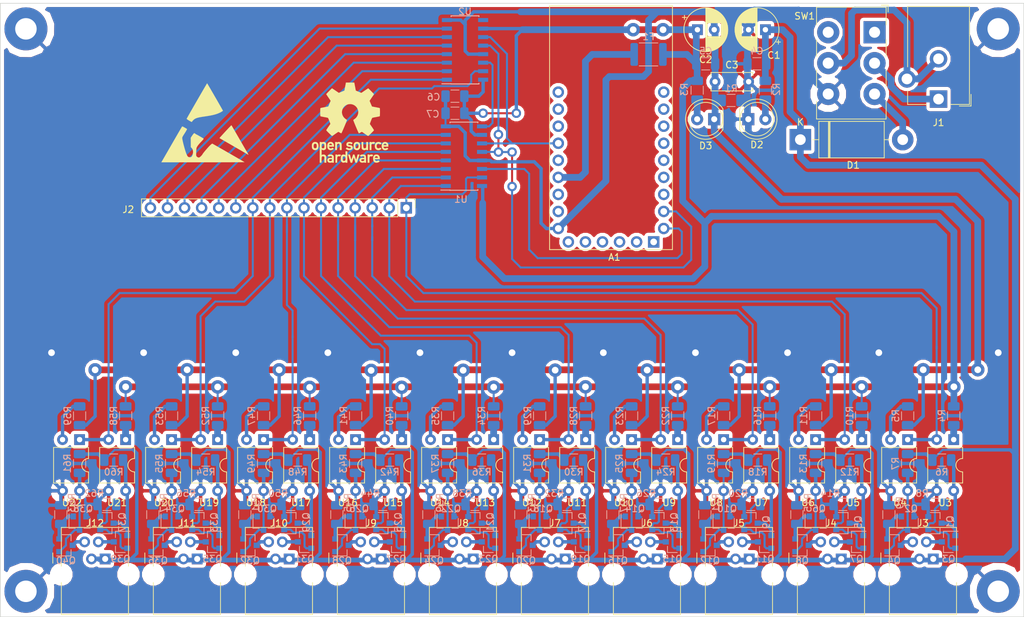
<source format=kicad_pcb>
(kicad_pcb (version 20171130) (host pcbnew 5.0.1+dfsg1-3.1)
  (title_block (title "Traffic Light Interface Board") (date 2018-11-30) (rev A) (company GlobalLogic) (comment 1 "Author: Sam Protsenko <semen.protsenko@globallogic.com>"))
  (layers (0 F.Cu signal) (31 B.Cu signal) (34 B.Paste user hide) (35 F.Paste user hide) (36 B.SilkS user hide) (37 F.SilkS user) (38 B.Mask user hide) (39 F.Mask user hide) (44 Edge.Cuts user))
  (net 0 "")
  (net 1 +12V)
  (net 2 +5V)
  (net 3 /Logic/CLOCK)
  (net 4 /Logic/DATA)
  (net 5 /Logic/LATCH)
  (net 6 "Net-(D1-Pad2)")
  (net 7 "Net-(D2-Pad2)")
  (net 8 "Net-(U1-Pad9)")
  (net 9 "Net-(J1-Pad1)")
  (net 10 "Net-(J3-Pad4)")
  (net 11 "Net-(J3-Pad2)")
  (net 12 "Net-(Q1-Pad1)")
  (net 13 "Net-(Q1-Pad3)")
  (net 14 "Net-(Q2-Pad3)")
  (net 15 "Net-(Q2-Pad1)")
  (net 16 "Net-(R4-Pad1)")
  (net 17 "Net-(J1-Pad2)")
  (net 18 GNDPWR)
  (net 19 GNDD)
  (net 20 "Net-(D3-Pad2)")
  (net 21 FTDI_5V)
  (net 22 /D0)
  (net 23 /D1)
  (net 24 /D2)
  (net 25 /D3)
  (net 26 /D4)
  (net 27 /D5)
  (net 28 /D6)
  (net 29 /D7)
  (net 30 /D8)
  (net 31 /D9)
  (net 32 /Logic/D10)
  (net 33 /Logic/D11)
  (net 34 /Logic/D12)
  (net 35 /Logic/D13)
  (net 36 /Logic/D14)
  (net 37 /Logic/D15)
  (net 38 "Net-(R5-Pad2)")
  (net 39 "Net-(J4-Pad4)")
  (net 40 "Net-(J4-Pad2)")
  (net 41 "Net-(J5-Pad2)")
  (net 42 "Net-(J5-Pad4)")
  (net 43 "Net-(J6-Pad2)")
  (net 44 "Net-(J6-Pad4)")
  (net 45 "Net-(J7-Pad2)")
  (net 46 "Net-(J7-Pad4)")
  (net 47 "Net-(J8-Pad2)")
  (net 48 "Net-(J8-Pad4)")
  (net 49 "Net-(J9-Pad4)")
  (net 50 "Net-(J9-Pad2)")
  (net 51 "Net-(J10-Pad4)")
  (net 52 "Net-(J10-Pad2)")
  (net 53 "Net-(J11-Pad4)")
  (net 54 "Net-(J11-Pad2)")
  (net 55 "Net-(J12-Pad4)")
  (net 56 "Net-(J12-Pad2)")
  (net 57 "Net-(Q5-Pad3)")
  (net 58 "Net-(Q5-Pad1)")
  (net 59 "Net-(Q6-Pad1)")
  (net 60 "Net-(Q6-Pad3)")
  (net 61 "Net-(Q11-Pad1)")
  (net 62 "Net-(Q11-Pad2)")
  (net 63 "Net-(Q10-Pad1)")
  (net 64 "Net-(Q10-Pad3)")
  (net 65 "Net-(Q13-Pad1)")
  (net 66 "Net-(Q13-Pad3)")
  (net 67 "Net-(Q14-Pad3)")
  (net 68 "Net-(Q14-Pad1)")
  (net 69 "Net-(Q17-Pad3)")
  (net 70 "Net-(Q17-Pad1)")
  (net 71 "Net-(Q18-Pad1)")
  (net 72 "Net-(Q18-Pad3)")
  (net 73 "Net-(Q21-Pad3)")
  (net 74 "Net-(Q21-Pad1)")
  (net 75 "Net-(Q22-Pad1)")
  (net 76 "Net-(Q22-Pad3)")
  (net 77 "Net-(Q25-Pad3)")
  (net 78 "Net-(Q25-Pad1)")
  (net 79 "Net-(Q26-Pad1)")
  (net 80 "Net-(Q26-Pad3)")
  (net 81 "Net-(Q29-Pad1)")
  (net 82 "Net-(Q29-Pad3)")
  (net 83 "Net-(Q30-Pad3)")
  (net 84 "Net-(Q30-Pad1)")
  (net 85 "Net-(Q33-Pad3)")
  (net 86 "Net-(Q33-Pad1)")
  (net 87 "Net-(Q34-Pad1)")
  (net 88 "Net-(Q34-Pad3)")
  (net 89 "Net-(Q37-Pad3)")
  (net 90 "Net-(Q37-Pad1)")
  (net 91 "Net-(Q38-Pad1)")
  (net 92 "Net-(Q38-Pad3)")
  (net 93 "Net-(R10-Pad1)")
  (net 94 "Net-(R11-Pad2)")
  (net 95 "Net-(R16-Pad1)")
  (net 96 "Net-(R17-Pad2)")
  (net 97 "Net-(R22-Pad1)")
  (net 98 "Net-(R23-Pad2)")
  (net 99 "Net-(R28-Pad1)")
  (net 100 "Net-(R29-Pad2)")
  (net 101 "Net-(R34-Pad1)")
  (net 102 "Net-(R35-Pad2)")
  (net 103 "Net-(R40-Pad1)")
  (net 104 "Net-(R41-Pad2)")
  (net 105 "Net-(R46-Pad1)")
  (net 106 "Net-(R47-Pad2)")
  (net 107 "Net-(R52-Pad1)")
  (net 108 "Net-(R53-Pad2)")
  (net 109 "Net-(R58-Pad1)")
  (net 110 "Net-(R59-Pad2)")
  (module Package_DIP:DIP-4_W7.62mm (layer F.Cu) (at 163.36 115.824 270)
    (fp_text reference U11 (at 9.398 1.27) (layer F.SilkS))
    (fp_text value PC817)
    (pad 1 thru_hole rect (at 0 0 270) (size 1.6 1.6) (drill 0.8) (layers *.Cu *.Mask) (net 99 "Net-(R28-Pad1)"))
    (pad 3 thru_hole oval (at 7.62 2.54 270) (size 1.6 1.6) (drill 0.8) (layers *.Cu *.Mask) (net 18 GNDPWR))
    (pad 2 thru_hole oval (at 0 2.54 270) (size 1.6 1.6) (drill 0.8) (layers *.Cu *.Mask) (net 26 /D4))
    (pad 4 thru_hole oval (at 7.62 0 270) (size 1.6 1.6) (drill 0.8) (layers *.Cu *.Mask) (net 69 "Net-(Q17-Pad3)"))
  )
  (module Fuse:Fuse_1812_4532Metric (layer B.Cu) (at 172.72 58.42 180)
    (fp_text reference F1 (at 0 2.65 180) (layer B.SilkS) (effects (justify mirror)))
    (fp_text value Polyfuse)
    (pad 1 smd roundrect (at -2.1375 0 180) (size 1.125 3.4) (layers B.Cu B.Paste B.Mask) (roundrect_rratio 0.222222) (net 2 +5V))
    (pad 2 smd roundrect (at 2.1375 0 180) (size 1.125 3.4) (layers B.Cu B.Paste B.Mask) (roundrect_rratio 0.222222) (net 21 FTDI_5V))
  )
  (module Connector_RJ9:RJ9_KLS_12-123-4P (layer F.Cu) (at 201.412 133.604)
    (fp_text reference J4 (at -1.524 -5.334) (layer F.SilkS))
    (fp_text value 4P4C)
    (pad "" np_thru_hole circle (at 3.47 2.3) (size 2.36 2.36) (drill 2.36) (layers *.Cu *.Mask))
    (pad 1 thru_hole rect (at 0 0) (size 1.6 1.6) (drill 0.9) (layers *.Cu *.Mask) (net 1 +12V))
    (pad 2 thru_hole circle (at -1.02 -2.54) (size 1.6 1.6) (drill 0.9) (layers *.Cu *.Mask) (net 40 "Net-(J4-Pad2)"))
    (pad 3 thru_hole circle (at -2.04 0) (size 1.6 1.6) (drill 0.9) (layers *.Cu *.Mask) (net 1 +12V))
    (pad "" np_thru_hole circle (at -6.53 2.3) (size 2.36 2.36) (drill 2.36) (layers *.Cu *.Mask))
    (pad 4 thru_hole circle (at -3.06 -2.54) (size 1.6 1.6) (drill 0.9) (layers *.Cu *.Mask) (net 39 "Net-(J4-Pad4)"))
  )
  (module Package_TO_SOT_SMD:SOT-23 (layer B.Cu) (at 209.27 131.572)
    (fp_text reference Q4 (at 0 2.286 180) (layer B.SilkS) (effects (justify mirror)))
    (fp_text value BC847)
    (pad 1 smd rect (at -1 0.95) (size 0.9 0.8) (layers B.Cu B.Paste B.Mask) (net 14 "Net-(Q2-Pad3)"))
    (pad 2 smd rect (at -1 -0.95) (size 0.9 0.8) (layers B.Cu B.Paste B.Mask) (net 15 "Net-(Q2-Pad1)"))
    (pad 3 smd rect (at 1 0) (size 0.9 0.8) (layers B.Cu B.Paste B.Mask) (net 10 "Net-(J3-Pad4)"))
  )
  (module Connector_RJ9:RJ9_KLS_12-123-4P (layer F.Cu) (at 187.712 133.604)
    (fp_text reference J5 (at -1.524 -5.334) (layer F.SilkS))
    (fp_text value 4P4C)
    (pad 4 thru_hole circle (at -3.06 -2.54) (size 1.6 1.6) (drill 0.9) (layers *.Cu *.Mask) (net 42 "Net-(J5-Pad4)"))
    (pad "" np_thru_hole circle (at -6.53 2.3) (size 2.36 2.36) (drill 2.36) (layers *.Cu *.Mask))
    (pad 3 thru_hole circle (at -2.04 0) (size 1.6 1.6) (drill 0.9) (layers *.Cu *.Mask) (net 1 +12V))
    (pad 2 thru_hole circle (at -1.02 -2.54) (size 1.6 1.6) (drill 0.9) (layers *.Cu *.Mask) (net 41 "Net-(J5-Pad2)"))
    (pad 1 thru_hole rect (at 0 0) (size 1.6 1.6) (drill 0.9) (layers *.Cu *.Mask) (net 1 +12V))
    (pad "" np_thru_hole circle (at 3.47 2.3) (size 2.36 2.36) (drill 2.36) (layers *.Cu *.Mask))
  )
  (module Package_TO_SOT_SMD:SOT-23 (layer B.Cu) (at 215.366 128.27)
    (fp_text reference Q1 (at 2.286 -0.127 90) (layer B.SilkS) (effects (justify mirror)))
    (fp_text value BC847)
    (pad 1 smd rect (at -1 0.95) (size 0.9 0.8) (layers B.Cu B.Paste B.Mask) (net 12 "Net-(Q1-Pad1)"))
    (pad 2 smd rect (at -1 -0.95) (size 0.9 0.8) (layers B.Cu B.Paste B.Mask) (net 18 GNDPWR))
    (pad 3 smd rect (at 1 0) (size 0.9 0.8) (layers B.Cu B.Paste B.Mask) (net 13 "Net-(Q1-Pad3)"))
  )
  (module Resistor_SMD:R_1206_3216Metric (layer B.Cu) (at 218.16 112.268 90)
    (fp_text reference R4 (at 0 -1.778 90) (layer B.SilkS) (effects (justify mirror)))
    (fp_text value 470R)
    (pad 1 smd roundrect (at -1.4 0 90) (size 1.25 1.75) (layers B.Cu B.Paste B.Mask) (roundrect_rratio 0.2) (net 16 "Net-(R4-Pad1)"))
    (pad 2 smd roundrect (at 1.4 0 90) (size 1.25 1.75) (layers B.Cu B.Paste B.Mask) (roundrect_rratio 0.2) (net 2 +5V))
  )
  (module Package_TO_SOT_SMD:SOT-23 (layer B.Cu) (at 217.398 131.064 180)
    (fp_text reference Q3 (at 0 -2.54 180) (layer B.SilkS) (effects (justify mirror)))
    (fp_text value BC847)
    (pad 3 smd rect (at 1 0 180) (size 0.9 0.8) (layers B.Cu B.Paste B.Mask) (net 11 "Net-(J3-Pad2)"))
    (pad 2 smd rect (at -1 -0.95 180) (size 0.9 0.8) (layers B.Cu B.Paste B.Mask) (net 12 "Net-(Q1-Pad1)"))
    (pad 1 smd rect (at -1 0.95 180) (size 0.9 0.8) (layers B.Cu B.Paste B.Mask) (net 13 "Net-(Q1-Pad3)"))
  )
  (module Package_TO_SOT_SMD:SOT-23 (layer B.Cu) (at 92.066 128.27)
    (fp_text reference Q37 (at 2.286 -0.127 90) (layer B.SilkS) (effects (justify mirror)))
    (fp_text value BC847)
    (pad 1 smd rect (at -1 0.95) (size 0.9 0.8) (layers B.Cu B.Paste B.Mask) (net 90 "Net-(Q37-Pad1)"))
    (pad 2 smd rect (at -1 -0.95) (size 0.9 0.8) (layers B.Cu B.Paste B.Mask) (net 18 GNDPWR))
    (pad 3 smd rect (at 1 0) (size 0.9 0.8) (layers B.Cu B.Paste B.Mask) (net 89 "Net-(Q37-Pad3)"))
  )
  (module Package_TO_SOT_SMD:SOT-23 (layer B.Cu) (at 88.002 128.27 270)
    (fp_text reference Q38 (at -2.159 -0.508 180) (layer B.SilkS) (effects (justify mirror)))
    (fp_text value BC847)
    (pad 3 smd rect (at 1 0 270) (size 0.9 0.8) (layers B.Cu B.Paste B.Mask) (net 92 "Net-(Q38-Pad3)"))
    (pad 2 smd rect (at -1 -0.95 270) (size 0.9 0.8) (layers B.Cu B.Paste B.Mask) (net 18 GNDPWR))
    (pad 1 smd rect (at -1 0.95 270) (size 0.9 0.8) (layers B.Cu B.Paste B.Mask) (net 91 "Net-(Q38-Pad1)"))
  )
  (module Package_TO_SOT_SMD:SOT-23 (layer B.Cu) (at 94.098 131.064 180)
    (fp_text reference Q39 (at 0 -2.54 180) (layer B.SilkS) (effects (justify mirror)))
    (fp_text value BC847)
    (pad 3 smd rect (at 1 0 180) (size 0.9 0.8) (layers B.Cu B.Paste B.Mask) (net 56 "Net-(J12-Pad2)"))
    (pad 2 smd rect (at -1 -0.95 180) (size 0.9 0.8) (layers B.Cu B.Paste B.Mask) (net 90 "Net-(Q37-Pad1)"))
    (pad 1 smd rect (at -1 0.95 180) (size 0.9 0.8) (layers B.Cu B.Paste B.Mask) (net 89 "Net-(Q37-Pad3)"))
  )
  (module Package_TO_SOT_SMD:SOT-23 (layer B.Cu) (at 85.97 131.572)
    (fp_text reference Q40 (at 0 2.286 180) (layer B.SilkS) (effects (justify mirror)))
    (fp_text value BC847)
    (pad 3 smd rect (at 1 0) (size 0.9 0.8) (layers B.Cu B.Paste B.Mask) (net 55 "Net-(J12-Pad4)"))
    (pad 2 smd rect (at -1 -0.95) (size 0.9 0.8) (layers B.Cu B.Paste B.Mask) (net 91 "Net-(Q38-Pad1)"))
    (pad 1 smd rect (at -1 0.95) (size 0.9 0.8) (layers B.Cu B.Paste B.Mask) (net 92 "Net-(Q38-Pad3)"))
  )
  (module Resistor_SMD:R_1206_3216Metric (layer B.Cu) (at 204.46 112.268 90)
    (fp_text reference R10 (at 0 -1.778 90) (layer B.SilkS) (effects (justify mirror)))
    (fp_text value 470R)
    (pad 2 smd roundrect (at 1.4 0 90) (size 1.25 1.75) (layers B.Cu B.Paste B.Mask) (roundrect_rratio 0.2) (net 2 +5V))
    (pad 1 smd roundrect (at -1.4 0 90) (size 1.25 1.75) (layers B.Cu B.Paste B.Mask) (roundrect_rratio 0.2) (net 93 "Net-(R10-Pad1)"))
  )
  (module Resistor_SMD:R_1206_3216Metric (layer B.Cu) (at 197.602 112.268 90)
    (fp_text reference R11 (at 0 -1.778 90) (layer B.SilkS) (effects (justify mirror)))
    (fp_text value 470R)
    (pad 1 smd roundrect (at -1.4 0 90) (size 1.25 1.75) (layers B.Cu B.Paste B.Mask) (roundrect_rratio 0.2) (net 19 GNDD))
    (pad 2 smd roundrect (at 1.4 0 90) (size 1.25 1.75) (layers B.Cu B.Paste B.Mask) (roundrect_rratio 0.2) (net 94 "Net-(R11-Pad2)"))
  )
  (module Resistor_SMD:R_1206_3216Metric (layer B.Cu) (at 202.682 118.872)
    (fp_text reference R12 (at 0 1.778 180) (layer B.SilkS) (effects (justify mirror)))
    (fp_text value 10k)
    (pad 1 smd roundrect (at -1.4 0) (size 1.25 1.75) (layers B.Cu B.Paste B.Mask) (roundrect_rratio 0.2) (net 1 +12V))
    (pad 2 smd roundrect (at 1.4 0) (size 1.25 1.75) (layers B.Cu B.Paste B.Mask) (roundrect_rratio 0.2) (net 57 "Net-(Q5-Pad3)"))
  )
  (module Resistor_SMD:R_1206_3216Metric (layer B.Cu) (at 197.602 119.38 270)
    (fp_text reference R13 (at 0 1.82 270) (layer B.SilkS) (effects (justify mirror)))
    (fp_text value 10k)
    (pad 2 smd roundrect (at 1.4 0 270) (size 1.25 1.75) (layers B.Cu B.Paste B.Mask) (roundrect_rratio 0.2) (net 60 "Net-(Q6-Pad3)"))
    (pad 1 smd roundrect (at -1.4 0 270) (size 1.25 1.75) (layers B.Cu B.Paste B.Mask) (roundrect_rratio 0.2) (net 1 +12V))
  )
  (module Resistor_SMD:R_1206_3216Metric (layer B.Cu) (at 201.666 125.476 180)
    (fp_text reference R14 (at 1.905 1.651) (layer B.SilkS) (effects (justify mirror)))
    (fp_text value 39R)
    (pad 2 smd roundrect (at 1.4 0 180) (size 1.25 1.75) (layers B.Cu B.Paste B.Mask) (roundrect_rratio 0.2) (net 18 GNDPWR))
    (pad 1 smd roundrect (at -1.4 0 180) (size 1.25 1.75) (layers B.Cu B.Paste B.Mask) (roundrect_rratio 0.2) (net 58 "Net-(Q5-Pad1)"))
  )
  (module Resistor_SMD:R_1206_3216Metric (layer B.Cu) (at 194.808 127 90)
    (fp_text reference R15 (at 1.778 1.651 90) (layer B.SilkS) (effects (justify mirror)))
    (fp_text value 39R)
    (pad 1 smd roundrect (at -1.4 0 90) (size 1.25 1.75) (layers B.Cu B.Paste B.Mask) (roundrect_rratio 0.2) (net 59 "Net-(Q6-Pad1)"))
    (pad 2 smd roundrect (at 1.4 0 90) (size 1.25 1.75) (layers B.Cu B.Paste B.Mask) (roundrect_rratio 0.2) (net 18 GNDPWR))
  )
  (module Resistor_SMD:R_1206_3216Metric (layer B.Cu) (at 190.76 112.268 90)
    (fp_text reference R16 (at 0 -1.778 90) (layer B.SilkS) (effects (justify mirror)))
    (fp_text value 470R)
    (pad 1 smd roundrect (at -1.4 0 90) (size 1.25 1.75) (layers B.Cu B.Paste B.Mask) (roundrect_rratio 0.2) (net 95 "Net-(R16-Pad1)"))
    (pad 2 smd roundrect (at 1.4 0 90) (size 1.25 1.75) (layers B.Cu B.Paste B.Mask) (roundrect_rratio 0.2) (net 2 +5V))
  )
  (module Resistor_SMD:R_1206_3216Metric (layer B.Cu) (at 183.902 112.268 90)
    (fp_text reference R17 (at 0 -1.778 90) (layer B.SilkS) (effects (justify mirror)))
    (fp_text value 470R)
    (pad 2 smd roundrect (at 1.4 0 90) (size 1.25 1.75) (layers B.Cu B.Paste B.Mask) (roundrect_rratio 0.2) (net 96 "Net-(R17-Pad2)"))
    (pad 1 smd roundrect (at -1.4 0 90) (size 1.25 1.75) (layers B.Cu B.Paste B.Mask) (roundrect_rratio 0.2) (net 19 GNDD))
  )
  (module Resistor_SMD:R_1206_3216Metric (layer B.Cu) (at 188.982 118.872)
    (fp_text reference R18 (at 0 1.778 180) (layer B.SilkS) (effects (justify mirror)))
    (fp_text value 10k)
    (pad 2 smd roundrect (at 1.4 0) (size 1.25 1.75) (layers B.Cu B.Paste B.Mask) (roundrect_rratio 0.2) (net 61 "Net-(Q11-Pad1)"))
    (pad 1 smd roundrect (at -1.4 0) (size 1.25 1.75) (layers B.Cu B.Paste B.Mask) (roundrect_rratio 0.2) (net 1 +12V))
  )
  (module Resistor_SMD:R_1206_3216Metric (layer B.Cu) (at 183.902 119.38 270)
    (fp_text reference R19 (at 0 1.82 270) (layer B.SilkS) (effects (justify mirror)))
    (fp_text value 10k)
    (pad 1 smd roundrect (at -1.4 0 270) (size 1.25 1.75) (layers B.Cu B.Paste B.Mask) (roundrect_rratio 0.2) (net 1 +12V))
    (pad 2 smd roundrect (at 1.4 0 270) (size 1.25 1.75) (layers B.Cu B.Paste B.Mask) (roundrect_rratio 0.2) (net 64 "Net-(Q10-Pad3)"))
  )
  (module Resistor_SMD:R_1206_3216Metric (layer B.Cu) (at 187.966 125.476 180)
    (fp_text reference R20 (at 1.905 1.651) (layer B.SilkS) (effects (justify mirror)))
    (fp_text value 39R)
    (pad 1 smd roundrect (at -1.4 0 180) (size 1.25 1.75) (layers B.Cu B.Paste B.Mask) (roundrect_rratio 0.2) (net 62 "Net-(Q11-Pad2)"))
    (pad 2 smd roundrect (at 1.4 0 180) (size 1.25 1.75) (layers B.Cu B.Paste B.Mask) (roundrect_rratio 0.2) (net 18 GNDPWR))
  )
  (module Resistor_SMD:R_1206_3216Metric (layer B.Cu) (at 181.108 127 90)
    (fp_text reference R21 (at 1.778 1.651 90) (layer B.SilkS) (effects (justify mirror)))
    (fp_text value 39R)
    (pad 2 smd roundrect (at 1.4 0 90) (size 1.25 1.75) (layers B.Cu B.Paste B.Mask) (roundrect_rratio 0.2) (net 18 GNDPWR))
    (pad 1 smd roundrect (at -1.4 0 90) (size 1.25 1.75) (layers B.Cu B.Paste B.Mask) (roundrect_rratio 0.2) (net 63 "Net-(Q10-Pad1)"))
  )
  (module Resistor_SMD:R_1206_3216Metric (layer B.Cu) (at 177.06 112.268 90)
    (fp_text reference R22 (at 0 -1.778 90) (layer B.SilkS) (effects (justify mirror)))
    (fp_text value 470R)
    (pad 1 smd roundrect (at -1.4 0 90) (size 1.25 1.75) (layers B.Cu B.Paste B.Mask) (roundrect_rratio 0.2) (net 97 "Net-(R22-Pad1)"))
    (pad 2 smd roundrect (at 1.4 0 90) (size 1.25 1.75) (layers B.Cu B.Paste B.Mask) (roundrect_rratio 0.2) (net 2 +5V))
  )
  (module Resistor_SMD:R_1206_3216Metric (layer B.Cu) (at 170.202 112.268 90)
    (fp_text reference R23 (at 0 -1.778 90) (layer B.SilkS) (effects (justify mirror)))
    (fp_text value 470R)
    (pad 2 smd roundrect (at 1.4 0 90) (size 1.25 1.75) (layers B.Cu B.Paste B.Mask) (roundrect_rratio 0.2) (net 98 "Net-(R23-Pad2)"))
    (pad 1 smd roundrect (at -1.4 0 90) (size 1.25 1.75) (layers B.Cu B.Paste B.Mask) (roundrect_rratio 0.2) (net 19 GNDD))
  )
  (module Resistor_SMD:R_1206_3216Metric (layer B.Cu) (at 170.202 119.38 270)
    (fp_text reference R25 (at 0 1.82 270) (layer B.SilkS) (effects (justify mirror)))
    (fp_text value 10k)
    (pad 1 smd roundrect (at -1.4 0 270) (size 1.25 1.75) (layers B.Cu B.Paste B.Mask) (roundrect_rratio 0.2) (net 1 +12V))
    (pad 2 smd roundrect (at 1.4 0 270) (size 1.25 1.75) (layers B.Cu B.Paste B.Mask) (roundrect_rratio 0.2) (net 67 "Net-(Q14-Pad3)"))
  )
  (module Resistor_SMD:R_1206_3216Metric (layer B.Cu) (at 174.266 125.476 180)
    (fp_text reference R26 (at 1.905 1.651) (layer B.SilkS) (effects (justify mirror)))
    (fp_text value 39R)
    (pad 1 smd roundrect (at -1.4 0 180) (size 1.25 1.75) (layers B.Cu B.Paste B.Mask) (roundrect_rratio 0.2) (net 65 "Net-(Q13-Pad1)"))
    (pad 2 smd roundrect (at 1.4 0 180) (size 1.25 1.75) (layers B.Cu B.Paste B.Mask) (roundrect_rratio 0.2) (net 18 GNDPWR))
  )
  (module Resistor_SMD:R_1206_3216Metric (layer B.Cu) (at 167.408 127 90)
    (fp_text reference R27 (at 1.778 1.651 90) (layer B.SilkS) (effects (justify mirror)))
    (fp_text value 39R)
    (pad 2 smd roundrect (at 1.4 0 90) (size 1.25 1.75) (layers B.Cu B.Paste B.Mask) (roundrect_rratio 0.2) (net 18 GNDPWR))
    (pad 1 smd roundrect (at -1.4 0 90) (size 1.25 1.75) (layers B.Cu B.Paste B.Mask) (roundrect_rratio 0.2) (net 68 "Net-(Q14-Pad1)"))
  )
  (module Resistor_SMD:R_1206_3216Metric (layer B.Cu) (at 163.36 112.268 90)
    (fp_text reference R28 (at 0 -1.778 90) (layer B.SilkS) (effects (justify mirror)))
    (fp_text value 470R)
    (pad 1 smd roundrect (at -1.4 0 90) (size 1.25 1.75) (layers B.Cu B.Paste B.Mask) (roundrect_rratio 0.2) (net 99 "Net-(R28-Pad1)"))
    (pad 2 smd roundrect (at 1.4 0 90) (size 1.25 1.75) (layers B.Cu B.Paste B.Mask) (roundrect_rratio 0.2) (net 2 +5V))
  )
  (module Resistor_SMD:R_1206_3216Metric (layer B.Cu) (at 156.502 112.268 90)
    (fp_text reference R29 (at 0 -1.778 90) (layer B.SilkS) (effects (justify mirror)))
    (fp_text value 470R)
    (pad 1 smd roundrect (at -1.4 0 90) (size 1.25 1.75) (layers B.Cu B.Paste B.Mask) (roundrect_rratio 0.2) (net 19 GNDD))
    (pad 2 smd roundrect (at 1.4 0 90) (size 1.25 1.75) (layers B.Cu B.Paste B.Mask) (roundrect_rratio 0.2) (net 100 "Net-(R29-Pad2)"))
  )
  (module Resistor_SMD:R_1206_3216Metric (layer B.Cu) (at 161.582 118.872)
    (fp_text reference R30 (at 0 1.778 180) (layer B.SilkS) (effects (justify mirror)))
    (fp_text value 10k)
    (pad 1 smd roundrect (at -1.4 0) (size 1.25 1.75) (layers B.Cu B.Paste B.Mask) (roundrect_rratio 0.2) (net 1 +12V))
    (pad 2 smd roundrect (at 1.4 0) (size 1.25 1.75) (layers B.Cu B.Paste B.Mask) (roundrect_rratio 0.2) (net 69 "Net-(Q17-Pad3)"))
  )
  (module Resistor_SMD:R_1206_3216Metric (layer B.Cu) (at 156.502 119.38 270)
    (fp_text reference R31 (at 0 1.82 270) (layer B.SilkS) (effects (justify mirror)))
    (fp_text value 10k)
    (pad 2 smd roundrect (at 1.4 0 270) (size 1.25 1.75) (layers B.Cu B.Paste B.Mask) (roundrect_rratio 0.2) (net 72 "Net-(Q18-Pad3)"))
    (pad 1 smd roundrect (at -1.4 0 270) (size 1.25 1.75) (layers B.Cu B.Paste B.Mask) (roundrect_rratio 0.2) (net 1 +12V))
  )
  (module Resistor_SMD:R_1206_3216Metric (layer B.Cu) (at 160.566 125.476 180)
    (fp_text reference R32 (at 1.905 1.651) (layer B.SilkS) (effects (justify mirror)))
    (fp_text value 39R)
    (pad 2 smd roundrect (at 1.4 0 180) (size 1.25 1.75) (layers B.Cu B.Paste B.Mask) (roundrect_rratio 0.2) (net 18 GNDPWR))
    (pad 1 smd roundrect (at -1.4 0 180) (size 1.25 1.75) (layers B.Cu B.Paste B.Mask) (roundrect_rratio 0.2) (net 70 "Net-(Q17-Pad1)"))
  )
  (module Resistor_SMD:R_1206_3216Metric (layer B.Cu) (at 153.708 127 90)
    (fp_text reference R33 (at 1.778 1.651 90) (layer B.SilkS) (effects (justify mirror)))
    (fp_text value 39R)
    (pad 1 smd roundrect (at -1.4 0 90) (size 1.25 1.75) (layers B.Cu B.Paste B.Mask) (roundrect_rratio 0.2) (net 71 "Net-(Q18-Pad1)"))
    (pad 2 smd roundrect (at 1.4 0 90) (size 1.25 1.75) (layers B.Cu B.Paste B.Mask) (roundrect_rratio 0.2) (net 18 GNDPWR))
  )
  (module Resistor_SMD:R_1206_3216Metric (layer B.Cu) (at 149.66 112.268 90)
    (fp_text reference R34 (at 0 -1.778 90) (layer B.SilkS) (effects (justify mirror)))
    (fp_text value 470R)
    (pad 2 smd roundrect (at 1.4 0 90) (size 1.25 1.75) (layers B.Cu B.Paste B.Mask) (roundrect_rratio 0.2) (net 2 +5V))
    (pad 1 smd roundrect (at -1.4 0 90) (size 1.25 1.75) (layers B.Cu B.Paste B.Mask) (roundrect_rratio 0.2) (net 101 "Net-(R34-Pad1)"))
  )
  (module Resistor_SMD:R_1206_3216Metric (layer B.Cu) (at 142.802 112.268 90)
    (fp_text reference R35 (at 0 -1.778 90) (layer B.SilkS) (effects (justify mirror)))
    (fp_text value 470R)
    (pad 1 smd roundrect (at -1.4 0 90) (size 1.25 1.75) (layers B.Cu B.Paste B.Mask) (roundrect_rratio 0.2) (net 19 GNDD))
    (pad 2 smd roundrect (at 1.4 0 90) (size 1.25 1.75) (layers B.Cu B.Paste B.Mask) (roundrect_rratio 0.2) (net 102 "Net-(R35-Pad2)"))
  )
  (module Resistor_SMD:R_1206_3216Metric (layer B.Cu) (at 147.882 118.872)
    (fp_text reference R36 (at 0 1.778 180) (layer B.SilkS) (effects (justify mirror)))
    (fp_text value 10k)
    (pad 1 smd roundrect (at -1.4 0) (size 1.25 1.75) (layers B.Cu B.Paste B.Mask) (roundrect_rratio 0.2) (net 1 +12V))
    (pad 2 smd roundrect (at 1.4 0) (size 1.25 1.75) (layers B.Cu B.Paste B.Mask) (roundrect_rratio 0.2) (net 73 "Net-(Q21-Pad3)"))
  )
  (module Resistor_SMD:R_1206_3216Metric (layer B.Cu) (at 142.802 119.38 270)
    (fp_text reference R37 (at 0 1.82 270) (layer B.SilkS) (effects (justify mirror)))
    (fp_text value 10k)
    (pad 2 smd roundrect (at 1.4 0 270) (size 1.25 1.75) (layers B.Cu B.Paste B.Mask) (roundrect_rratio 0.2) (net 76 "Net-(Q22-Pad3)"))
    (pad 1 smd roundrect (at -1.4 0 270) (size 1.25 1.75) (layers B.Cu B.Paste B.Mask) (roundrect_rratio 0.2) (net 1 +12V))
  )
  (module Resistor_SMD:R_1206_3216Metric (layer B.Cu) (at 146.866 125.476 180)
    (fp_text reference R38 (at 1.905 1.651) (layer B.SilkS) (effects (justify mirror)))
    (fp_text value 39R)
    (pad 2 smd roundrect (at 1.4 0 180) (size 1.25 1.75) (layers B.Cu B.Paste B.Mask) (roundrect_rratio 0.2) (net 18 GNDPWR))
    (pad 1 smd roundrect (at -1.4 0 180) (size 1.25 1.75) (layers B.Cu B.Paste B.Mask) (roundrect_rratio 0.2) (net 74 "Net-(Q21-Pad1)"))
  )
  (module Resistor_SMD:R_1206_3216Metric (layer B.Cu) (at 140.008 127 90)
    (fp_text reference R39 (at 1.778 1.651 90) (layer B.SilkS) (effects (justify mirror)))
    (fp_text value 39R)
    (pad 2 smd roundrect (at 1.4 0 90) (size 1.25 1.75) (layers B.Cu B.Paste B.Mask) (roundrect_rratio 0.2) (net 18 GNDPWR))
    (pad 1 smd roundrect (at -1.4 0 90) (size 1.25 1.75) (layers B.Cu B.Paste B.Mask) (roundrect_rratio 0.2) (net 75 "Net-(Q22-Pad1)"))
  )
  (module Resistor_SMD:R_1206_3216Metric (layer B.Cu) (at 135.96 112.268 90)
    (fp_text reference R40 (at 0 -1.778 90) (layer B.SilkS) (effects (justify mirror)))
    (fp_text value 470R)
    (pad 2 smd roundrect (at 1.4 0 90) (size 1.25 1.75) (layers B.Cu B.Paste B.Mask) (roundrect_rratio 0.2) (net 2 +5V))
    (pad 1 smd roundrect (at -1.4 0 90) (size 1.25 1.75) (layers B.Cu B.Paste B.Mask) (roundrect_rratio 0.2) (net 103 "Net-(R40-Pad1)"))
  )
  (module Resistor_SMD:R_1206_3216Metric (layer B.Cu) (at 129.102 112.268 90)
    (fp_text reference R41 (at 0 -1.778 90) (layer B.SilkS) (effects (justify mirror)))
    (fp_text value 470R)
    (pad 1 smd roundrect (at -1.4 0 90) (size 1.25 1.75) (layers B.Cu B.Paste B.Mask) (roundrect_rratio 0.2) (net 19 GNDD))
    (pad 2 smd roundrect (at 1.4 0 90) (size 1.25 1.75) (layers B.Cu B.Paste B.Mask) (roundrect_rratio 0.2) (net 104 "Net-(R41-Pad2)"))
  )
  (module Resistor_SMD:R_1206_3216Metric (layer B.Cu) (at 134.182 118.872)
    (fp_text reference R42 (at 0 1.778 180) (layer B.SilkS) (effects (justify mirror)))
    (fp_text value 10k)
    (pad 1 smd roundrect (at -1.4 0) (size 1.25 1.75) (layers B.Cu B.Paste B.Mask) (roundrect_rratio 0.2) (net 1 +12V))
    (pad 2 smd roundrect (at 1.4 0) (size 1.25 1.75) (layers B.Cu B.Paste B.Mask) (roundrect_rratio 0.2) (net 77 "Net-(Q25-Pad3)"))
  )
  (module Resistor_SMD:R_1206_3216Metric (layer B.Cu) (at 129.102 119.38 270)
    (fp_text reference R43 (at 0 1.82 270) (layer B.SilkS) (effects (justify mirror)))
    (fp_text value 10k)
    (pad 2 smd roundrect (at 1.4 0 270) (size 1.25 1.75) (layers B.Cu B.Paste B.Mask) (roundrect_rratio 0.2) (net 80 "Net-(Q26-Pad3)"))
    (pad 1 smd roundrect (at -1.4 0 270) (size 1.25 1.75) (layers B.Cu B.Paste B.Mask) (roundrect_rratio 0.2) (net 1 +12V))
  )
  (module Resistor_SMD:R_1206_3216Metric (layer B.Cu) (at 133.166 125.476 180)
    (fp_text reference R44 (at 1.905 1.651) (layer B.SilkS) (effects (justify mirror)))
    (fp_text value 39R)
    (pad 2 smd roundrect (at 1.4 0 180) (size 1.25 1.75) (layers B.Cu B.Paste B.Mask) (roundrect_rratio 0.2) (net 18 GNDPWR))
    (pad 1 smd roundrect (at -1.4 0 180) (size 1.25 1.75) (layers B.Cu B.Paste B.Mask) (roundrect_rratio 0.2) (net 78 "Net-(Q25-Pad1)"))
  )
  (module Resistor_SMD:R_1206_3216Metric (layer B.Cu) (at 126.308 127 90)
    (fp_text reference R45 (at 1.778 1.651 90) (layer B.SilkS) (effects (justify mirror)))
    (fp_text value 39R)
    (pad 1 smd roundrect (at -1.4 0 90) (size 1.25 1.75) (layers B.Cu B.Paste B.Mask) (roundrect_rratio 0.2) (net 79 "Net-(Q26-Pad1)"))
    (pad 2 smd roundrect (at 1.4 0 90) (size 1.25 1.75) (layers B.Cu B.Paste B.Mask) (roundrect_rratio 0.2) (net 18 GNDPWR))
  )
  (module Resistor_SMD:R_1206_3216Metric (layer B.Cu) (at 122.26 112.268 90)
    (fp_text reference R46 (at 0 -1.778 90) (layer B.SilkS) (effects (justify mirror)))
    (fp_text value 470R)
    (pad 2 smd roundrect (at 1.4 0 90) (size 1.25 1.75) (layers B.Cu B.Paste B.Mask) (roundrect_rratio 0.2) (net 2 +5V))
    (pad 1 smd roundrect (at -1.4 0 90) (size 1.25 1.75) (layers B.Cu B.Paste B.Mask) (roundrect_rratio 0.2) (net 105 "Net-(R46-Pad1)"))
  )
  (module Resistor_SMD:R_1206_3216Metric (layer B.Cu) (at 115.402 112.268 90)
    (fp_text reference R47 (at 0 -1.778 90) (layer B.SilkS) (effects (justify mirror)))
    (fp_text value 470R)
    (pad 1 smd roundrect (at -1.4 0 90) (size 1.25 1.75) (layers B.Cu B.Paste B.Mask) (roundrect_rratio 0.2) (net 19 GNDD))
    (pad 2 smd roundrect (at 1.4 0 90) (size 1.25 1.75) (layers B.Cu B.Paste B.Mask) (roundrect_rratio 0.2) (net 106 "Net-(R47-Pad2)"))
  )
  (module Resistor_SMD:R_1206_3216Metric (layer B.Cu) (at 120.482 118.872)
    (fp_text reference R48 (at 0 1.778 180) (layer B.SilkS) (effects (justify mirror)))
    (fp_text value 10k)
    (pad 1 smd roundrect (at -1.4 0) (size 1.25 1.75) (layers B.Cu B.Paste B.Mask) (roundrect_rratio 0.2) (net 1 +12V))
    (pad 2 smd roundrect (at 1.4 0) (size 1.25 1.75) (layers B.Cu B.Paste B.Mask) (roundrect_rratio 0.2) (net 82 "Net-(Q29-Pad3)"))
  )
  (module Resistor_SMD:R_1206_3216Metric (layer B.Cu) (at 115.402 119.38 270)
    (fp_text reference R49 (at 0 1.82 270) (layer B.SilkS) (effects (justify mirror)))
    (fp_text value 10k)
    (pad 2 smd roundrect (at 1.4 0 270) (size 1.25 1.75) (layers B.Cu B.Paste B.Mask) (roundrect_rratio 0.2) (net 83 "Net-(Q30-Pad3)"))
    (pad 1 smd roundrect (at -1.4 0 270) (size 1.25 1.75) (layers B.Cu B.Paste B.Mask) (roundrect_rratio 0.2) (net 1 +12V))
  )
  (module Resistor_SMD:R_1206_3216Metric (layer B.Cu) (at 119.466 125.476 180)
    (fp_text reference R50 (at 1.905 1.651) (layer B.SilkS) (effects (justify mirror)))
    (fp_text value 39R)
    (pad 2 smd roundrect (at 1.4 0 180) (size 1.25 1.75) (layers B.Cu B.Paste B.Mask) (roundrect_rratio 0.2) (net 18 GNDPWR))
    (pad 1 smd roundrect (at -1.4 0 180) (size 1.25 1.75) (layers B.Cu B.Paste B.Mask) (roundrect_rratio 0.2) (net 81 "Net-(Q29-Pad1)"))
  )
  (module Resistor_SMD:R_1206_3216Metric (layer B.Cu) (at 112.608 127 90)
    (fp_text reference R51 (at 1.778 1.651 90) (layer B.SilkS) (effects (justify mirror)))
    (fp_text value 39R)
    (pad 1 smd roundrect (at -1.4 0 90) (size 1.25 1.75) (layers B.Cu B.Paste B.Mask) (roundrect_rratio 0.2) (net 84 "Net-(Q30-Pad1)"))
    (pad 2 smd roundrect (at 1.4 0 90) (size 1.25 1.75) (layers B.Cu B.Paste B.Mask) (roundrect_rratio 0.2) (net 18 GNDPWR))
  )
  (module Resistor_SMD:R_1206_3216Metric (layer B.Cu) (at 108.56 112.268 90)
    (fp_text reference R52 (at 0 -1.778 90) (layer B.SilkS) (effects (justify mirror)))
    (fp_text value 470R)
    (pad 2 smd roundrect (at 1.4 0 90) (size 1.25 1.75) (layers B.Cu B.Paste B.Mask) (roundrect_rratio 0.2) (net 2 +5V))
    (pad 1 smd roundrect (at -1.4 0 90) (size 1.25 1.75) (layers B.Cu B.Paste B.Mask) (roundrect_rratio 0.2) (net 107 "Net-(R52-Pad1)"))
  )
  (module Resistor_SMD:R_1206_3216Metric (layer B.Cu) (at 101.702 112.268 90)
    (fp_text reference R53 (at 0 -1.778 90) (layer B.SilkS) (effects (justify mirror)))
    (fp_text value 470R)
    (pad 1 smd roundrect (at -1.4 0 90) (size 1.25 1.75) (layers B.Cu B.Paste B.Mask) (roundrect_rratio 0.2) (net 19 GNDD))
    (pad 2 smd roundrect (at 1.4 0 90) (size 1.25 1.75) (layers B.Cu B.Paste B.Mask) (roundrect_rratio 0.2) (net 108 "Net-(R53-Pad2)"))
  )
  (module Resistor_SMD:R_1206_3216Metric (layer B.Cu) (at 106.782 118.872)
    (fp_text reference R54 (at 0 1.778 180) (layer B.SilkS) (effects (justify mirror)))
    (fp_text value 10k)
    (pad 1 smd roundrect (at -1.4 0) (size 1.25 1.75) (layers B.Cu B.Paste B.Mask) (roundrect_rratio 0.2) (net 1 +12V))
    (pad 2 smd roundrect (at 1.4 0) (size 1.25 1.75) (layers B.Cu B.Paste B.Mask) (roundrect_rratio 0.2) (net 85 "Net-(Q33-Pad3)"))
  )
  (module Resistor_SMD:R_1206_3216Metric (layer B.Cu) (at 101.702 119.38 270)
    (fp_text reference R55 (at 0 1.82 270) (layer B.SilkS) (effects (justify mirror)))
    (fp_text value 10k)
    (pad 2 smd roundrect (at 1.4 0 270) (size 1.25 1.75) (layers B.Cu B.Paste B.Mask) (roundrect_rratio 0.2) (net 88 "Net-(Q34-Pad3)"))
    (pad 1 smd roundrect (at -1.4 0 270) (size 1.25 1.75) (layers B.Cu B.Paste B.Mask) (roundrect_rratio 0.2) (net 1 +12V))
  )
  (module Resistor_SMD:R_1206_3216Metric (layer B.Cu) (at 105.766 125.476 180)
    (fp_text reference R56 (at 1.905 1.651) (layer B.SilkS) (effects (justify mirror)))
    (fp_text value 39R)
    (pad 2 smd roundrect (at 1.4 0 180) (size 1.25 1.75) (layers B.Cu B.Paste B.Mask) (roundrect_rratio 0.2) (net 18 GNDPWR))
    (pad 1 smd roundrect (at -1.4 0 180) (size 1.25 1.75) (layers B.Cu B.Paste B.Mask) (roundrect_rratio 0.2) (net 86 "Net-(Q33-Pad1)"))
  )
  (module Resistor_SMD:R_1206_3216Metric (layer B.Cu) (at 98.908 127 90)
    (fp_text reference R57 (at 1.778 1.651 90) (layer B.SilkS) (effects (justify mirror)))
    (fp_text value 39R)
    (pad 1 smd roundrect (at -1.4 0 90) (size 1.25 1.75) (layers B.Cu B.Paste B.Mask) (roundrect_rratio 0.2) (net 87 "Net-(Q34-Pad1)"))
    (pad 2 smd roundrect (at 1.4 0 90) (size 1.25 1.75) (layers B.Cu B.Paste B.Mask) (roundrect_rratio 0.2) (net 18 GNDPWR))
  )
  (module Resistor_SMD:R_1206_3216Metric (layer B.Cu) (at 94.86 112.268 90)
    (fp_text reference R58 (at 0 -1.778 90) (layer B.SilkS) (effects (justify mirror)))
    (fp_text value 470R)
    (pad 2 smd roundrect (at 1.4 0 90) (size 1.25 1.75) (layers B.Cu B.Paste B.Mask) (roundrect_rratio 0.2) (net 2 +5V))
    (pad 1 smd roundrect (at -1.4 0 90) (size 1.25 1.75) (layers B.Cu B.Paste B.Mask) (roundrect_rratio 0.2) (net 109 "Net-(R58-Pad1)"))
  )
  (module Package_TO_SOT_SMD:SOT-23 (layer B.Cu) (at 197.602 128.27 270)
    (fp_text reference Q6 (at -2.159 -0.508 180) (layer B.SilkS) (effects (justify mirror)))
    (fp_text value BC847)
    (pad 3 smd rect (at 1 0 270) (size 0.9 0.8) (layers B.Cu B.Paste B.Mask) (net 60 "Net-(Q6-Pad3)"))
    (pad 2 smd rect (at -1 -0.95 270) (size 0.9 0.8) (layers B.Cu B.Paste B.Mask) (net 18 GNDPWR))
    (pad 1 smd rect (at -1 0.95 270) (size 0.9 0.8) (layers B.Cu B.Paste B.Mask) (net 59 "Net-(Q6-Pad1)"))
  )
  (module Resistor_SMD:R_1206_3216Metric (layer B.Cu) (at 211.302 119.38 270)
    (fp_text reference R7 (at 0 1.82 270) (layer B.SilkS) (effects (justify mirror)))
    (fp_text value 10k)
    (pad 1 smd roundrect (at -1.4 0 270) (size 1.25 1.75) (layers B.Cu B.Paste B.Mask) (roundrect_rratio 0.2) (net 1 +12V))
    (pad 2 smd roundrect (at 1.4 0 270) (size 1.25 1.75) (layers B.Cu B.Paste B.Mask) (roundrect_rratio 0.2) (net 14 "Net-(Q2-Pad3)"))
  )
  (module Resistor_SMD:R_1206_3216Metric (layer B.Cu) (at 175.282 118.872)
    (fp_text reference R24 (at 0 1.778 180) (layer B.SilkS) (effects (justify mirror)))
    (fp_text value 10k)
    (pad 2 smd roundrect (at 1.4 0) (size 1.25 1.75) (layers B.Cu B.Paste B.Mask) (roundrect_rratio 0.2) (net 66 "Net-(Q13-Pad3)"))
    (pad 1 smd roundrect (at -1.4 0) (size 1.25 1.75) (layers B.Cu B.Paste B.Mask) (roundrect_rratio 0.2) (net 1 +12V))
  )
  (module Connector_RJ9:RJ9_KLS_12-123-4P (layer F.Cu) (at 146.612 133.604)
    (fp_text reference J8 (at -1.524 -5.334) (layer F.SilkS))
    (fp_text value 4P4C)
    (pad 4 thru_hole circle (at -3.06 -2.54) (size 1.6 1.6) (drill 0.9) (layers *.Cu *.Mask) (net 48 "Net-(J8-Pad4)"))
    (pad "" np_thru_hole circle (at -6.53 2.3) (size 2.36 2.36) (drill 2.36) (layers *.Cu *.Mask))
    (pad 3 thru_hole circle (at -2.04 0) (size 1.6 1.6) (drill 0.9) (layers *.Cu *.Mask) (net 1 +12V))
    (pad 2 thru_hole circle (at -1.02 -2.54) (size 1.6 1.6) (drill 0.9) (layers *.Cu *.Mask) (net 47 "Net-(J8-Pad2)"))
    (pad 1 thru_hole rect (at 0 0) (size 1.6 1.6) (drill 0.9) (layers *.Cu *.Mask) (net 1 +12V))
    (pad "" np_thru_hole circle (at 3.47 2.3) (size 2.36 2.36) (drill 2.36) (layers *.Cu *.Mask))
  )
  (module Package_TO_SOT_SMD:SOT-23 (layer B.Cu) (at 203.698 131.064 180)
    (fp_text reference Q7 (at 0 -2.54 180) (layer B.SilkS) (effects (justify mirror)))
    (fp_text value BC847)
    (pad 1 smd rect (at -1 0.95 180) (size 0.9 0.8) (layers B.Cu B.Paste B.Mask) (net 57 "Net-(Q5-Pad3)"))
    (pad 2 smd rect (at -1 -0.95 180) (size 0.9 0.8) (layers B.Cu B.Paste B.Mask) (net 58 "Net-(Q5-Pad1)"))
    (pad 3 smd rect (at 1 0 180) (size 0.9 0.8) (layers B.Cu B.Paste B.Mask) (net 40 "Net-(J4-Pad2)"))
  )
  (module Package_TO_SOT_SMD:SOT-23 (layer B.Cu) (at 195.57 131.572)
    (fp_text reference Q8 (at 0 2.286 180) (layer B.SilkS) (effects (justify mirror)))
    (fp_text value BC847)
    (pad 1 smd rect (at -1 0.95) (size 0.9 0.8) (layers B.Cu B.Paste B.Mask) (net 60 "Net-(Q6-Pad3)"))
    (pad 2 smd rect (at -1 -0.95) (size 0.9 0.8) (layers B.Cu B.Paste B.Mask) (net 59 "Net-(Q6-Pad1)"))
    (pad 3 smd rect (at 1 0) (size 0.9 0.8) (layers B.Cu B.Paste B.Mask) (net 39 "Net-(J4-Pad4)"))
  )
  (module Resistor_SMD:R_1206_3216Metric (layer B.Cu) (at 208.508 127 90)
    (fp_text reference R9 (at 1.778 1.651 90) (layer B.SilkS) (effects (justify mirror)))
    (fp_text value 39R)
    (pad 2 smd roundrect (at 1.4 0 90) (size 1.25 1.75) (layers B.Cu B.Paste B.Mask) (roundrect_rratio 0.2) (net 18 GNDPWR))
    (pad 1 smd roundrect (at -1.4 0 90) (size 1.25 1.75) (layers B.Cu B.Paste B.Mask) (roundrect_rratio 0.2) (net 15 "Net-(Q2-Pad1)"))
  )
  (module Package_TO_SOT_SMD:SOT-23 (layer B.Cu) (at 201.666 128.27)
    (fp_text reference Q5 (at 2.286 -0.127 90) (layer B.SilkS) (effects (justify mirror)))
    (fp_text value BC847)
    (pad 1 smd rect (at -1 0.95) (size 0.9 0.8) (layers B.Cu B.Paste B.Mask) (net 58 "Net-(Q5-Pad1)"))
    (pad 2 smd rect (at -1 -0.95) (size 0.9 0.8) (layers B.Cu B.Paste B.Mask) (net 18 GNDPWR))
    (pad 3 smd rect (at 1 0) (size 0.9 0.8) (layers B.Cu B.Paste B.Mask) (net 57 "Net-(Q5-Pad3)"))
  )
  (module Connector_RJ9:RJ9_KLS_12-123-4P (layer F.Cu) (at 119.212 133.604)
    (fp_text reference J10 (at -1.524 -5.334) (layer F.SilkS))
    (fp_text value 4P4C)
    (pad "" np_thru_hole circle (at 3.47 2.3) (size 2.36 2.36) (drill 2.36) (layers *.Cu *.Mask))
    (pad 1 thru_hole rect (at 0 0) (size 1.6 1.6) (drill 0.9) (layers *.Cu *.Mask) (net 1 +12V))
    (pad 2 thru_hole circle (at -1.02 -2.54) (size 1.6 1.6) (drill 0.9) (layers *.Cu *.Mask) (net 52 "Net-(J10-Pad2)"))
    (pad 3 thru_hole circle (at -2.04 0) (size 1.6 1.6) (drill 0.9) (layers *.Cu *.Mask) (net 1 +12V))
    (pad "" np_thru_hole circle (at -6.53 2.3) (size 2.36 2.36) (drill 2.36) (layers *.Cu *.Mask))
    (pad 4 thru_hole circle (at -3.06 -2.54) (size 1.6 1.6) (drill 0.9) (layers *.Cu *.Mask) (net 51 "Net-(J10-Pad4)"))
  )
  (module Resistor_SMD:R_1206_3216Metric (layer B.Cu) (at 88.002 112.268 90)
    (fp_text reference R59 (at 0 -1.778 90) (layer B.SilkS) (effects (justify mirror)))
    (fp_text value 470R)
    (pad 1 smd roundrect (at -1.4 0 90) (size 1.25 1.75) (layers B.Cu B.Paste B.Mask) (roundrect_rratio 0.2) (net 19 GNDD))
    (pad 2 smd roundrect (at 1.4 0 90) (size 1.25 1.75) (layers B.Cu B.Paste B.Mask) (roundrect_rratio 0.2) (net 110 "Net-(R59-Pad2)"))
  )
  (module Resistor_SMD:R_1206_3216Metric (layer B.Cu) (at 93.082 118.872)
    (fp_text reference R60 (at 0 1.778 180) (layer B.SilkS) (effects (justify mirror)))
    (fp_text value 10k)
    (pad 1 smd roundrect (at -1.4 0) (size 1.25 1.75) (layers B.Cu B.Paste B.Mask) (roundrect_rratio 0.2) (net 1 +12V))
    (pad 2 smd roundrect (at 1.4 0) (size 1.25 1.75) (layers B.Cu B.Paste B.Mask) (roundrect_rratio 0.2) (net 89 "Net-(Q37-Pad3)"))
  )
  (module Resistor_SMD:R_1206_3216Metric (layer B.Cu) (at 88.002 119.38 270)
    (fp_text reference R61 (at 0 1.82 270) (layer B.SilkS) (effects (justify mirror)))
    (fp_text value 10k)
    (pad 2 smd roundrect (at 1.4 0 270) (size 1.25 1.75) (layers B.Cu B.Paste B.Mask) (roundrect_rratio 0.2) (net 92 "Net-(Q38-Pad3)"))
    (pad 1 smd roundrect (at -1.4 0 270) (size 1.25 1.75) (layers B.Cu B.Paste B.Mask) (roundrect_rratio 0.2) (net 1 +12V))
  )
  (module Resistor_SMD:R_1206_3216Metric (layer B.Cu) (at 92.066 125.476 180)
    (fp_text reference R62 (at 1.905 1.651) (layer B.SilkS) (effects (justify mirror)))
    (fp_text value 39R)
    (pad 2 smd roundrect (at 1.4 0 180) (size 1.25 1.75) (layers B.Cu B.Paste B.Mask) (roundrect_rratio 0.2) (net 18 GNDPWR))
    (pad 1 smd roundrect (at -1.4 0 180) (size 1.25 1.75) (layers B.Cu B.Paste B.Mask) (roundrect_rratio 0.2) (net 90 "Net-(Q37-Pad1)"))
  )
  (module Resistor_SMD:R_1206_3216Metric (layer B.Cu) (at 85.208 127 90)
    (fp_text reference R63 (at 1.778 1.651 90) (layer B.SilkS) (effects (justify mirror)))
    (fp_text value 39R)
    (pad 1 smd roundrect (at -1.4 0 90) (size 1.25 1.75) (layers B.Cu B.Paste B.Mask) (roundrect_rratio 0.2) (net 91 "Net-(Q38-Pad1)"))
    (pad 2 smd roundrect (at 1.4 0 90) (size 1.25 1.75) (layers B.Cu B.Paste B.Mask) (roundrect_rratio 0.2) (net 18 GNDPWR))
  )
  (module Package_DIP:DIP-4_W7.62mm (layer F.Cu) (at 204.46 115.824 270)
    (fp_text reference U5 (at 9.398 1.27) (layer F.SilkS))
    (fp_text value PC817)
    (pad 1 thru_hole rect (at 0 0 270) (size 1.6 1.6) (drill 0.8) (layers *.Cu *.Mask) (net 93 "Net-(R10-Pad1)"))
    (pad 3 thru_hole oval (at 7.62 2.54 270) (size 1.6 1.6) (drill 0.8) (layers *.Cu *.Mask) (net 18 GNDPWR))
    (pad 2 thru_hole oval (at 0 2.54 270) (size 1.6 1.6) (drill 0.8) (layers *.Cu *.Mask) (net 23 /D1))
    (pad 4 thru_hole oval (at 7.62 0 270) (size 1.6 1.6) (drill 0.8) (layers *.Cu *.Mask) (net 57 "Net-(Q5-Pad3)"))
  )
  (module Package_DIP:DIP-4_W7.62mm (layer F.Cu) (at 197.602 115.824 270)
    (fp_text reference U6 (at 9.398 1.143) (layer F.SilkS))
    (fp_text value PC817)
    (pad 1 thru_hole rect (at 0 0 270) (size 1.6 1.6) (drill 0.8) (layers *.Cu *.Mask) (net 23 /D1))
    (pad 3 thru_hole oval (at 7.62 2.54 270) (size 1.6 1.6) (drill 0.8) (layers *.Cu *.Mask) (net 18 GNDPWR))
    (pad 2 thru_hole oval (at 0 2.54 270) (size 1.6 1.6) (drill 0.8) (layers *.Cu *.Mask) (net 94 "Net-(R11-Pad2)"))
    (pad 4 thru_hole oval (at 7.62 0 270) (size 1.6 1.6) (drill 0.8) (layers *.Cu *.Mask) (net 60 "Net-(Q6-Pad3)"))
  )
  (module Package_DIP:DIP-4_W7.62mm (layer F.Cu) (at 190.76 115.824 270)
    (fp_text reference U7 (at 9.398 1.27) (layer F.SilkS))
    (fp_text value PC817)
    (pad 4 thru_hole oval (at 7.62 0 270) (size 1.6 1.6) (drill 0.8) (layers *.Cu *.Mask) (net 61 "Net-(Q11-Pad1)"))
    (pad 2 thru_hole oval (at 0 2.54 270) (size 1.6 1.6) (drill 0.8) (layers *.Cu *.Mask) (net 24 /D2))
    (pad 3 thru_hole oval (at 7.62 2.54 270) (size 1.6 1.6) (drill 0.8) (layers *.Cu *.Mask) (net 18 GNDPWR))
    (pad 1 thru_hole rect (at 0 0 270) (size 1.6 1.6) (drill 0.8) (layers *.Cu *.Mask) (net 95 "Net-(R16-Pad1)"))
  )
  (module Package_DIP:DIP-4_W7.62mm (layer F.Cu) (at 183.902 115.824 270)
    (fp_text reference U8 (at 9.398 1.143) (layer F.SilkS))
    (fp_text value PC817)
    (pad 4 thru_hole oval (at 7.62 0 270) (size 1.6 1.6) (drill 0.8) (layers *.Cu *.Mask) (net 64 "Net-(Q10-Pad3)"))
    (pad 2 thru_hole oval (at 0 2.54 270) (size 1.6 1.6) (drill 0.8) (layers *.Cu *.Mask) (net 96 "Net-(R17-Pad2)"))
    (pad 3 thru_hole oval (at 7.62 2.54 270) (size 1.6 1.6) (drill 0.8) (layers *.Cu *.Mask) (net 18 GNDPWR))
    (pad 1 thru_hole rect (at 0 0 270) (size 1.6 1.6) (drill 0.8) (layers *.Cu *.Mask) (net 24 /D2))
  )
  (module Package_DIP:DIP-4_W7.62mm (layer F.Cu) (at 177.06 115.824 270)
    (fp_text reference U9 (at 9.398 1.27) (layer F.SilkS))
    (fp_text value PC817)
    (pad 4 thru_hole oval (at 7.62 0 270) (size 1.6 1.6) (drill 0.8) (layers *.Cu *.Mask) (net 66 "Net-(Q13-Pad3)"))
    (pad 2 thru_hole oval (at 0 2.54 270) (size 1.6 1.6) (drill 0.8) (layers *.Cu *.Mask) (net 25 /D3))
    (pad 3 thru_hole oval (at 7.62 2.54 270) (size 1.6 1.6) (drill 0.8) (layers *.Cu *.Mask) (net 18 GNDPWR))
    (pad 1 thru_hole rect (at 0 0 270) (size 1.6 1.6) (drill 0.8) (layers *.Cu *.Mask) (net 97 "Net-(R22-Pad1)"))
  )
  (module Package_DIP:DIP-4_W7.62mm (layer F.Cu) (at 170.202 115.824 270)
    (fp_text reference U10 (at 9.398 1.143) (layer F.SilkS))
    (fp_text value PC817)
    (pad 4 thru_hole oval (at 7.62 0 270) (size 1.6 1.6) (drill 0.8) (layers *.Cu *.Mask) (net 67 "Net-(Q14-Pad3)"))
    (pad 2 thru_hole oval (at 0 2.54 270) (size 1.6 1.6) (drill 0.8) (layers *.Cu *.Mask) (net 98 "Net-(R23-Pad2)"))
    (pad 3 thru_hole oval (at 7.62 2.54 270) (size 1.6 1.6) (drill 0.8) (layers *.Cu *.Mask) (net 18 GNDPWR))
    (pad 1 thru_hole rect (at 0 0 270) (size 1.6 1.6) (drill 0.8) (layers *.Cu *.Mask) (net 25 /D3))
  )
  (module Package_DIP:DIP-4_W7.62mm (layer F.Cu) (at 156.502 115.824 270)
    (fp_text reference U12 (at 9.398 1.143) (layer F.SilkS))
    (fp_text value PC817)
    (pad 4 thru_hole oval (at 7.62 0 270) (size 1.6 1.6) (drill 0.8) (layers *.Cu *.Mask) (net 72 "Net-(Q18-Pad3)"))
    (pad 2 thru_hole oval (at 0 2.54 270) (size 1.6 1.6) (drill 0.8) (layers *.Cu *.Mask) (net 100 "Net-(R29-Pad2)"))
    (pad 3 thru_hole oval (at 7.62 2.54 270) (size 1.6 1.6) (drill 0.8) (layers *.Cu *.Mask) (net 18 GNDPWR))
    (pad 1 thru_hole rect (at 0 0 270) (size 1.6 1.6) (drill 0.8) (layers *.Cu *.Mask) (net 26 /D4))
  )
  (module Package_DIP:DIP-4_W7.62mm (layer F.Cu) (at 149.66 115.824 270)
    (fp_text reference U13 (at 9.398 1.27) (layer F.SilkS))
    (fp_text value PC817)
    (pad 4 thru_hole oval (at 7.62 0 270) (size 1.6 1.6) (drill 0.8) (layers *.Cu *.Mask) (net 73 "Net-(Q21-Pad3)"))
    (pad 2 thru_hole oval (at 0 2.54 270) (size 1.6 1.6) (drill 0.8) (layers *.Cu *.Mask) (net 27 /D5))
    (pad 3 thru_hole oval (at 7.62 2.54 270) (size 1.6 1.6) (drill 0.8) (layers *.Cu *.Mask) (net 18 GNDPWR))
    (pad 1 thru_hole rect (at 0 0 270) (size 1.6 1.6) (drill 0.8) (layers *.Cu *.Mask) (net 101 "Net-(R34-Pad1)"))
  )
  (module Package_DIP:DIP-4_W7.62mm (layer F.Cu) (at 142.802 115.824 270)
    (fp_text reference U14 (at 9.398 1.143) (layer F.SilkS))
    (fp_text value PC817)
    (pad 1 thru_hole rect (at 0 0 270) (size 1.6 1.6) (drill 0.8) (layers *.Cu *.Mask) (net 27 /D5))
    (pad 3 thru_hole oval (at 7.62 2.54 270) (size 1.6 1.6) (drill 0.8) (layers *.Cu *.Mask) (net 18 GNDPWR))
    (pad 2 thru_hole oval (at 0 2.54 270) (size 1.6 1.6) (drill 0.8) (layers *.Cu *.Mask) (net 102 "Net-(R35-Pad2)"))
    (pad 4 thru_hole oval (at 7.62 0 270) (size 1.6 1.6) (drill 0.8) (layers *.Cu *.Mask) (net 76 "Net-(Q22-Pad3)"))
  )
  (module Package_DIP:DIP-4_W7.62mm (layer F.Cu) (at 135.96 115.824 270)
    (fp_text reference U15 (at 9.398 1.27) (layer F.SilkS))
    (fp_text value PC817)
    (pad 1 thru_hole rect (at 0 0 270) (size 1.6 1.6) (drill 0.8) (layers *.Cu *.Mask) (net 103 "Net-(R40-Pad1)"))
    (pad 3 thru_hole oval (at 7.62 2.54 270) (size 1.6 1.6) (drill 0.8) (layers *.Cu *.Mask) (net 18 GNDPWR))
    (pad 2 thru_hole oval (at 0 2.54 270) (size 1.6 1.6) (drill 0.8) (layers *.Cu *.Mask) (net 28 /D6))
    (pad 4 thru_hole oval (at 7.62 0 270) (size 1.6 1.6) (drill 0.8) (layers *.Cu *.Mask) (net 77 "Net-(Q25-Pad3)"))
  )
  (module Package_DIP:DIP-4_W7.62mm (layer F.Cu) (at 129.102 115.824 270)
    (fp_text reference U16 (at 9.398 1.143) (layer F.SilkS))
    (fp_text value PC817)
    (pad 1 thru_hole rect (at 0 0 270) (size 1.6 1.6) (drill 0.8) (layers *.Cu *.Mask) (net 28 /D6))
    (pad 3 thru_hole oval (at 7.62 2.54 270) (size 1.6 1.6) (drill 0.8) (layers *.Cu *.Mask) (net 18 GNDPWR))
    (pad 2 thru_hole oval (at 0 2.54 270) (size 1.6 1.6) (drill 0.8) (layers *.Cu *.Mask) (net 104 "Net-(R41-Pad2)"))
    (pad 4 thru_hole oval (at 7.62 0 270) (size 1.6 1.6) (drill 0.8) (layers *.Cu *.Mask) (net 80 "Net-(Q26-Pad3)"))
  )
  (module Package_DIP:DIP-4_W7.62mm (layer F.Cu) (at 122.26 115.824 270)
    (fp_text reference U17 (at 9.398 1.27) (layer F.SilkS))
    (fp_text value PC817)
    (pad 4 thru_hole oval (at 7.62 0 270) (size 1.6 1.6) (drill 0.8) (layers *.Cu *.Mask) (net 82 "Net-(Q29-Pad3)"))
    (pad 2 thru_hole oval (at 0 2.54 270) (size 1.6 1.6) (drill 0.8) (layers *.Cu *.Mask) (net 29 /D7))
    (pad 3 thru_hole oval (at 7.62 2.54 270) (size 1.6 1.6) (drill 0.8) (layers *.Cu *.Mask) (net 18 GNDPWR))
    (pad 1 thru_hole rect (at 0 0 270) (size 1.6 1.6) (drill 0.8) (layers *.Cu *.Mask) (net 105 "Net-(R46-Pad1)"))
  )
  (module Package_DIP:DIP-4_W7.62mm (layer F.Cu) (at 115.402 115.824 270)
    (fp_text reference U18 (at 9.398 1.143) (layer F.SilkS))
    (fp_text value PC817)
    (pad 4 thru_hole oval (at 7.62 0 270) (size 1.6 1.6) (drill 0.8) (layers *.Cu *.Mask) (net 83 "Net-(Q30-Pad3)"))
    (pad 2 thru_hole oval (at 0 2.54 270) (size 1.6 1.6) (drill 0.8) (layers *.Cu *.Mask) (net 106 "Net-(R47-Pad2)"))
    (pad 3 thru_hole oval (at 7.62 2.54 270) (size 1.6 1.6) (drill 0.8) (layers *.Cu *.Mask) (net 18 GNDPWR))
    (pad 1 thru_hole rect (at 0 0 270) (size 1.6 1.6) (drill 0.8) (layers *.Cu *.Mask) (net 29 /D7))
  )
  (module Package_DIP:DIP-4_W7.62mm (layer F.Cu) (at 108.56 115.824 270)
    (fp_text reference U19 (at 9.398 1.27) (layer F.SilkS))
    (fp_text value PC817)
    (pad 1 thru_hole rect (at 0 0 270) (size 1.6 1.6) (drill 0.8) (layers *.Cu *.Mask) (net 107 "Net-(R52-Pad1)"))
    (pad 3 thru_hole oval (at 7.62 2.54 270) (size 1.6 1.6) (drill 0.8) (layers *.Cu *.Mask) (net 18 GNDPWR))
    (pad 2 thru_hole oval (at 0 2.54 270) (size 1.6 1.6) (drill 0.8) (layers *.Cu *.Mask) (net 30 /D8))
    (pad 4 thru_hole oval (at 7.62 0 270) (size 1.6 1.6) (drill 0.8) (layers *.Cu *.Mask) (net 85 "Net-(Q33-Pad3)"))
  )
  (module Package_DIP:DIP-4_W7.62mm (layer F.Cu) (at 101.702 115.824 270)
    (fp_text reference U20 (at 9.398 1.143) (layer F.SilkS))
    (fp_text value PC817)
    (pad 1 thru_hole rect (at 0 0 270) (size 1.6 1.6) (drill 0.8) (layers *.Cu *.Mask) (net 30 /D8))
    (pad 3 thru_hole oval (at 7.62 2.54 270) (size 1.6 1.6) (drill 0.8) (layers *.Cu *.Mask) (net 18 GNDPWR))
    (pad 2 thru_hole oval (at 0 2.54 270) (size 1.6 1.6) (drill 0.8) (layers *.Cu *.Mask) (net 108 "Net-(R53-Pad2)"))
    (pad 4 thru_hole oval (at 7.62 0 270) (size 1.6 1.6) (drill 0.8) (layers *.Cu *.Mask) (net 88 "Net-(Q34-Pad3)"))
  )
  (module Package_DIP:DIP-4_W7.62mm (layer F.Cu) (at 94.86 115.824 270)
    (fp_text reference U21 (at 9.398 1.27) (layer F.SilkS))
    (fp_text value PC817)
    (pad 4 thru_hole oval (at 7.62 0 270) (size 1.6 1.6) (drill 0.8) (layers *.Cu *.Mask) (net 89 "Net-(Q37-Pad3)"))
    (pad 2 thru_hole oval (at 0 2.54 270) (size 1.6 1.6) (drill 0.8) (layers *.Cu *.Mask) (net 31 /D9))
    (pad 3 thru_hole oval (at 7.62 2.54 270) (size 1.6 1.6) (drill 0.8) (layers *.Cu *.Mask) (net 18 GNDPWR))
    (pad 1 thru_hole rect (at 0 0 270) (size 1.6 1.6) (drill 0.8) (layers *.Cu *.Mask) (net 109 "Net-(R58-Pad1)"))
  )
  (module Package_DIP:DIP-4_W7.62mm (layer F.Cu) (at 88.002 115.824 270)
    (fp_text reference U22 (at 9.398 1.143) (layer F.SilkS))
    (fp_text value PC817)
    (pad 1 thru_hole rect (at 0 0 270) (size 1.6 1.6) (drill 0.8) (layers *.Cu *.Mask) (net 31 /D9))
    (pad 3 thru_hole oval (at 7.62 2.54 270) (size 1.6 1.6) (drill 0.8) (layers *.Cu *.Mask) (net 18 GNDPWR))
    (pad 2 thru_hole oval (at 0 2.54 270) (size 1.6 1.6) (drill 0.8) (layers *.Cu *.Mask) (net 110 "Net-(R59-Pad2)"))
    (pad 4 thru_hole oval (at 7.62 0 270) (size 1.6 1.6) (drill 0.8) (layers *.Cu *.Mask) (net 92 "Net-(Q38-Pad3)"))
  )
  (module Connector_RJ9:RJ9_KLS_12-123-4P (layer F.Cu) (at 160.312 133.604)
    (fp_text reference J7 (at -1.524 -5.334) (layer F.SilkS))
    (fp_text value 4P4C)
    (pad 4 thru_hole circle (at -3.06 -2.54) (size 1.6 1.6) (drill 0.9) (layers *.Cu *.Mask) (net 46 "Net-(J7-Pad4)"))
    (pad "" np_thru_hole circle (at -6.53 2.3) (size 2.36 2.36) (drill 2.36) (layers *.Cu *.Mask))
    (pad 3 thru_hole circle (at -2.04 0) (size 1.6 1.6) (drill 0.9) (layers *.Cu *.Mask) (net 1 +12V))
    (pad 2 thru_hole circle (at -1.02 -2.54) (size 1.6 1.6) (drill 0.9) (layers *.Cu *.Mask) (net 45 "Net-(J7-Pad2)"))
    (pad 1 thru_hole rect (at 0 0) (size 1.6 1.6) (drill 0.9) (layers *.Cu *.Mask) (net 1 +12V))
    (pad "" np_thru_hole circle (at 3.47 2.3) (size 2.36 2.36) (drill 2.36) (layers *.Cu *.Mask))
  )
  (module Connector_RJ9:RJ9_KLS_12-123-4P (layer F.Cu) (at 174.012 133.604)
    (fp_text reference J6 (at -1.524 -5.334) (layer F.SilkS))
    (fp_text value 4P4C)
    (pad 4 thru_hole circle (at -3.06 -2.54) (size 1.6 1.6) (drill 0.9) (layers *.Cu *.Mask) (net 44 "Net-(J6-Pad4)"))
    (pad "" np_thru_hole circle (at -6.53 2.3) (size 2.36 2.36) (drill 2.36) (layers *.Cu *.Mask))
    (pad 3 thru_hole circle (at -2.04 0) (size 1.6 1.6) (drill 0.9) (layers *.Cu *.Mask) (net 1 +12V))
    (pad 2 thru_hole circle (at -1.02 -2.54) (size 1.6 1.6) (drill 0.9) (layers *.Cu *.Mask) (net 43 "Net-(J6-Pad2)"))
    (pad 1 thru_hole rect (at 0 0) (size 1.6 1.6) (drill 0.9) (layers *.Cu *.Mask) (net 1 +12V))
    (pad "" np_thru_hole circle (at 3.47 2.3) (size 2.36 2.36) (drill 2.36) (layers *.Cu *.Mask))
  )
  (module Connector_RJ9:RJ9_KLS_12-123-4P (layer F.Cu) (at 105.512 133.604)
    (fp_text reference J11 (at -1.524 -5.334) (layer F.SilkS))
    (fp_text value 4P4C)
    (pad "" np_thru_hole circle (at 3.47 2.3) (size 2.36 2.36) (drill 2.36) (layers *.Cu *.Mask))
    (pad 1 thru_hole rect (at 0 0) (size 1.6 1.6) (drill 0.9) (layers *.Cu *.Mask) (net 1 +12V))
    (pad 2 thru_hole circle (at -1.02 -2.54) (size 1.6 1.6) (drill 0.9) (layers *.Cu *.Mask) (net 54 "Net-(J11-Pad2)"))
    (pad 3 thru_hole circle (at -2.04 0) (size 1.6 1.6) (drill 0.9) (layers *.Cu *.Mask) (net 1 +12V))
    (pad "" np_thru_hole circle (at -6.53 2.3) (size 2.36 2.36) (drill 2.36) (layers *.Cu *.Mask))
    (pad 4 thru_hole circle (at -3.06 -2.54) (size 1.6 1.6) (drill 0.9) (layers *.Cu *.Mask) (net 53 "Net-(J11-Pad4)"))
  )
  (module Resistor_SMD:R_1206_3216Metric (layer B.Cu) (at 211.302 112.268 90)
    (fp_text reference R5 (at 0 -1.778 90) (layer B.SilkS) (effects (justify mirror)))
    (fp_text value 470R)
    (pad 2 smd roundrect (at 1.4 0 90) (size 1.25 1.75) (layers B.Cu B.Paste B.Mask) (roundrect_rratio 0.2) (net 38 "Net-(R5-Pad2)"))
    (pad 1 smd roundrect (at -1.4 0 90) (size 1.25 1.75) (layers B.Cu B.Paste B.Mask) (roundrect_rratio 0.2) (net 19 GNDD))
  )
  (module Connector_RJ9:RJ9_KLS_12-123-4P (layer F.Cu) (at 91.812 133.604)
    (fp_text reference J12 (at -1.524 -5.334) (layer F.SilkS))
    (fp_text value 4P4C)
    (pad "" np_thru_hole circle (at 3.47 2.3) (size 2.36 2.36) (drill 2.36) (layers *.Cu *.Mask))
    (pad 1 thru_hole rect (at 0 0) (size 1.6 1.6) (drill 0.9) (layers *.Cu *.Mask) (net 1 +12V))
    (pad 2 thru_hole circle (at -1.02 -2.54) (size 1.6 1.6) (drill 0.9) (layers *.Cu *.Mask) (net 56 "Net-(J12-Pad2)"))
    (pad 3 thru_hole circle (at -2.04 0) (size 1.6 1.6) (drill 0.9) (layers *.Cu *.Mask) (net 1 +12V))
    (pad "" np_thru_hole circle (at -6.53 2.3) (size 2.36 2.36) (drill 2.36) (layers *.Cu *.Mask))
    (pad 4 thru_hole circle (at -3.06 -2.54) (size 1.6 1.6) (drill 0.9) (layers *.Cu *.Mask) (net 55 "Net-(J12-Pad4)"))
  )
  (module Package_TO_SOT_SMD:SOT-23 (layer B.Cu) (at 211.302 128.27 270)
    (fp_text reference Q2 (at -2.159 -0.508 180) (layer B.SilkS) (effects (justify mirror)))
    (fp_text value BC847)
    (pad 3 smd rect (at 1 0 270) (size 0.9 0.8) (layers B.Cu B.Paste B.Mask) (net 14 "Net-(Q2-Pad3)"))
    (pad 2 smd rect (at -1 -0.95 270) (size 0.9 0.8) (layers B.Cu B.Paste B.Mask) (net 18 GNDPWR))
    (pad 1 smd rect (at -1 0.95 270) (size 0.9 0.8) (layers B.Cu B.Paste B.Mask) (net 15 "Net-(Q2-Pad1)"))
  )
  (module Package_DIP:DIP-4_W7.62mm (layer F.Cu) (at 218.16 115.824 270)
    (fp_text reference U3 (at 9.398 1.27) (layer F.SilkS))
    (fp_text value PC817)
    (pad 1 thru_hole rect (at 0 0 270) (size 1.6 1.6) (drill 0.8) (layers *.Cu *.Mask) (net 16 "Net-(R4-Pad1)"))
    (pad 3 thru_hole oval (at 7.62 2.54 270) (size 1.6 1.6) (drill 0.8) (layers *.Cu *.Mask) (net 18 GNDPWR))
    (pad 2 thru_hole oval (at 0 2.54 270) (size 1.6 1.6) (drill 0.8) (layers *.Cu *.Mask) (net 22 /D0))
    (pad 4 thru_hole oval (at 7.62 0 270) (size 1.6 1.6) (drill 0.8) (layers *.Cu *.Mask) (net 13 "Net-(Q1-Pad3)"))
  )
  (module Package_DIP:DIP-4_W7.62mm (layer F.Cu) (at 211.302 115.824 270)
    (fp_text reference U4 (at 9.398 1.143) (layer F.SilkS))
    (fp_text value PC817)
    (pad 1 thru_hole rect (at 0 0 270) (size 1.6 1.6) (drill 0.8) (layers *.Cu *.Mask) (net 22 /D0))
    (pad 3 thru_hole oval (at 7.62 2.54 270) (size 1.6 1.6) (drill 0.8) (layers *.Cu *.Mask) (net 18 GNDPWR))
    (pad 2 thru_hole oval (at 0 2.54 270) (size 1.6 1.6) (drill 0.8) (layers *.Cu *.Mask) (net 38 "Net-(R5-Pad2)"))
    (pad 4 thru_hole oval (at 7.62 0 270) (size 1.6 1.6) (drill 0.8) (layers *.Cu *.Mask) (net 14 "Net-(Q2-Pad3)"))
  )
  (module Connector_RJ9:RJ9_KLS_12-123-4P (layer F.Cu) (at 215.112 133.604)
    (fp_text reference J3 (at -1.524 -5.334) (layer F.SilkS))
    (fp_text value 4P4C)
    (pad "" np_thru_hole circle (at 3.47 2.3) (size 2.36 2.36) (drill 2.36) (layers *.Cu *.Mask))
    (pad 1 thru_hole rect (at 0 0) (size 1.6 1.6) (drill 0.9) (layers *.Cu *.Mask) (net 1 +12V))
    (pad 2 thru_hole circle (at -1.02 -2.54) (size 1.6 1.6) (drill 0.9) (layers *.Cu *.Mask) (net 11 "Net-(J3-Pad2)"))
    (pad 3 thru_hole circle (at -2.04 0) (size 1.6 1.6) (drill 0.9) (layers *.Cu *.Mask) (net 1 +12V))
    (pad "" np_thru_hole circle (at -6.53 2.3) (size 2.36 2.36) (drill 2.36) (layers *.Cu *.Mask))
    (pad 4 thru_hole circle (at -3.06 -2.54) (size 1.6 1.6) (drill 0.9) (layers *.Cu *.Mask) (net 10 "Net-(J3-Pad4)"))
  )
  (module Package_TO_SOT_SMD:SOT-23 (layer B.Cu) (at 160.566 128.27)
    (fp_text reference Q17 (at 2.286 -0.127 90) (layer B.SilkS) (effects (justify mirror)))
    (fp_text value BC847)
    (pad 1 smd rect (at -1 0.95) (size 0.9 0.8) (layers B.Cu B.Paste B.Mask) (net 70 "Net-(Q17-Pad1)"))
    (pad 2 smd rect (at -1 -0.95) (size 0.9 0.8) (layers B.Cu B.Paste B.Mask) (net 18 GNDPWR))
    (pad 3 smd rect (at 1 0) (size 0.9 0.8) (layers B.Cu B.Paste B.Mask) (net 69 "Net-(Q17-Pad3)"))
  )
  (module Package_TO_SOT_SMD:SOT-23 (layer B.Cu) (at 156.502 128.27 270)
    (fp_text reference Q18 (at -2.159 -0.508 180) (layer B.SilkS) (effects (justify mirror)))
    (fp_text value BC847)
    (pad 3 smd rect (at 1 0 270) (size 0.9 0.8) (layers B.Cu B.Paste B.Mask) (net 72 "Net-(Q18-Pad3)"))
    (pad 2 smd rect (at -1 -0.95 270) (size 0.9 0.8) (layers B.Cu B.Paste B.Mask) (net 18 GNDPWR))
    (pad 1 smd rect (at -1 0.95 270) (size 0.9 0.8) (layers B.Cu B.Paste B.Mask) (net 71 "Net-(Q18-Pad1)"))
  )
  (module Package_TO_SOT_SMD:SOT-23 (layer B.Cu) (at 162.598 131.064 180)
    (fp_text reference Q19 (at 0 -2.54 180) (layer B.SilkS) (effects (justify mirror)))
    (fp_text value BC847)
    (pad 3 smd rect (at 1 0 180) (size 0.9 0.8) (layers B.Cu B.Paste B.Mask) (net 45 "Net-(J7-Pad2)"))
    (pad 2 smd rect (at -1 -0.95 180) (size 0.9 0.8) (layers B.Cu B.Paste B.Mask) (net 70 "Net-(Q17-Pad1)"))
    (pad 1 smd rect (at -1 0.95 180) (size 0.9 0.8) (layers B.Cu B.Paste B.Mask) (net 69 "Net-(Q17-Pad3)"))
  )
  (module Package_TO_SOT_SMD:SOT-23 (layer B.Cu) (at 154.47 131.572)
    (fp_text reference Q20 (at 0 2.286 180) (layer B.SilkS) (effects (justify mirror)))
    (fp_text value BC847)
    (pad 1 smd rect (at -1 0.95) (size 0.9 0.8) (layers B.Cu B.Paste B.Mask) (net 72 "Net-(Q18-Pad3)"))
    (pad 2 smd rect (at -1 -0.95) (size 0.9 0.8) (layers B.Cu B.Paste B.Mask) (net 71 "Net-(Q18-Pad1)"))
    (pad 3 smd rect (at 1 0) (size 0.9 0.8) (layers B.Cu B.Paste B.Mask) (net 46 "Net-(J7-Pad4)"))
  )
  (module Package_TO_SOT_SMD:SOT-23 (layer B.Cu) (at 146.866 128.27)
    (fp_text reference Q21 (at 2.286 -0.127 90) (layer B.SilkS) (effects (justify mirror)))
    (fp_text value BC847)
    (pad 1 smd rect (at -1 0.95) (size 0.9 0.8) (layers B.Cu B.Paste B.Mask) (net 74 "Net-(Q21-Pad1)"))
    (pad 2 smd rect (at -1 -0.95) (size 0.9 0.8) (layers B.Cu B.Paste B.Mask) (net 18 GNDPWR))
    (pad 3 smd rect (at 1 0) (size 0.9 0.8) (layers B.Cu B.Paste B.Mask) (net 73 "Net-(Q21-Pad3)"))
  )
  (module Package_TO_SOT_SMD:SOT-23 (layer B.Cu) (at 142.802 128.27 270)
    (fp_text reference Q22 (at -2.159 -0.508 180) (layer B.SilkS) (effects (justify mirror)))
    (fp_text value BC847)
    (pad 3 smd rect (at 1 0 270) (size 0.9 0.8) (layers B.Cu B.Paste B.Mask) (net 76 "Net-(Q22-Pad3)"))
    (pad 2 smd rect (at -1 -0.95 270) (size 0.9 0.8) (layers B.Cu B.Paste B.Mask) (net 18 GNDPWR))
    (pad 1 smd rect (at -1 0.95 270) (size 0.9 0.8) (layers B.Cu B.Paste B.Mask) (net 75 "Net-(Q22-Pad1)"))
  )
  (module Package_TO_SOT_SMD:SOT-23 (layer B.Cu) (at 148.898 131.064 180)
    (fp_text reference Q23 (at 0 -2.54 180) (layer B.SilkS) (effects (justify mirror)))
    (fp_text value BC847)
    (pad 3 smd rect (at 1 0 180) (size 0.9 0.8) (layers B.Cu B.Paste B.Mask) (net 47 "Net-(J8-Pad2)"))
    (pad 2 smd rect (at -1 -0.95 180) (size 0.9 0.8) (layers B.Cu B.Paste B.Mask) (net 74 "Net-(Q21-Pad1)"))
    (pad 1 smd rect (at -1 0.95 180) (size 0.9 0.8) (layers B.Cu B.Paste B.Mask) (net 73 "Net-(Q21-Pad3)"))
  )
  (module Package_TO_SOT_SMD:SOT-23 (layer B.Cu) (at 133.166 128.27)
    (fp_text reference Q25 (at 2.286 -0.127 90) (layer B.SilkS) (effects (justify mirror)))
    (fp_text value BC847)
    (pad 1 smd rect (at -1 0.95) (size 0.9 0.8) (layers B.Cu B.Paste B.Mask) (net 78 "Net-(Q25-Pad1)"))
    (pad 2 smd rect (at -1 -0.95) (size 0.9 0.8) (layers B.Cu B.Paste B.Mask) (net 18 GNDPWR))
    (pad 3 smd rect (at 1 0) (size 0.9 0.8) (layers B.Cu B.Paste B.Mask) (net 77 "Net-(Q25-Pad3)"))
  )
  (module Package_TO_SOT_SMD:SOT-23 (layer B.Cu) (at 129.102 128.27 270)
    (fp_text reference Q26 (at -2.159 -0.508 180) (layer B.SilkS) (effects (justify mirror)))
    (fp_text value BC847)
    (pad 3 smd rect (at 1 0 270) (size 0.9 0.8) (layers B.Cu B.Paste B.Mask) (net 80 "Net-(Q26-Pad3)"))
    (pad 2 smd rect (at -1 -0.95 270) (size 0.9 0.8) (layers B.Cu B.Paste B.Mask) (net 18 GNDPWR))
    (pad 1 smd rect (at -1 0.95 270) (size 0.9 0.8) (layers B.Cu B.Paste B.Mask) (net 79 "Net-(Q26-Pad1)"))
  )
  (module Package_TO_SOT_SMD:SOT-23 (layer B.Cu) (at 135.198 131.064 180)
    (fp_text reference Q27 (at 0 -2.54 180) (layer B.SilkS) (effects (justify mirror)))
    (fp_text value BC847)
    (pad 3 smd rect (at 1 0 180) (size 0.9 0.8) (layers B.Cu B.Paste B.Mask) (net 50 "Net-(J9-Pad2)"))
    (pad 2 smd rect (at -1 -0.95 180) (size 0.9 0.8) (layers B.Cu B.Paste B.Mask) (net 78 "Net-(Q25-Pad1)"))
    (pad 1 smd rect (at -1 0.95 180) (size 0.9 0.8) (layers B.Cu B.Paste B.Mask) (net 77 "Net-(Q25-Pad3)"))
  )
  (module Package_TO_SOT_SMD:SOT-23 (layer B.Cu) (at 127.07 131.572)
    (fp_text reference Q28 (at 0 2.286 180) (layer B.SilkS) (effects (justify mirror)))
    (fp_text value BC847)
    (pad 1 smd rect (at -1 0.95) (size 0.9 0.8) (layers B.Cu B.Paste B.Mask) (net 80 "Net-(Q26-Pad3)"))
    (pad 2 smd rect (at -1 -0.95) (size 0.9 0.8) (layers B.Cu B.Paste B.Mask) (net 79 "Net-(Q26-Pad1)"))
    (pad 3 smd rect (at 1 0) (size 0.9 0.8) (layers B.Cu B.Paste B.Mask) (net 49 "Net-(J9-Pad4)"))
  )
  (module Package_TO_SOT_SMD:SOT-23 (layer B.Cu) (at 119.466 128.27)
    (fp_text reference Q29 (at 2.286 -0.127 90) (layer B.SilkS) (effects (justify mirror)))
    (fp_text value BC847)
    (pad 3 smd rect (at 1 0) (size 0.9 0.8) (layers B.Cu B.Paste B.Mask) (net 82 "Net-(Q29-Pad3)"))
    (pad 2 smd rect (at -1 -0.95) (size 0.9 0.8) (layers B.Cu B.Paste B.Mask) (net 18 GNDPWR))
    (pad 1 smd rect (at -1 0.95) (size 0.9 0.8) (layers B.Cu B.Paste B.Mask) (net 81 "Net-(Q29-Pad1)"))
  )
  (module Package_TO_SOT_SMD:SOT-23 (layer B.Cu) (at 115.402 128.27 270)
    (fp_text reference Q30 (at -2.159 -0.508 180) (layer B.SilkS) (effects (justify mirror)))
    (fp_text value BC847)
    (pad 1 smd rect (at -1 0.95 270) (size 0.9 0.8) (layers B.Cu B.Paste B.Mask) (net 84 "Net-(Q30-Pad1)"))
    (pad 2 smd rect (at -1 -0.95 270) (size 0.9 0.8) (layers B.Cu B.Paste B.Mask) (net 18 GNDPWR))
    (pad 3 smd rect (at 1 0 270) (size 0.9 0.8) (layers B.Cu B.Paste B.Mask) (net 83 "Net-(Q30-Pad3)"))
  )
  (module Package_TO_SOT_SMD:SOT-23 (layer B.Cu) (at 121.498 131.064 180)
    (fp_text reference Q31 (at 0 -2.54 180) (layer B.SilkS) (effects (justify mirror)))
    (fp_text value BC847)
    (pad 1 smd rect (at -1 0.95 180) (size 0.9 0.8) (layers B.Cu B.Paste B.Mask) (net 82 "Net-(Q29-Pad3)"))
    (pad 2 smd rect (at -1 -0.95 180) (size 0.9 0.8) (layers B.Cu B.Paste B.Mask) (net 81 "Net-(Q29-Pad1)"))
    (pad 3 smd rect (at 1 0 180) (size 0.9 0.8) (layers B.Cu B.Paste B.Mask) (net 52 "Net-(J10-Pad2)"))
  )
  (module Package_TO_SOT_SMD:SOT-23 (layer B.Cu) (at 113.37 131.572)
    (fp_text reference Q32 (at 0 2.286 180) (layer B.SilkS) (effects (justify mirror)))
    (fp_text value BC847)
    (pad 3 smd rect (at 1 0) (size 0.9 0.8) (layers B.Cu B.Paste B.Mask) (net 51 "Net-(J10-Pad4)"))
    (pad 2 smd rect (at -1 -0.95) (size 0.9 0.8) (layers B.Cu B.Paste B.Mask) (net 84 "Net-(Q30-Pad1)"))
    (pad 1 smd rect (at -1 0.95) (size 0.9 0.8) (layers B.Cu B.Paste B.Mask) (net 83 "Net-(Q30-Pad3)"))
  )
  (module Package_TO_SOT_SMD:SOT-23 (layer B.Cu) (at 105.766 128.27)
    (fp_text reference Q33 (at 2.286 -0.127 90) (layer B.SilkS) (effects (justify mirror)))
    (fp_text value BC847)
    (pad 1 smd rect (at -1 0.95) (size 0.9 0.8) (layers B.Cu B.Paste B.Mask) (net 86 "Net-(Q33-Pad1)"))
    (pad 2 smd rect (at -1 -0.95) (size 0.9 0.8) (layers B.Cu B.Paste B.Mask) (net 18 GNDPWR))
    (pad 3 smd rect (at 1 0) (size 0.9 0.8) (layers B.Cu B.Paste B.Mask) (net 85 "Net-(Q33-Pad3)"))
  )
  (module Package_TO_SOT_SMD:SOT-23 (layer B.Cu) (at 101.702 128.27 270)
    (fp_text reference Q34 (at -2.159 -0.508 180) (layer B.SilkS) (effects (justify mirror)))
    (fp_text value BC847)
    (pad 3 smd rect (at 1 0 270) (size 0.9 0.8) (layers B.Cu B.Paste B.Mask) (net 88 "Net-(Q34-Pad3)"))
    (pad 2 smd rect (at -1 -0.95 270) (size 0.9 0.8) (layers B.Cu B.Paste B.Mask) (net 18 GNDPWR))
    (pad 1 smd rect (at -1 0.95 270) (size 0.9 0.8) (layers B.Cu B.Paste B.Mask) (net 87 "Net-(Q34-Pad1)"))
  )
  (module Package_TO_SOT_SMD:SOT-23 (layer B.Cu) (at 107.798 131.064 180)
    (fp_text reference Q35 (at 0 -2.54 180) (layer B.SilkS) (effects (justify mirror)))
    (fp_text value BC847)
    (pad 3 smd rect (at 1 0 180) (size 0.9 0.8) (layers B.Cu B.Paste B.Mask) (net 54 "Net-(J11-Pad2)"))
    (pad 2 smd rect (at -1 -0.95 180) (size 0.9 0.8) (layers B.Cu B.Paste B.Mask) (net 86 "Net-(Q33-Pad1)"))
    (pad 1 smd rect (at -1 0.95 180) (size 0.9 0.8) (layers B.Cu B.Paste B.Mask) (net 85 "Net-(Q33-Pad3)"))
  )
  (module Package_TO_SOT_SMD:SOT-23 (layer B.Cu) (at 99.67 131.572)
    (fp_text reference Q36 (at 0 2.286 180) (layer B.SilkS) (effects (justify mirror)))
    (fp_text value BC847)
    (pad 1 smd rect (at -1 0.95) (size 0.9 0.8) (layers B.Cu B.Paste B.Mask) (net 88 "Net-(Q34-Pad3)"))
    (pad 2 smd rect (at -1 -0.95) (size 0.9 0.8) (layers B.Cu B.Paste B.Mask) (net 87 "Net-(Q34-Pad1)"))
    (pad 3 smd rect (at 1 0) (size 0.9 0.8) (layers B.Cu B.Paste B.Mask) (net 53 "Net-(J11-Pad4)"))
  )
  (module Package_TO_SOT_SMD:SOT-23 (layer B.Cu) (at 187.966 128.27)
    (fp_text reference Q9 (at 2.286 -0.127 90) (layer B.SilkS) (effects (justify mirror)))
    (fp_text value BC847)
    (pad 1 smd rect (at -1 0.95) (size 0.9 0.8) (layers B.Cu B.Paste B.Mask) (net 62 "Net-(Q11-Pad2)"))
    (pad 2 smd rect (at -1 -0.95) (size 0.9 0.8) (layers B.Cu B.Paste B.Mask) (net 18 GNDPWR))
    (pad 3 smd rect (at 1 0) (size 0.9 0.8) (layers B.Cu B.Paste B.Mask) (net 61 "Net-(Q11-Pad1)"))
  )
  (module Package_TO_SOT_SMD:SOT-23 (layer B.Cu) (at 183.902 128.27 270)
    (fp_text reference Q10 (at -2.159 -0.508 180) (layer B.SilkS) (effects (justify mirror)))
    (fp_text value BC847)
    (pad 3 smd rect (at 1 0 270) (size 0.9 0.8) (layers B.Cu B.Paste B.Mask) (net 64 "Net-(Q10-Pad3)"))
    (pad 2 smd rect (at -1 -0.95 270) (size 0.9 0.8) (layers B.Cu B.Paste B.Mask) (net 18 GNDPWR))
    (pad 1 smd rect (at -1 0.95 270) (size 0.9 0.8) (layers B.Cu B.Paste B.Mask) (net 63 "Net-(Q10-Pad1)"))
  )
  (module Package_TO_SOT_SMD:SOT-23 (layer B.Cu) (at 189.998 131.064 180)
    (fp_text reference Q11 (at 0 -2.54 180) (layer B.SilkS) (effects (justify mirror)))
    (fp_text value BC847)
    (pad 3 smd rect (at 1 0 180) (size 0.9 0.8) (layers B.Cu B.Paste B.Mask) (net 41 "Net-(J5-Pad2)"))
    (pad 2 smd rect (at -1 -0.95 180) (size 0.9 0.8) (layers B.Cu B.Paste B.Mask) (net 62 "Net-(Q11-Pad2)"))
    (pad 1 smd rect (at -1 0.95 180) (size 0.9 0.8) (layers B.Cu B.Paste B.Mask) (net 61 "Net-(Q11-Pad1)"))
  )
  (module Package_TO_SOT_SMD:SOT-23 (layer B.Cu) (at 181.87 131.572)
    (fp_text reference Q12 (at 0 2.286 180) (layer B.SilkS) (effects (justify mirror)))
    (fp_text value BC847)
    (pad 1 smd rect (at -1 0.95) (size 0.9 0.8) (layers B.Cu B.Paste B.Mask) (net 64 "Net-(Q10-Pad3)"))
    (pad 2 smd rect (at -1 -0.95) (size 0.9 0.8) (layers B.Cu B.Paste B.Mask) (net 63 "Net-(Q10-Pad1)"))
    (pad 3 smd rect (at 1 0) (size 0.9 0.8) (layers B.Cu B.Paste B.Mask) (net 42 "Net-(J5-Pad4)"))
  )
  (module Package_TO_SOT_SMD:SOT-23 (layer B.Cu) (at 174.266 128.27)
    (fp_text reference Q13 (at 2.286 -0.127 90) (layer B.SilkS) (effects (justify mirror)))
    (fp_text value BC847)
    (pad 3 smd rect (at 1 0) (size 0.9 0.8) (layers B.Cu B.Paste B.Mask) (net 66 "Net-(Q13-Pad3)"))
    (pad 2 smd rect (at -1 -0.95) (size 0.9 0.8) (layers B.Cu B.Paste B.Mask) (net 18 GNDPWR))
    (pad 1 smd rect (at -1 0.95) (size 0.9 0.8) (layers B.Cu B.Paste B.Mask) (net 65 "Net-(Q13-Pad1)"))
  )
  (module Package_TO_SOT_SMD:SOT-23 (layer B.Cu) (at 170.202 128.27 270)
    (fp_text reference Q14 (at -2.159 -0.508 180) (layer B.SilkS) (effects (justify mirror)))
    (fp_text value BC847)
    (pad 1 smd rect (at -1 0.95 270) (size 0.9 0.8) (layers B.Cu B.Paste B.Mask) (net 68 "Net-(Q14-Pad1)"))
    (pad 2 smd rect (at -1 -0.95 270) (size 0.9 0.8) (layers B.Cu B.Paste B.Mask) (net 18 GNDPWR))
    (pad 3 smd rect (at 1 0 270) (size 0.9 0.8) (layers B.Cu B.Paste B.Mask) (net 67 "Net-(Q14-Pad3)"))
  )
  (module Package_TO_SOT_SMD:SOT-23 (layer B.Cu) (at 176.298 131.064 180)
    (fp_text reference Q15 (at 0 -2.54 180) (layer B.SilkS) (effects (justify mirror)))
    (fp_text value BC847)
    (pad 1 smd rect (at -1 0.95 180) (size 0.9 0.8) (layers B.Cu B.Paste B.Mask) (net 66 "Net-(Q13-Pad3)"))
    (pad 2 smd rect (at -1 -0.95 180) (size 0.9 0.8) (layers B.Cu B.Paste B.Mask) (net 65 "Net-(Q13-Pad1)"))
    (pad 3 smd rect (at 1 0 180) (size 0.9 0.8) (layers B.Cu B.Paste B.Mask) (net 43 "Net-(J6-Pad2)"))
  )
  (module Package_TO_SOT_SMD:SOT-23 (layer B.Cu) (at 168.17 131.572)
    (fp_text reference Q16 (at 0 2.286 180) (layer B.SilkS) (effects (justify mirror)))
    (fp_text value BC847)
    (pad 3 smd rect (at 1 0) (size 0.9 0.8) (layers B.Cu B.Paste B.Mask) (net 44 "Net-(J6-Pad4)"))
    (pad 2 smd rect (at -1 -0.95) (size 0.9 0.8) (layers B.Cu B.Paste B.Mask) (net 68 "Net-(Q14-Pad1)"))
    (pad 1 smd rect (at -1 0.95) (size 0.9 0.8) (layers B.Cu B.Paste B.Mask) (net 67 "Net-(Q14-Pad3)"))
  )
  (module Package_TO_SOT_SMD:SOT-23 (layer B.Cu) (at 140.77 131.572)
    (fp_text reference Q24 (at 0 2.286 180) (layer B.SilkS) (effects (justify mirror)))
    (fp_text value BC847)
    (pad 1 smd rect (at -1 0.95) (size 0.9 0.8) (layers B.Cu B.Paste B.Mask) (net 76 "Net-(Q22-Pad3)"))
    (pad 2 smd rect (at -1 -0.95) (size 0.9 0.8) (layers B.Cu B.Paste B.Mask) (net 75 "Net-(Q22-Pad1)"))
    (pad 3 smd rect (at 1 0) (size 0.9 0.8) (layers B.Cu B.Paste B.Mask) (net 48 "Net-(J8-Pad4)"))
  )
  (module Resistor_SMD:R_1206_3216Metric (layer B.Cu) (at 216.382 118.872)
    (fp_text reference R6 (at 0 1.778 180) (layer B.SilkS) (effects (justify mirror)))
    (fp_text value 10k)
    (pad 2 smd roundrect (at 1.4 0) (size 1.25 1.75) (layers B.Cu B.Paste B.Mask) (roundrect_rratio 0.2) (net 13 "Net-(Q1-Pad3)"))
    (pad 1 smd roundrect (at -1.4 0) (size 1.25 1.75) (layers B.Cu B.Paste B.Mask) (roundrect_rratio 0.2) (net 1 +12V))
  )
  (module Resistor_SMD:R_1206_3216Metric (layer B.Cu) (at 215.366 125.476 180)
    (fp_text reference R8 (at 1.905 1.651) (layer B.SilkS) (effects (justify mirror)))
    (fp_text value 39R)
    (pad 1 smd roundrect (at -1.4 0 180) (size 1.25 1.75) (layers B.Cu B.Paste B.Mask) (roundrect_rratio 0.2) (net 12 "Net-(Q1-Pad1)"))
    (pad 2 smd roundrect (at 1.4 0 180) (size 1.25 1.75) (layers B.Cu B.Paste B.Mask) (roundrect_rratio 0.2) (net 18 GNDPWR))
  )
  (module Connector_RJ9:RJ9_KLS_12-123-4P (layer F.Cu) (at 132.912 133.604)
    (fp_text reference J9 (at -1.524 -5.334) (layer F.SilkS))
    (fp_text value 4P4C)
    (pad "" np_thru_hole circle (at 3.47 2.3) (size 2.36 2.36) (drill 2.36) (layers *.Cu *.Mask))
    (pad 1 thru_hole rect (at 0 0) (size 1.6 1.6) (drill 0.9) (layers *.Cu *.Mask) (net 1 +12V))
    (pad 2 thru_hole circle (at -1.02 -2.54) (size 1.6 1.6) (drill 0.9) (layers *.Cu *.Mask) (net 50 "Net-(J9-Pad2)"))
    (pad 3 thru_hole circle (at -2.04 0) (size 1.6 1.6) (drill 0.9) (layers *.Cu *.Mask) (net 1 +12V))
    (pad "" np_thru_hole circle (at -6.53 2.3) (size 2.36 2.36) (drill 2.36) (layers *.Cu *.Mask))
    (pad 4 thru_hole circle (at -3.06 -2.54) (size 1.6 1.6) (drill 0.9) (layers *.Cu *.Mask) (net 49 "Net-(J9-Pad4)"))
  )
  (module Capacitor_THT:C_Disc_D6.0mm_W2.5mm_P5.00mm (layer F.Cu) (at 182.626 62.484)
    (fp_text reference C3 (at 2.5 -2.5) (layer F.SilkS))
    (fp_text value 1nF/2kV)
    (pad 1 thru_hole circle (at 0 0) (size 1.6 1.6) (drill 0.8) (layers *.Cu *.Mask) (net 19 GNDD))
    (pad 2 thru_hole circle (at 5 0) (size 1.6 1.6) (drill 0.8) (layers *.Cu *.Mask) (net 18 GNDPWR))
  )
  (module Resistor_SMD:R_1206_3216Metric (layer B.Cu) (at 190.119 63.757 90)
    (fp_text reference R2 (at 0.13 1.651 270) (layer B.SilkS) (effects (justify mirror)))
    (fp_text value 820R)
    (pad 1 smd roundrect (at -1.4 0 90) (size 1.25 1.75) (layers B.Cu B.Paste B.Mask) (roundrect_rratio 0.2) (net 7 "Net-(D2-Pad2)"))
    (pad 2 smd roundrect (at 1.4 0 90) (size 1.25 1.75) (layers B.Cu B.Paste B.Mask) (roundrect_rratio 0.2) (net 1 +12V))
  )
  (module Resistor_SMD:R_1206_3216Metric (layer B.Cu) (at 185.0136 65.278)
    (fp_text reference R1 (at 0 -1.778) (layer B.SilkS) (effects (justify mirror)))
    (fp_text value 1M)
    (pad 1 smd roundrect (at -1.4 0) (size 1.25 1.75) (layers B.Cu B.Paste B.Mask) (roundrect_rratio 0.2) (net 19 GNDD))
    (pad 2 smd roundrect (at 1.4 0) (size 1.25 1.75) (layers B.Cu B.Paste B.Mask) (roundrect_rratio 0.2) (net 18 GNDPWR))
  )
  (module Resistor_SMD:R_1206_3216Metric (layer B.Cu) (at 179.959 63.757 90)
    (fp_text reference R3 (at 0.13 -1.905 270) (layer B.SilkS) (effects (justify mirror)))
    (fp_text value 330R)
    (pad 1 smd roundrect (at -1.4 0 90) (size 1.25 1.75) (layers B.Cu B.Paste B.Mask) (roundrect_rratio 0.2) (net 20 "Net-(D3-Pad2)"))
    (pad 2 smd roundrect (at 1.4 0 90) (size 1.25 1.75) (layers B.Cu B.Paste B.Mask) (roundrect_rratio 0.2) (net 2 +5V))
  )
  (module Capacitor_SMD:C_1206_3216Metric (layer B.Cu) (at 181.229 59.817)
    (fp_text reference C5 (at 0 -1.905 180) (layer B.SilkS) (effects (justify mirror)))
    (fp_text value 100nF)
    (pad 1 smd roundrect (at -1.4 0) (size 1.25 1.75) (layers B.Cu B.Paste B.Mask) (roundrect_rratio 0.2) (net 2 +5V))
    (pad 2 smd roundrect (at 1.4 0) (size 1.25 1.75) (layers B.Cu B.Paste B.Mask) (roundrect_rratio 0.2) (net 19 GNDD))
  )
  (module Capacitor_THT:CP_Radial_D6.3mm_P2.50mm (layer F.Cu) (at 190.119 54.737 180)
    (fp_text reference C1 (at -1.27 -3.81) (layer F.SilkS))
    (fp_text value 100uF/25V)
    (pad 2 thru_hole circle (at 2.5 0 180) (size 1.6 1.6) (drill 0.8) (layers *.Cu *.Mask) (net 18 GNDPWR))
    (pad 1 thru_hole rect (at 0 0 180) (size 1.6 1.6) (drill 0.8) (layers *.Cu *.Mask) (net 1 +12V))
  )
  (module Button_Switch_THT_CW:SW_CW_GF-126-0305_DPDT (layer F.Cu) (at 206.375 55.118 270)
    (fp_text reference SW1 (at -2.413 10.414) (layer F.SilkS))
    (fp_text value SW_DPDT_x2)
    (pad 6 thru_hole circle (at 9.2 6.9 270) (size 3.3 3.3) (drill 1.65) (layers *.Cu *.Mask) (net 18 GNDPWR))
    (pad 5 thru_hole circle (at 4.6 6.9 270) (size 3.3 3.3) (drill 1.65) (layers *.Cu *.Mask) (net 17 "Net-(J1-Pad2)"))
    (pad 4 thru_hole circle (at 0 6.9 270) (size 3.3 3.3) (drill 1.65) (layers *.Cu *.Mask))
    (pad 3 thru_hole circle (at 9.2 0 270) (size 3.3 3.3) (drill 1.65) (layers *.Cu *.Mask) (net 6 "Net-(D1-Pad2)"))
    (pad 2 thru_hole circle (at 4.6 0 270) (size 3.3 3.3) (drill 1.65) (layers *.Cu *.Mask) (net 9 "Net-(J1-Pad1)"))
    (pad 1 thru_hole rect (at 0 0 270) (size 3.3 3.3) (drill 1.65) (layers *.Cu *.Mask))
  )
  (module Diode_THT:D_DO-201AD_P15.24mm_Horizontal (layer F.Cu) (at 195.326 71.12)
    (fp_text reference D1 (at 7.874 3.81) (layer F.SilkS))
    (fp_text value 1N5822)
    (fp_text user K (at 0 -2.6) (layer F.SilkS))
    (pad 1 thru_hole rect (at 0 0) (size 3.2 3.2) (drill 1.6) (layers *.Cu *.Mask) (net 1 +12V))
    (pad 2 thru_hole oval (at 15.24 0) (size 3.2 3.2) (drill 1.6) (layers *.Cu *.Mask) (net 6 "Net-(D1-Pad2)"))
  )
  (module Capacitor_SMD:C_1206_3216Metric (layer B.Cu) (at 188.849 59.817 180)
    (fp_text reference C4 (at 0 1.905) (layer B.SilkS) (effects (justify mirror)))
    (fp_text value 100nF)
    (pad 2 smd roundrect (at 1.4 0 180) (size 1.25 1.75) (layers B.Cu B.Paste B.Mask) (roundrect_rratio 0.2) (net 18 GNDPWR))
    (pad 1 smd roundrect (at -1.4 0 180) (size 1.25 1.75) (layers B.Cu B.Paste B.Mask) (roundrect_rratio 0.2) (net 1 +12V))
  )
  (module LED_THT:LED_D5.0mm (layer F.Cu) (at 187.579 68.072)
    (fp_text reference D2 (at 1.27 3.81) (layer F.SilkS))
    (fp_text value YELLOW)
    (pad 1 thru_hole rect (at 0 0) (size 1.8 1.8) (drill 0.9) (layers *.Cu *.Mask) (net 18 GNDPWR))
    (pad 2 thru_hole circle (at 2.54 0) (size 1.8 1.8) (drill 0.9) (layers *.Cu *.Mask) (net 7 "Net-(D2-Pad2)"))
  )
  (module Connector_BarrelJack:BarrelJack_CUI_PJ-102AH_Horizontal (layer F.Cu) (at 215.9 65.073455 180)
    (fp_text reference J1 (at 0 -3.506545) (layer F.SilkS))
    (fp_text value Barrel_Jack_Switch)
    (pad 3 thru_hole circle (at 4.7 3 180) (size 2.6 2.6) (drill 1.6) (layers *.Cu *.Mask) (net 17 "Net-(J1-Pad2)"))
    (pad 2 thru_hole circle (at 0 6 180) (size 2.6 2.6) (drill 1.6) (layers *.Cu *.Mask) (net 17 "Net-(J1-Pad2)"))
    (pad 1 thru_hole rect (at 0 0 180) (size 2.6 2.6) (drill 1.6) (layers *.Cu *.Mask) (net 9 "Net-(J1-Pad1)"))
  )
  (module LED_THT:LED_D5.0mm (layer F.Cu) (at 182.499 68.072 180)
    (fp_text reference D3 (at 1.27 -3.96 180) (layer F.SilkS))
    (fp_text value RED)
    (pad 2 thru_hole circle (at 2.54 0 180) (size 1.8 1.8) (drill 0.9) (layers *.Cu *.Mask) (net 20 "Net-(D3-Pad2)"))
    (pad 1 thru_hole rect (at 0 0 180) (size 1.8 1.8) (drill 0.9) (layers *.Cu *.Mask) (net 19 GNDD))
  )
  (module Capacitor_THT:CP_Radial_D6.3mm_P2.50mm (layer F.Cu) (at 179.999 54.737)
    (fp_text reference C2 (at 1.23 4.445 180) (layer F.SilkS))
    (fp_text value 100uF/25V)
    (pad 2 thru_hole circle (at 2.5 0) (size 1.6 1.6) (drill 0.8) (layers *.Cu *.Mask) (net 19 GNDD))
    (pad 1 thru_hole rect (at 0 0) (size 1.6 1.6) (drill 0.8) (layers *.Cu *.Mask) (net 2 +5V))
  )
  (module Module_FTDI232:FTDI232 (layer F.Cu) (at 173.482 86.36 270)
    (fp_text reference A1 (at 2.286 5.842) (layer F.SilkS))
    (fp_text value FTDI232)
    (pad 10 thru_hole circle (at -9.62 14.2 270) (size 1.7 1.7) (drill 1) (layers *.Cu *.Mask) (net 21 FTDI_5V))
    (pad 13 thru_hole circle (at -17.24 14.2 270) (size 1.7 1.7) (drill 1) (layers *.Cu *.Mask))
    (pad 7 thru_hole circle (at -2 14.2 270) (size 1.7 1.7) (drill 1) (layers *.Cu *.Mask) (net 19 GNDD))
    (pad 9 thru_hole circle (at -7.08 14.2 270) (size 1.7 1.7) (drill 1) (layers *.Cu *.Mask))
    (pad 15 thru_hole circle (at -22.32 14.2 270) (size 1.7 1.7) (drill 1) (layers *.Cu *.Mask))
    (pad 14 thru_hole circle (at -19.78 14.2 270) (size 1.7 1.7) (drill 1) (layers *.Cu *.Mask))
    (pad 8 thru_hole circle (at -4.54 14.2 270) (size 1.7 1.7) (drill 1) (layers *.Cu *.Mask))
    (pad 12 thru_hole circle (at -14.7 14.2 270) (size 1.7 1.7) (drill 1) (layers *.Cu *.Mask) (net 3 /Logic/CLOCK))
    (pad 11 thru_hole circle (at -12.16 14.2 270) (size 1.7 1.7) (drill 1) (layers *.Cu *.Mask))
    (pad 16 thru_hole circle (at -2 -1.5 270) (size 1.7 1.7) (drill 1) (layers *.Cu *.Mask) (net 4 /Logic/DATA))
    (pad 17 thru_hole circle (at -4.54 -1.5 270) (size 1.7 1.7) (drill 1) (layers *.Cu *.Mask) (net 5 /Logic/LATCH))
    (pad 18 thru_hole circle (at -7.08 -1.5 270) (size 1.7 1.7) (drill 1) (layers *.Cu *.Mask))
    (pad 19 thru_hole circle (at -9.62 -1.5 270) (size 1.7 1.7) (drill 1) (layers *.Cu *.Mask))
    (pad 20 thru_hole circle (at -12.16 -1.5 270) (size 1.7 1.7) (drill 1) (layers *.Cu *.Mask))
    (pad 21 thru_hole circle (at -14.7 -1.5 270) (size 1.7 1.7) (drill 1) (layers *.Cu *.Mask))
    (pad 22 thru_hole circle (at -17.24 -1.5 270) (size 1.7 1.7) (drill 1) (layers *.Cu *.Mask))
    (pad 23 thru_hole circle (at -19.78 -1.5 270) (size 1.7 1.7) (drill 1) (layers *.Cu *.Mask))
    (pad 24 thru_hole circle (at -22.32 -1.5 270) (size 1.7 1.7) (drill 1) (layers *.Cu *.Mask))
    (pad 1 thru_hole rect (at 0 0 270) (size 1.7 1.7) (drill 1) (layers *.Cu *.Mask))
    (pad 2 thru_hole circle (at 0 2.54 270) (size 1.7 1.7) (drill 1) (layers *.Cu *.Mask))
    (pad 3 thru_hole circle (at 0 5.08 270) (size 1.7 1.7) (drill 1) (layers *.Cu *.Mask))
    (pad 4 thru_hole circle (at 0 7.62 270) (size 1.7 1.7) (drill 1) (layers *.Cu *.Mask))
    (pad 5 thru_hole circle (at 0 10.16 270) (size 1.7 1.7) (drill 1) (layers *.Cu *.Mask))
    (pad 6 thru_hole circle (at 0 12.7 270) (size 1.7 1.7) (drill 1) (layers *.Cu *.Mask))
  )
  (module Capacitor_SMD:C_1206_3216Metric (layer B.Cu) (at 143.891 64.643 180)
    (fp_text reference C6 (at 3.175 -0.127) (layer B.SilkS) (effects (justify mirror)))
    (fp_text value 100nF)
    (pad 2 smd roundrect (at 1.4 0 180) (size 1.25 1.75) (layers B.Cu B.Paste B.Mask) (roundrect_rratio 0.2) (net 19 GNDD))
    (pad 1 smd roundrect (at -1.4 0 180) (size 1.25 1.75) (layers B.Cu B.Paste B.Mask) (roundrect_rratio 0.2) (net 2 +5V))
  )
  (module Capacitor_SMD:C_1206_3216Metric (layer B.Cu) (at 143.891 67.183 180)
    (fp_text reference C7 (at 3.302 -0.127) (layer B.SilkS) (effects (justify mirror)))
    (fp_text value 100nF)
    (pad 2 smd roundrect (at 1.4 0 180) (size 1.25 1.75) (layers B.Cu B.Paste B.Mask) (roundrect_rratio 0.2) (net 19 GNDD))
    (pad 1 smd roundrect (at -1.4 0 180) (size 1.25 1.75) (layers B.Cu B.Paste B.Mask) (roundrect_rratio 0.2) (net 2 +5V))
  )
  (module Connector_PinHeader_2.54mm:PinHeader_1x16_P2.54mm_Vertical (layer F.Cu) (at 136.652 81.28 270)
    (fp_text reference J2 (at 0.254 41.402) (layer F.SilkS))
    (fp_text value Conn_01x16)
    (pad 1 thru_hole rect (at 0 0 270) (size 1.7 1.7) (drill 1) (layers *.Cu *.Mask) (net 22 /D0))
    (pad 2 thru_hole oval (at 0 2.54 270) (size 1.7 1.7) (drill 1) (layers *.Cu *.Mask) (net 23 /D1))
    (pad 3 thru_hole oval (at 0 5.08 270) (size 1.7 1.7) (drill 1) (layers *.Cu *.Mask) (net 24 /D2))
    (pad 4 thru_hole oval (at 0 7.62 270) (size 1.7 1.7) (drill 1) (layers *.Cu *.Mask) (net 25 /D3))
    (pad 5 thru_hole oval (at 0 10.16 270) (size 1.7 1.7) (drill 1) (layers *.Cu *.Mask) (net 26 /D4))
    (pad 6 thru_hole oval (at 0 12.7 270) (size 1.7 1.7) (drill 1) (layers *.Cu *.Mask) (net 27 /D5))
    (pad 7 thru_hole oval (at 0 15.24 270) (size 1.7 1.7) (drill 1) (layers *.Cu *.Mask) (net 28 /D6))
    (pad 8 thru_hole oval (at 0 17.78 270) (size 1.7 1.7) (drill 1) (layers *.Cu *.Mask) (net 29 /D7))
    (pad 9 thru_hole oval (at 0 20.32 270) (size 1.7 1.7) (drill 1) (layers *.Cu *.Mask) (net 30 /D8))
    (pad 10 thru_hole oval (at 0 22.86 270) (size 1.7 1.7) (drill 1) (layers *.Cu *.Mask) (net 31 /D9))
    (pad 11 thru_hole oval (at 0 25.4 270) (size 1.7 1.7) (drill 1) (layers *.Cu *.Mask) (net 32 /Logic/D10))
    (pad 12 thru_hole oval (at 0 27.94 270) (size 1.7 1.7) (drill 1) (layers *.Cu *.Mask) (net 33 /Logic/D11))
    (pad 13 thru_hole oval (at 0 30.48 270) (size 1.7 1.7) (drill 1) (layers *.Cu *.Mask) (net 34 /Logic/D12))
    (pad 14 thru_hole oval (at 0 33.02 270) (size 1.7 1.7) (drill 1) (layers *.Cu *.Mask) (net 35 /Logic/D13))
    (pad 15 thru_hole oval (at 0 35.56 270) (size 1.7 1.7) (drill 1) (layers *.Cu *.Mask) (net 36 /Logic/D14))
    (pad 16 thru_hole oval (at 0 38.1 270) (size 1.7 1.7) (drill 1) (layers *.Cu *.Mask) (net 37 /Logic/D15))
  )
  (module Package_SO:SOIC-16_3.9x9.9mm_P1.27mm (layer B.Cu) (at 145.227625 73.58521)
    (fp_text reference U1 (at -0.447625 6.42479) (layer B.SilkS) (effects (justify mirror)))
    (fp_text value 74HC595)
    (pad 1 smd rect (at -2.7 4.445) (size 1.5 0.6) (layers B.Cu B.Paste B.Mask) (net 23 /D1))
    (pad 2 smd rect (at -2.7 3.175) (size 1.5 0.6) (layers B.Cu B.Paste B.Mask) (net 24 /D2))
    (pad 3 smd rect (at -2.7 1.905) (size 1.5 0.6) (layers B.Cu B.Paste B.Mask) (net 25 /D3))
    (pad 4 smd rect (at -2.7 0.635) (size 1.5 0.6) (layers B.Cu B.Paste B.Mask) (net 26 /D4))
    (pad 5 smd rect (at -2.7 -0.635) (size 1.5 0.6) (layers B.Cu B.Paste B.Mask) (net 27 /D5))
    (pad 6 smd rect (at -2.7 -1.905) (size 1.5 0.6) (layers B.Cu B.Paste B.Mask) (net 28 /D6))
    (pad 7 smd rect (at -2.7 -3.175) (size 1.5 0.6) (layers B.Cu B.Paste B.Mask) (net 29 /D7))
    (pad 8 smd rect (at -2.7 -4.445) (size 1.5 0.6) (layers B.Cu B.Paste B.Mask) (net 19 GNDD))
    (pad 9 smd rect (at 2.7 -4.445) (size 1.5 0.6) (layers B.Cu B.Paste B.Mask) (net 8 "Net-(U1-Pad9)"))
    (pad 10 smd rect (at 2.7 -3.175) (size 1.5 0.6) (layers B.Cu B.Paste B.Mask) (net 2 +5V))
    (pad 11 smd rect (at 2.7 -1.905) (size 1.5 0.6) (layers B.Cu B.Paste B.Mask) (net 3 /Logic/CLOCK))
    (pad 12 smd rect (at 2.7 -0.635) (size 1.5 0.6) (layers B.Cu B.Paste B.Mask) (net 5 /Logic/LATCH))
    (pad 13 smd rect (at 2.7 0.635) (size 1.5 0.6) (layers B.Cu B.Paste B.Mask) (net 19 GNDD))
    (pad 14 smd rect (at 2.7 1.905) (size 1.5 0.6) (layers B.Cu B.Paste B.Mask) (net 4 /Logic/DATA))
    (pad 15 smd rect (at 2.7 3.175) (size 1.5 0.6) (layers B.Cu B.Paste B.Mask) (net 22 /D0))
    (pad 16 smd rect (at 2.7 4.445) (size 1.5 0.6) (layers B.Cu B.Paste B.Mask) (net 2 +5V))
  )
  (module Package_SO:SOIC-16_3.9x9.9mm_P1.27mm (layer B.Cu) (at 145.391291 57.745682)
    (fp_text reference U2 (at 0 -5.715) (layer B.SilkS) (effects (justify mirror)))
    (fp_text value 74HC595)
    (pad 16 smd rect (at 2.7 4.445) (size 1.5 0.6) (layers B.Cu B.Paste B.Mask) (net 2 +5V))
    (pad 15 smd rect (at 2.7 3.175) (size 1.5 0.6) (layers B.Cu B.Paste B.Mask) (net 30 /D8))
    (pad 14 smd rect (at 2.7 1.905) (size 1.5 0.6) (layers B.Cu B.Paste B.Mask) (net 8 "Net-(U1-Pad9)"))
    (pad 13 smd rect (at 2.7 0.635) (size 1.5 0.6) (layers B.Cu B.Paste B.Mask) (net 19 GNDD))
    (pad 12 smd rect (at 2.7 -0.635) (size 1.5 0.6) (layers B.Cu B.Paste B.Mask) (net 5 /Logic/LATCH))
    (pad 11 smd rect (at 2.7 -1.905) (size 1.5 0.6) (layers B.Cu B.Paste B.Mask) (net 3 /Logic/CLOCK))
    (pad 10 smd rect (at 2.7 -3.175) (size 1.5 0.6) (layers B.Cu B.Paste B.Mask) (net 2 +5V))
    (pad 9 smd rect (at 2.7 -4.445) (size 1.5 0.6) (layers B.Cu B.Paste B.Mask))
    (pad 8 smd rect (at -2.7 -4.445) (size 1.5 0.6) (layers B.Cu B.Paste B.Mask) (net 19 GNDD))
    (pad 7 smd rect (at -2.7 -3.175) (size 1.5 0.6) (layers B.Cu B.Paste B.Mask) (net 37 /Logic/D15))
    (pad 6 smd rect (at -2.7 -1.905) (size 1.5 0.6) (layers B.Cu B.Paste B.Mask) (net 36 /Logic/D14))
    (pad 5 smd rect (at -2.7 -0.635) (size 1.5 0.6) (layers B.Cu B.Paste B.Mask) (net 35 /Logic/D13))
    (pad 4 smd rect (at -2.7 0.635) (size 1.5 0.6) (layers B.Cu B.Paste B.Mask) (net 34 /Logic/D12))
    (pad 3 smd rect (at -2.7 1.905) (size 1.5 0.6) (layers B.Cu B.Paste B.Mask) (net 33 /Logic/D11))
    (pad 2 smd rect (at -2.7 3.175) (size 1.5 0.6) (layers B.Cu B.Paste B.Mask) (net 32 /Logic/D10))
    (pad 1 smd rect (at -2.7 4.445) (size 1.5 0.6) (layers B.Cu B.Paste B.Mask) (net 31 /D9))
  )
  (module MountingHole:MountingHole_3.2mm_M3_Pad (layer F.Cu) (at 80.01 54.61)
    (fp_text reference H1 hide)
    (fp_text value MountingHole_Pad)
    (pad 1 thru_hole circle (at 0 0) (size 6.4 6.4) (drill 3.2) (layers *.Cu *.Mask) (net 18 GNDPWR))
  )
  (module MountingHole:MountingHole_3.2mm_M3_Pad (layer F.Cu) (at 224.79 54.61)
    (fp_text reference H2 hide)
    (fp_text value MountingHole_Pad)
    (pad 1 thru_hole circle (at 0 0) (size 6.4 6.4) (drill 3.2) (layers *.Cu *.Mask) (net 18 GNDPWR))
  )
  (module MountingHole:MountingHole_3.2mm_M3_Pad (layer F.Cu) (at 224.79 138.43)
    (fp_text reference H3 hide)
    (fp_text value MountingHole_Pad)
    (pad 1 thru_hole circle (at 0 0) (size 6.4 6.4) (drill 3.2) (layers *.Cu *.Mask) (net 18 GNDPWR))
  )
  (module MountingHole:MountingHole_3.2mm_M3_Pad (layer F.Cu) (at 80.01 138.43)
    (fp_text reference H4 hide)
    (fp_text value MountingHole_Pad)
    (pad 1 thru_hole circle (at 0 0) (size 6.4 6.4) (drill 3.2) (layers *.Cu *.Mask) (net 18 GNDPWR))
  )
  (module Symbol:ESD-Logo_13.2x12mm_SilkScreen (layer F.Cu) (at 106.68 68.58)
    (fp_text reference SYM1 hide)
    (fp_text value SYM_ESD_Large hide)
  )
  (module Symbol:OSHW-Logo_11.4x12mm_SilkScreen (layer F.Cu) (at 128.27 68.58)
    (fp_text reference SYM2 hide)
    (fp_text value Logo_Open_Hardware_Small hide)
  )
  (gr_line (start 76.2 142.24) (end 228.6 142.24) (layer Edge.Cuts) (width 0.1))
  (gr_line (start 228.6 50.8) (end 76.2 50.8) (layer Edge.Cuts) (width 0.1))
  (gr_line (start 228.6 142.24) (end 228.6 50.8) (layer Edge.Cuts) (width 0.1))
  (gr_line (start 76.2 50.8) (end 76.2 142.24) (layer Edge.Cuts) (width 0.1))
  (segment (start 227.33 80.01) (end 227.33 118.11) (width 1) (layer B.Cu) (net 1))
  (segment (start 222.25 74.93) (end 227.33 80.01) (width 1) (layer B.Cu) (net 1))
  (segment (start 195.326 71.12) (end 195.326 73.72) (width 1) (layer B.Cu) (net 1))
  (segment (start 195.326 73.72) (end 196.536 74.93) (width 1) (layer B.Cu) (net 1))
  (segment (start 193.802 55.88) (end 192.659 54.737) (width 1) (layer B.Cu) (net 1))
  (segment (start 192.659 54.737) (end 190.119 54.737) (width 1) (layer B.Cu) (net 1))
  (segment (start 193.802 66.996) (end 193.802 55.88) (width 1) (layer B.Cu) (net 1))
  (segment (start 195.326 71.12) (end 195.326 68.52) (width 1) (layer B.Cu) (net 1))
  (segment (start 195.326 68.52) (end 193.802 66.996) (width 1) (layer B.Cu) (net 1))
  (segment (start 190.119 59.687) (end 190.249 59.817) (width 1) (layer B.Cu) (net 1))
  (segment (start 190.119 54.737) (end 190.119 59.687) (width 1) (layer B.Cu) (net 1))
  (segment (start 190.119 59.947) (end 190.249 59.817) (width 1) (layer B.Cu) (net 1))
  (segment (start 190.119 62.357) (end 190.119 59.947) (width 1) (layer B.Cu) (net 1))
  (segment (start 196.536 74.93) (end 222.25 74.93) (width 1) (layer B.Cu) (net 1))
  (segment (start 183.902 117.98) (end 186.69 117.98) (width 0.5) (layer B.Cu) (net 1))
  (segment (start 132.144 118.234) (end 132.782 118.872) (width 0.3) (layer B.Cu) (net 1))
  (segment (start 132.08629 118.17629) (end 132.08629 118.17329) (width 0.3) (layer B.Cu) (net 1))
  (segment (start 132.782 118.872) (end 132.08629 118.17629) (width 0.3) (layer B.Cu) (net 1))
  (segment (start 131.89 117.98) (end 132.782 118.872) (width 0.5) (layer B.Cu) (net 1))
  (segment (start 129.102 117.98) (end 131.89 117.98) (width 0.5) (layer B.Cu) (net 1))
  (segment (start 132.144 118.234) (end 132.782 118.872) (width 0.3) (layer B.Cu) (net 1))
  (segment (start 132.08629 118.17629) (end 132.08629 118.17329) (width 0.3) (layer B.Cu) (net 1))
  (segment (start 132.782 118.872) (end 132.08629 118.17629) (width 0.3) (layer B.Cu) (net 1))
  (segment (start 131.89 117.98) (end 132.782 118.872) (width 0.5) (layer B.Cu) (net 1))
  (segment (start 129.102 117.98) (end 131.89 117.98) (width 0.5) (layer B.Cu) (net 1))
  (segment (start 118.444 118.234) (end 119.082 118.872) (width 0.3) (layer B.Cu) (net 1))
  (segment (start 118.38629 118.17629) (end 118.38629 118.17329) (width 0.3) (layer B.Cu) (net 1))
  (segment (start 119.082 118.872) (end 118.38629 118.17629) (width 0.3) (layer B.Cu) (net 1))
  (segment (start 118.19 117.98) (end 119.082 118.872) (width 0.5) (layer B.Cu) (net 1))
  (segment (start 115.402 117.98) (end 118.19 117.98) (width 0.5) (layer B.Cu) (net 1))
  (segment (start 118.444 118.234) (end 119.082 118.872) (width 0.3) (layer B.Cu) (net 1))
  (segment (start 118.38629 118.17629) (end 118.38629 118.17329) (width 0.3) (layer B.Cu) (net 1))
  (segment (start 119.082 118.872) (end 118.38629 118.17629) (width 0.3) (layer B.Cu) (net 1))
  (segment (start 118.19 117.98) (end 119.082 118.872) (width 0.5) (layer B.Cu) (net 1))
  (segment (start 115.402 117.98) (end 118.19 117.98) (width 0.5) (layer B.Cu) (net 1))
  (segment (start 104.744 118.234) (end 105.382 118.872) (width 0.3) (layer B.Cu) (net 1))
  (segment (start 104.68629 118.17629) (end 104.68629 118.17329) (width 0.3) (layer B.Cu) (net 1))
  (segment (start 105.382 118.872) (end 104.68629 118.17629) (width 0.3) (layer B.Cu) (net 1))
  (segment (start 104.49 117.98) (end 105.382 118.872) (width 0.5) (layer B.Cu) (net 1))
  (segment (start 101.702 117.98) (end 104.49 117.98) (width 0.5) (layer B.Cu) (net 1))
  (segment (start 104.744 118.234) (end 105.382 118.872) (width 0.3) (layer B.Cu) (net 1))
  (segment (start 104.68629 118.17629) (end 104.68629 118.17329) (width 0.3) (layer B.Cu) (net 1))
  (segment (start 105.382 118.872) (end 104.68629 118.17629) (width 0.3) (layer B.Cu) (net 1))
  (segment (start 104.49 117.98) (end 105.382 118.872) (width 0.5) (layer B.Cu) (net 1))
  (segment (start 101.702 117.98) (end 104.49 117.98) (width 0.5) (layer B.Cu) (net 1))
  (segment (start 91.044 118.234) (end 91.682 118.872) (width 0.3) (layer B.Cu) (net 1))
  (segment (start 90.98629 118.17629) (end 90.98629 118.17329) (width 0.3) (layer B.Cu) (net 1))
  (segment (start 91.682 118.872) (end 90.98629 118.17629) (width 0.3) (layer B.Cu) (net 1))
  (segment (start 90.79 117.98) (end 91.682 118.872) (width 0.5) (layer B.Cu) (net 1))
  (segment (start 88.002 117.98) (end 90.79 117.98) (width 0.5) (layer B.Cu) (net 1))
  (segment (start 91.044 118.234) (end 91.682 118.872) (width 0.3) (layer B.Cu) (net 1))
  (segment (start 90.98629 118.17629) (end 90.98629 118.17329) (width 0.3) (layer B.Cu) (net 1))
  (segment (start 91.682 118.872) (end 90.98629 118.17629) (width 0.3) (layer B.Cu) (net 1))
  (segment (start 90.79 117.98) (end 91.682 118.872) (width 0.5) (layer B.Cu) (net 1))
  (segment (start 88.002 117.98) (end 90.79 117.98) (width 0.5) (layer B.Cu) (net 1))
  (segment (start 186.69 117.98) (end 187.582 118.872) (width 0.5) (layer B.Cu) (net 1))
  (segment (start 211.302 117.98) (end 214.09 117.98) (width 0.5) (layer B.Cu) (net 1))
  (segment (start 214.09 117.98) (end 214.982 118.872) (width 0.5) (layer B.Cu) (net 1))
  (segment (start 214.982 118.872) (end 214.28629 118.17629) (width 0.3) (layer B.Cu) (net 1))
  (segment (start 214.28629 118.17629) (end 214.28629 118.17329) (width 0.3) (layer B.Cu) (net 1))
  (segment (start 214.344 118.234) (end 214.982 118.872) (width 0.3) (layer B.Cu) (net 1))
  (segment (start 211.302 117.98) (end 214.09 117.98) (width 0.5) (layer B.Cu) (net 1))
  (segment (start 214.09 117.98) (end 214.982 118.872) (width 0.5) (layer B.Cu) (net 1))
  (segment (start 214.982 118.872) (end 214.28629 118.17629) (width 0.3) (layer B.Cu) (net 1))
  (segment (start 214.28629 118.17629) (end 214.28629 118.17329) (width 0.3) (layer B.Cu) (net 1))
  (segment (start 214.344 118.234) (end 214.982 118.872) (width 0.3) (layer B.Cu) (net 1))
  (segment (start 200.644 118.234) (end 201.282 118.872) (width 0.3) (layer B.Cu) (net 1))
  (segment (start 201.282 118.872) (end 200.58629 118.17629) (width 0.3) (layer B.Cu) (net 1))
  (segment (start 200.39 117.98) (end 201.282 118.872) (width 0.5) (layer B.Cu) (net 1))
  (segment (start 197.602 117.98) (end 200.39 117.98) (width 0.5) (layer B.Cu) (net 1))
  (segment (start 200.644 118.234) (end 201.282 118.872) (width 0.3) (layer B.Cu) (net 1))
  (segment (start 201.282 118.872) (end 200.58629 118.17629) (width 0.3) (layer B.Cu) (net 1))
  (segment (start 200.39 117.98) (end 201.282 118.872) (width 0.5) (layer B.Cu) (net 1))
  (segment (start 197.602 117.98) (end 200.39 117.98) (width 0.5) (layer B.Cu) (net 1))
  (segment (start 173.244 118.234) (end 173.882 118.872) (width 0.3) (layer B.Cu) (net 1))
  (segment (start 173.18629 118.17629) (end 173.18629 118.17329) (width 0.3) (layer B.Cu) (net 1))
  (segment (start 173.882 118.872) (end 173.18629 118.17629) (width 0.3) (layer B.Cu) (net 1))
  (segment (start 172.99 117.98) (end 173.882 118.872) (width 0.5) (layer B.Cu) (net 1))
  (segment (start 170.202 117.98) (end 172.99 117.98) (width 0.5) (layer B.Cu) (net 1))
  (segment (start 173.244 118.234) (end 173.882 118.872) (width 0.3) (layer B.Cu) (net 1))
  (segment (start 173.18629 118.17629) (end 173.18629 118.17329) (width 0.3) (layer B.Cu) (net 1))
  (segment (start 173.882 118.872) (end 173.18629 118.17629) (width 0.3) (layer B.Cu) (net 1))
  (segment (start 172.99 117.98) (end 173.882 118.872) (width 0.5) (layer B.Cu) (net 1))
  (segment (start 170.202 117.98) (end 172.99 117.98) (width 0.5) (layer B.Cu) (net 1))
  (segment (start 159.544 118.234) (end 160.182 118.872) (width 0.3) (layer B.Cu) (net 1))
  (segment (start 159.48629 118.17629) (end 159.48629 118.17329) (width 0.3) (layer B.Cu) (net 1))
  (segment (start 160.182 118.872) (end 159.48629 118.17629) (width 0.3) (layer B.Cu) (net 1))
  (segment (start 159.29 117.98) (end 160.182 118.872) (width 0.5) (layer B.Cu) (net 1))
  (segment (start 156.502 117.98) (end 159.29 117.98) (width 0.5) (layer B.Cu) (net 1))
  (segment (start 159.544 118.234) (end 160.182 118.872) (width 0.3) (layer B.Cu) (net 1))
  (segment (start 159.48629 118.17629) (end 159.48629 118.17329) (width 0.3) (layer B.Cu) (net 1))
  (segment (start 160.182 118.872) (end 159.48629 118.17629) (width 0.3) (layer B.Cu) (net 1))
  (segment (start 159.29 117.98) (end 160.182 118.872) (width 0.5) (layer B.Cu) (net 1))
  (segment (start 156.502 117.98) (end 159.29 117.98) (width 0.5) (layer B.Cu) (net 1))
  (segment (start 145.844 118.234) (end 146.482 118.872) (width 0.3) (layer B.Cu) (net 1))
  (segment (start 145.78629 118.17629) (end 145.78629 118.17329) (width 0.3) (layer B.Cu) (net 1))
  (segment (start 146.482 118.872) (end 145.78629 118.17629) (width 0.3) (layer B.Cu) (net 1))
  (segment (start 145.59 117.98) (end 146.482 118.872) (width 0.5) (layer B.Cu) (net 1))
  (segment (start 142.802 117.98) (end 145.59 117.98) (width 0.5) (layer B.Cu) (net 1))
  (segment (start 145.844 118.234) (end 146.482 118.872) (width 0.3) (layer B.Cu) (net 1))
  (segment (start 145.78629 118.17629) (end 145.78629 118.17329) (width 0.3) (layer B.Cu) (net 1))
  (segment (start 146.482 118.872) (end 145.78629 118.17629) (width 0.3) (layer B.Cu) (net 1))
  (segment (start 145.59 117.98) (end 146.482 118.872) (width 0.5) (layer B.Cu) (net 1))
  (segment (start 142.802 117.98) (end 145.59 117.98) (width 0.5) (layer B.Cu) (net 1))
  (segment (start 214.982 118.872) (end 216.506 117.348) (width 0.3) (layer B.Cu) (net 1))
  (segment (start 227.33 118.11) (end 227.33 132.08) (width 1) (layer B.Cu) (net 1))
  (segment (start 227.33 132.08) (end 225.806 133.604) (width 1) (layer B.Cu) (net 1))
  (segment (start 225.806 133.604) (end 219.964 133.604) (width 1) (layer B.Cu) (net 1))
  (segment (start 219.795999 133.772001) (end 219.964 133.604) (width 0.7) (layer B.Cu) (net 1))
  (segment (start 90.90337 133.604) (end 91.071371 133.772001) (width 0.7) (layer B.Cu) (net 1))
  (segment (start 89.772 133.604) (end 90.90337 133.604) (width 0.7) (layer B.Cu) (net 1))
  (segment (start 93.206 117.348) (end 96.012 117.348) (width 0.3) (layer B.Cu) (net 1))
  (segment (start 91.071371 133.772001) (end 95.25 133.772001) (width 0.7) (layer B.Cu) (net 1))
  (segment (start 91.682 118.872) (end 93.206 117.348) (width 0.3) (layer B.Cu) (net 1))
  (segment (start 105.382 118.872) (end 106.906 117.348) (width 0.3) (layer B.Cu) (net 1))
  (segment (start 106.906 117.348) (end 109.728 117.348) (width 0.3) (layer B.Cu) (net 1))
  (segment (start 119.082 118.872) (end 120.606 117.348) (width 0.3) (layer B.Cu) (net 1))
  (segment (start 109.093 133.772001) (end 122.809 133.772001) (width 0.7) (layer B.Cu) (net 1))
  (segment (start 120.606 117.348) (end 123.444 117.348) (width 0.3) (layer B.Cu) (net 1))
  (segment (start 134.306 117.348) (end 137.0965 117.348) (width 0.3) (layer B.Cu) (net 1))
  (segment (start 132.782 118.872) (end 134.306 117.348) (width 0.3) (layer B.Cu) (net 1))
  (segment (start 137.033 133.772001) (end 150.622 133.772001) (width 0.7) (layer B.Cu) (net 1))
  (segment (start 146.482 118.872) (end 148.006 117.348) (width 0.3) (layer B.Cu) (net 1))
  (segment (start 148.006 117.348) (end 150.749 117.348) (width 0.3) (layer B.Cu) (net 1))
  (segment (start 150.622 133.772001) (end 163.83 133.772001) (width 0.7) (layer B.Cu) (net 1))
  (segment (start 160.182 118.872) (end 161.706 117.348) (width 0.3) (layer B.Cu) (net 1))
  (segment (start 161.706 117.348) (end 164.592 117.348) (width 0.3) (layer B.Cu) (net 1))
  (segment (start 175.406 117.348) (end 178.102 117.348) (width 0.3) (layer B.Cu) (net 1))
  (segment (start 163.83 133.772001) (end 177.546 133.772001) (width 0.7) (layer B.Cu) (net 1))
  (segment (start 173.882 118.872) (end 175.406 117.348) (width 0.3) (layer B.Cu) (net 1))
  (segment (start 187.706 118.872) (end 189.23 117.348) (width 0.3) (layer B.Cu) (net 1))
  (segment (start 177.546 133.772001) (end 191.135 133.772001) (width 0.7) (layer B.Cu) (net 1))
  (segment (start 189.23 117.348) (end 191.926 117.348) (width 0.3) (layer B.Cu) (net 1))
  (segment (start 191.135 133.772001) (end 205.359 133.772001) (width 0.7) (layer B.Cu) (net 1))
  (segment (start 201.282 118.872) (end 202.806 117.348) (width 0.3) (layer B.Cu) (net 1))
  (segment (start 202.806 117.348) (end 205.502 117.348) (width 0.3) (layer B.Cu) (net 1))
  (segment (start 205.359 133.772001) (end 219.795999 133.772001) (width 0.7) (layer B.Cu) (net 1))
  (segment (start 205.502 117.348) (end 205.502 117.364) (width 0.3) (layer B.Cu) (net 1))
  (segment (start 226.568 117.348) (end 227.33 118.11) (width 0.5) (layer B.Cu) (net 1))
  (segment (start 219.456 117.348) (end 226.568 117.348) (width 0.5) (layer B.Cu) (net 1))
  (segment (start 216.506 117.348) (end 219.456 117.348) (width 0.3) (layer B.Cu) (net 1))
  (segment (start 205.502 117.364) (end 205.994 117.856) (width 0.5) (layer B.Cu) (net 1))
  (segment (start 206.010001 133.121) (end 205.359 133.772001) (width 0.5) (layer B.Cu) (net 1))
  (segment (start 206.010001 122.699999) (end 206.010001 133.121) (width 0.5) (layer B.Cu) (net 1))
  (segment (start 205.994 122.683998) (end 206.010001 122.699999) (width 0.5) (layer B.Cu) (net 1))
  (segment (start 205.994 117.856) (end 205.994 122.683998) (width 0.5) (layer B.Cu) (net 1))
  (segment (start 191.440001 133.772001) (end 191.135 133.772001) (width 0.5) (layer B.Cu) (net 1))
  (segment (start 192.310001 132.902001) (end 191.440001 133.772001) (width 0.5) (layer B.Cu) (net 1))
  (segment (start 192.310001 117.761001) (end 192.310001 132.902001) (width 0.5) (layer B.Cu) (net 1))
  (segment (start 191.926 117.377) (end 192.310001 117.761001) (width 0.5) (layer B.Cu) (net 1))
  (segment (start 191.926 117.348) (end 191.926 117.377) (width 0.5) (layer B.Cu) (net 1))
  (segment (start 178.102 117.348) (end 178.102 117.396) (width 0.5) (layer B.Cu) (net 1))
  (segment (start 178.102 117.396) (end 178.689 117.983) (width 0.5) (layer B.Cu) (net 1))
  (segment (start 177.740001 133.772001) (end 177.546 133.772001) (width 0.5) (layer B.Cu) (net 1))
  (segment (start 178.689 132.823002) (end 177.740001 133.772001) (width 0.5) (layer B.Cu) (net 1))
  (segment (start 178.689 117.983) (end 178.689 132.823002) (width 0.5) (layer B.Cu) (net 1))
  (segment (start 164.592 117.348) (end 164.973 117.729) (width 0.5) (layer B.Cu) (net 1))
  (segment (start 164.973 132.629001) (end 163.83 133.772001) (width 0.5) (layer B.Cu) (net 1))
  (segment (start 164.973 117.729) (end 164.973 132.629001) (width 0.5) (layer B.Cu) (net 1))
  (segment (start 151.257 133.137001) (end 150.622 133.772001) (width 0.5) (layer B.Cu) (net 1))
  (segment (start 150.749 117.348) (end 151.257 117.856) (width 0.5) (layer B.Cu) (net 1))
  (segment (start 151.257 117.856) (end 151.257 133.137001) (width 0.5) (layer B.Cu) (net 1))
  (segment (start 137.0965 117.348) (end 137.16 117.348) (width 0.5) (layer B.Cu) (net 1))
  (segment (start 137.16 117.348) (end 137.541 117.729) (width 0.5) (layer B.Cu) (net 1))
  (segment (start 137.541 132.871002) (end 136.640001 133.772001) (width 0.5) (layer B.Cu) (net 1))
  (segment (start 137.541 117.729) (end 137.541 132.871002) (width 0.5) (layer B.Cu) (net 1))
  (segment (start 136.640001 133.772001) (end 136.398 133.772001) (width 0.5) (layer B.Cu) (net 1))
  (segment (start 122.809 133.772001) (end 136.398 133.772001) (width 0.7) (layer B.Cu) (net 1))
  (segment (start 136.398 133.772001) (end 137.033 133.772001) (width 0.7) (layer B.Cu) (net 1))
  (segment (start 123.825 132.756001) (end 122.809 133.772001) (width 0.5) (layer B.Cu) (net 1))
  (segment (start 123.444 117.348) (end 123.825 117.729) (width 0.5) (layer B.Cu) (net 1))
  (segment (start 123.825 117.729) (end 123.825 132.756001) (width 0.5) (layer B.Cu) (net 1))
  (segment (start 110.236 132.629001) (end 109.093 133.772001) (width 0.5) (layer B.Cu) (net 1))
  (segment (start 110.236 117.729) (end 110.236 132.629001) (width 0.5) (layer B.Cu) (net 1))
  (segment (start 109.728 117.348) (end 109.855 117.348) (width 0.5) (layer B.Cu) (net 1))
  (segment (start 109.855 117.348) (end 110.236 117.729) (width 0.5) (layer B.Cu) (net 1))
  (segment (start 96.52 117.856) (end 96.52 132.756001) (width 0.5) (layer B.Cu) (net 1))
  (segment (start 95.25 133.772001) (end 95.504 133.772001) (width 0.7) (layer B.Cu) (net 1))
  (segment (start 96.52 132.756001) (end 95.504 133.772001) (width 0.5) (layer B.Cu) (net 1))
  (segment (start 96.012 117.348) (end 96.52 117.856) (width 0.5) (layer B.Cu) (net 1))
  (segment (start 95.504 133.772001) (end 109.093 133.772001) (width 0.7) (layer B.Cu) (net 1))
  (segment (start 178.432 58.42) (end 179.829 59.817) (width 1) (layer B.Cu) (net 2))
  (segment (start 174.8575 58.42) (end 178.432 58.42) (width 1) (layer B.Cu) (net 2))
  (segment (start 148.024625 78.12721) (end 147.927625 78.03021) (width 0.3) (layer B.Cu) (net 2))
  (segment (start 148.024625 80.57021) (end 148.024625 78.12721) (width 0.5) (layer B.Cu) (net 2))
  (segment (start 147.947835 71.66) (end 147.927625 71.68021) (width 0.3) (layer B.Cu) (net 3))
  (segment (start 159.282 84.36) (end 166.37 77.272) (width 1) (layer B.Cu) (net 19))
  (segment (start 166.37 62.23) (end 166.37 77.272) (width 1) (layer B.Cu) (net 19))
  (segment (start 166.878 61.722) (end 166.37 62.23) (width 1) (layer B.Cu) (net 19))
  (segment (start 173.99 52.07) (end 172.72 53.34) (width 1) (layer B.Cu) (net 19))
  (segment (start 172.72 53.34) (end 172.72 60.96) (width 1) (layer B.Cu) (net 19))
  (segment (start 171.958 61.722) (end 172.72 60.96) (width 1) (layer B.Cu) (net 19))
  (segment (start 166.878 61.722) (end 171.958 61.722) (width 1) (layer B.Cu) (net 19))
  (segment (start 178.943 62.357) (end 179.959 62.357) (width 1) (layer B.Cu) (net 2))
  (segment (start 177.8 68.429002) (end 177.8 63.5) (width 1) (layer B.Cu) (net 2))
  (segment (start 177.8 63.5) (end 178.943 62.357) (width 1) (layer B.Cu) (net 2))
  (segment (start 179.999 54.737) (end 174.879 54.737) (width 1) (layer B.Cu) (net 2))
  (via (at 174.879 54.737) (size 2) (drill 1) (layers F.Cu B.Cu) (net 2))
  (segment (start 174.879 54.737) (end 173.464787 54.737) (width 1) (layer F.Cu) (net 2))
  (via (at 170.434 54.737) (size 2) (drill 1) (layers F.Cu B.Cu) (net 2))
  (segment (start 173.464787 54.737) (end 170.434 54.737) (width 1) (layer F.Cu) (net 2))
  (via (at 148.082 67.183) (size 1.4) (drill 0.8) (layers F.Cu B.Cu) (net 2))
  (segment (start 148.082 67.183) (end 148.061291 66.822709) (width 0.3) (layer B.Cu) (net 2))
  (segment (start 148.061291 67.162291) (end 148.082 67.183) (width 0.3) (layer B.Cu) (net 2))
  (via (at 153.035 67.183) (size 1.4) (drill 0.8) (layers F.Cu B.Cu) (net 2))
  (segment (start 148.082 67.183) (end 153.035 67.183) (width 0.3) (layer F.Cu) (net 2))
  (segment (start 179.829 54.907) (end 179.999 54.737) (width 1) (layer B.Cu) (net 2))
  (segment (start 179.829 59.817) (end 179.829 54.907) (width 1) (layer B.Cu) (net 2))
  (segment (start 179.959 59.947) (end 179.829 59.817) (width 1) (layer B.Cu) (net 2))
  (segment (start 179.959 62.357) (end 179.959 59.947) (width 1) (layer B.Cu) (net 2))
  (via (at 108.56 107.975) (size 2) (drill 1) (layers F.Cu B.Cu) (net 2))
  (via (at 94.86 107.959) (size 2) (drill 1) (layers F.Cu B.Cu) (net 2))
  (segment (start 163.36 110.868) (end 163.36 107.992004) (width 0.3) (layer B.Cu) (net 2))
  (segment (start 177.06 110.868) (end 177.06 107.972) (width 0.3) (layer B.Cu) (net 2))
  (segment (start 163.36 107.992004) (end 163.322 107.954004) (width 0.3) (layer B.Cu) (net 2))
  (via (at 122.26 108.036) (size 2) (drill 1) (layers F.Cu B.Cu) (net 2))
  (segment (start 218.186 107.95) (end 163.322 107.954004) (width 1) (layer F.Cu) (net 2))
  (segment (start 190.76 110.868) (end 190.76 107.956) (width 0.3) (layer B.Cu) (net 2))
  (segment (start 149.66 110.868) (end 149.66 108.004) (width 0.3) (layer B.Cu) (net 2))
  (segment (start 218.186 110.842) (end 218.16 110.868) (width 1) (layer B.Cu) (net 2))
  (segment (start 218.186 107.95) (end 218.186 110.842) (width 1) (layer B.Cu) (net 2))
  (segment (start 122.26 110.868) (end 122.26 108.036) (width 0.3) (layer B.Cu) (net 2))
  (via (at 177.06 107.972) (size 2) (drill 1) (layers F.Cu B.Cu) (net 2))
  (segment (start 204.46 110.868) (end 204.46 107.96) (width 0.3) (layer B.Cu) (net 2))
  (via (at 135.96 108.02) (size 2) (drill 1) (layers F.Cu B.Cu) (net 2))
  (via (at 163.322 107.954004) (size 2) (drill 1) (layers F.Cu B.Cu) (net 2))
  (via (at 218.186 107.95) (size 2) (drill 1) (layers F.Cu B.Cu) (net 2))
  (via (at 149.66 108.004) (size 2) (drill 1) (layers F.Cu B.Cu) (net 2))
  (segment (start 94.86 110.868) (end 94.86 107.959) (width 0.3) (layer B.Cu) (net 2))
  (segment (start 108.56 110.868) (end 108.56 107.975) (width 0.3) (layer B.Cu) (net 2))
  (segment (start 163.322 107.954004) (end 94.86 107.959) (width 1) (layer F.Cu) (net 2))
  (segment (start 135.96 110.868) (end 135.96 108.02) (width 0.3) (layer B.Cu) (net 2))
  (via (at 204.46 107.96) (size 2) (drill 1) (layers F.Cu B.Cu) (net 2))
  (via (at 190.76 107.956) (size 2) (drill 1) (layers F.Cu B.Cu) (net 2))
  (segment (start 148.024625 80.57021) (end 148.024625 88.588625) (width 1) (layer B.Cu) (net 2))
  (segment (start 148.024625 88.588625) (end 151.257 91.821) (width 1) (layer B.Cu) (net 2))
  (segment (start 147.233472 67.183) (end 148.082 67.183) (width 0.3) (layer B.Cu) (net 2))
  (segment (start 145.675 67.183) (end 145.294 67.564) (width 0.3) (layer B.Cu) (net 2))
  (segment (start 148.082 67.183) (end 145.675 67.183) (width 0.5) (layer B.Cu) (net 2))
  (segment (start 145.291 64.643) (end 145.291 67.183) (width 0.5) (layer B.Cu) (net 2))
  (segment (start 148.091291 62.190682) (end 148.091291 63.998709) (width 0.5) (layer B.Cu) (net 2))
  (segment (start 147.447 64.643) (end 145.291 64.643) (width 0.5) (layer B.Cu) (net 2))
  (segment (start 148.091291 63.998709) (end 147.447 64.643) (width 0.5) (layer B.Cu) (net 2))
  (segment (start 146.877625 70.41021) (end 146.304 69.836585) (width 0.5) (layer B.Cu) (net 2))
  (segment (start 147.927625 70.41021) (end 146.877625 70.41021) (width 0.5) (layer B.Cu) (net 2))
  (segment (start 146.304 68.196) (end 145.291 67.183) (width 0.5) (layer B.Cu) (net 2))
  (segment (start 146.304 69.836585) (end 146.304 68.196) (width 0.5) (layer B.Cu) (net 2))
  (segment (start 179.324 91.821) (end 151.257 91.821) (width 1) (layer B.Cu) (net 2))
  (segment (start 181.102 90.043) (end 179.324 91.821) (width 1) (layer B.Cu) (net 2))
  (segment (start 181.102 83.566) (end 181.102 90.043) (width 1) (layer B.Cu) (net 2))
  (segment (start 177.8 68.429002) (end 177.8 80.264) (width 1) (layer B.Cu) (net 2))
  (segment (start 177.8 80.264) (end 181.102 83.566) (width 1) (layer B.Cu) (net 2))
  (segment (start 153.035 67.183) (end 153.035 55.626) (width 0.5) (layer B.Cu) (net 2))
  (segment (start 153.035 55.626) (end 153.924 54.737) (width 0.5) (layer B.Cu) (net 2))
  (segment (start 154.265682 54.570682) (end 154.432 54.737) (width 0.3) (layer B.Cu) (net 2))
  (segment (start 148.091291 54.570682) (end 154.265682 54.570682) (width 0.5) (layer B.Cu) (net 2))
  (segment (start 170.434 54.737) (end 154.432 54.737) (width 1) (layer B.Cu) (net 2))
  (segment (start 154.432 54.737) (end 153.924 54.737) (width 1) (layer B.Cu) (net 2))
  (segment (start 182.118 82.55) (end 181.102 83.566) (width 1) (layer B.Cu) (net 2))
  (segment (start 215.9 82.55) (end 182.118 82.55) (width 1) (layer B.Cu) (net 2))
  (segment (start 218.186 107.95) (end 218.186 84.836) (width 1) (layer B.Cu) (net 2))
  (segment (start 218.186 84.836) (end 215.9 82.55) (width 1) (layer B.Cu) (net 2))
  (segment (start 159.26179 71.68021) (end 159.282 71.66) (width 0.3) (layer B.Cu) (net 3))
  (segment (start 149.141291 55.840682) (end 151.638 58.337391) (width 0.3) (layer B.Cu) (net 3))
  (segment (start 148.091291 55.840682) (end 149.141291 55.840682) (width 0.3) (layer B.Cu) (net 3))
  (segment (start 151.638 70.91821) (end 152.4 71.68021) (width 0.3) (layer B.Cu) (net 3))
  (segment (start 151.638 58.337391) (end 151.638 70.91821) (width 0.3) (layer B.Cu) (net 3))
  (segment (start 147.927625 71.68021) (end 152.4 71.68021) (width 0.3) (layer B.Cu) (net 3))
  (segment (start 152.4 71.68021) (end 159.26179 71.68021) (width 0.3) (layer B.Cu) (net 3))
  (segment (start 177.673 88.138) (end 177.673 84.836) (width 0.3) (layer B.Cu) (net 4))
  (segment (start 154.23021 75.49021) (end 154.94 76.2) (width 0.3) (layer B.Cu) (net 4))
  (segment (start 147.927625 75.49021) (end 154.23021 75.49021) (width 0.3) (layer B.Cu) (net 4))
  (segment (start 177.197 84.36) (end 174.982 84.36) (width 0.3) (layer B.Cu) (net 4))
  (segment (start 154.94 76.2) (end 154.94 87.503) (width 0.3) (layer B.Cu) (net 4))
  (segment (start 177.673 84.836) (end 177.197 84.36) (width 0.3) (layer B.Cu) (net 4))
  (segment (start 154.94 87.503) (end 156.21 88.773) (width 0.3) (layer B.Cu) (net 4))
  (segment (start 156.21 88.773) (end 177.038 88.773) (width 0.3) (layer B.Cu) (net 4))
  (segment (start 177.038 88.773) (end 177.673 88.138) (width 0.3) (layer B.Cu) (net 4))
  (segment (start 149.141291 57.110682) (end 150.368 58.337391) (width 0.3) (layer B.Cu) (net 5))
  (segment (start 148.091291 57.110682) (end 149.141291 57.110682) (width 0.3) (layer B.Cu) (net 5))
  (via (at 150.368 70.358) (size 1.4) (drill 0.8) (layers F.Cu B.Cu) (net 5))
  (segment (start 150.368 70.485) (end 150.368 70.358) (width 0.3) (layer B.Cu) (net 5))
  (segment (start 150.368 58.337391) (end 150.368 70.358) (width 0.3) (layer B.Cu) (net 5))
  (segment (start 147.927625 72.95021) (end 150.34801 72.95021) (width 0.3) (layer B.Cu) (net 5))
  (segment (start 150.34801 72.95021) (end 150.368 72.9702) (width 0.3) (layer B.Cu) (net 5))
  (segment (start 150.368 70.358) (end 150.368 72.9702) (width 0.3) (layer F.Cu) (net 5))
  (via (at 152.4 72.9702) (size 1.4) (drill 0.8) (layers F.Cu B.Cu) (net 5))
  (via (at 152.4 78.105) (size 1.4) (drill 0.8) (layers F.Cu B.Cu) (net 5))
  (segment (start 150.368 72.9702) (end 152.4 72.9702) (width 0.3) (layer B.Cu) (net 5))
  (segment (start 152.4 72.9702) (end 152.4 78.105) (width 0.3) (layer F.Cu) (net 5))
  (via (at 150.368 72.9702) (size 1.4) (drill 0.8) (layers F.Cu B.Cu) (net 5))
  (segment (start 152.4 88.9) (end 153.67 90.17) (width 0.3) (layer B.Cu) (net 5))
  (segment (start 176.816 81.82) (end 174.982 81.82) (width 0.3) (layer B.Cu) (net 5))
  (segment (start 152.4 78.105) (end 152.4 88.9) (width 0.3) (layer B.Cu) (net 5))
  (segment (start 153.67 90.17) (end 177.927 90.17) (width 0.3) (layer B.Cu) (net 5))
  (segment (start 177.927 90.17) (end 179.07 89.027) (width 0.3) (layer B.Cu) (net 5))
  (segment (start 179.07 89.027) (end 179.07 84.074) (width 0.3) (layer B.Cu) (net 5))
  (segment (start 179.07 84.074) (end 176.816 81.82) (width 0.3) (layer B.Cu) (net 5))
  (segment (start 210.566 71.12) (end 210.566 68.509) (width 1) (layer B.Cu) (net 6))
  (segment (start 210.566 68.509) (end 206.375 64.318) (width 1) (layer B.Cu) (net 6))
  (segment (start 190.119 68.072) (end 190.119 65.157) (width 1) (layer B.Cu) (net 7))
  (segment (start 149.491292 60.000683) (end 149.141291 59.650682) (width 0.3) (layer B.Cu) (net 8))
  (segment (start 147.927625 69.14021) (end 148.977625 69.14021) (width 0.3) (layer B.Cu) (net 8))
  (segment (start 149.141291 59.650682) (end 148.091291 59.650682) (width 0.3) (layer B.Cu) (net 8))
  (segment (start 149.491292 68.626543) (end 149.491292 60.000683) (width 0.3) (layer B.Cu) (net 8))
  (segment (start 148.977625 69.14021) (end 149.491292 68.626543) (width 0.3) (layer B.Cu) (net 8))
  (segment (start 208.825001 63.156001) (end 210.742455 65.073455) (width 1) (layer B.Cu) (net 9))
  (segment (start 206.375 59.718) (end 208.825001 62.168001) (width 1) (layer B.Cu) (net 9))
  (segment (start 210.742455 65.073455) (end 215.9 65.073455) (width 1) (layer B.Cu) (net 9))
  (segment (start 208.825001 62.168001) (end 208.825001 63.156001) (width 1) (layer B.Cu) (net 9))
  (segment (start 212.052 131.064) (end 210.778 131.064) (width 0.5) (layer B.Cu) (net 10))
  (segment (start 210.778 131.064) (end 210.27 131.572) (width 0.5) (layer B.Cu) (net 10))
  (segment (start 212.052 131.064) (end 210.778 131.064) (width 0.5) (layer B.Cu) (net 10))
  (segment (start 210.778 131.064) (end 210.27 131.572) (width 0.5) (layer B.Cu) (net 10))
  (segment (start 214.092 131.064) (end 216.398 131.064) (width 0.5) (layer B.Cu) (net 11))
  (segment (start 214.092 131.064) (end 216.398 131.064) (width 0.5) (layer B.Cu) (net 11))
  (segment (start 215.747 129.667) (end 217.017 129.667) (width 0.3) (layer B.Cu) (net 12))
  (segment (start 217.398 131.764) (end 217.648 132.014) (width 0.3) (layer B.Cu) (net 12))
  (segment (start 214.366 129.22) (end 215.3 129.22) (width 0.3) (layer B.Cu) (net 12))
  (segment (start 217.398 130.048) (end 217.398 131.764) (width 0.3) (layer B.Cu) (net 12))
  (segment (start 217.017 129.667) (end 217.398 130.048) (width 0.3) (layer B.Cu) (net 12))
  (segment (start 215.3 129.22) (end 215.747 129.667) (width 0.3) (layer B.Cu) (net 12))
  (segment (start 217.648 132.014) (end 218.398 132.014) (width 0.3) (layer B.Cu) (net 12))
  (segment (start 215.112 128.27) (end 214.616 128.27) (width 0.3) (layer B.Cu) (net 12))
  (segment (start 214.616 128.27) (end 214.366 128.52) (width 0.3) (layer B.Cu) (net 12))
  (segment (start 215.366 126.151) (end 215.366 128.016) (width 0.3) (layer B.Cu) (net 12))
  (segment (start 216.041 125.476) (end 215.366 126.151) (width 0.3) (layer B.Cu) (net 12))
  (segment (start 215.366 128.016) (end 215.112 128.27) (width 0.3) (layer B.Cu) (net 12))
  (segment (start 216.766 125.476) (end 216.041 125.476) (width 0.3) (layer B.Cu) (net 12))
  (segment (start 214.366 128.52) (end 214.366 129.22) (width 0.3) (layer B.Cu) (net 12))
  (segment (start 218.398 132.014) (end 218.348 132.014) (width 0.3) (layer B.Cu) (net 12))
  (segment (start 214.416 129.22) (end 214.366 129.22) (width 0.3) (layer B.Cu) (net 12))
  (segment (start 215.747 129.667) (end 217.017 129.667) (width 0.3) (layer B.Cu) (net 12))
  (segment (start 217.398 131.764) (end 217.648 132.014) (width 0.3) (layer B.Cu) (net 12))
  (segment (start 214.366 129.22) (end 215.3 129.22) (width 0.3) (layer B.Cu) (net 12))
  (segment (start 217.398 130.048) (end 217.398 131.764) (width 0.3) (layer B.Cu) (net 12))
  (segment (start 217.017 129.667) (end 217.398 130.048) (width 0.3) (layer B.Cu) (net 12))
  (segment (start 215.3 129.22) (end 215.747 129.667) (width 0.3) (layer B.Cu) (net 12))
  (segment (start 217.648 132.014) (end 218.398 132.014) (width 0.3) (layer B.Cu) (net 12))
  (segment (start 215.112 128.27) (end 214.616 128.27) (width 0.3) (layer B.Cu) (net 12))
  (segment (start 214.616 128.27) (end 214.366 128.52) (width 0.3) (layer B.Cu) (net 12))
  (segment (start 215.366 126.151) (end 215.366 128.016) (width 0.3) (layer B.Cu) (net 12))
  (segment (start 216.041 125.476) (end 215.366 126.151) (width 0.3) (layer B.Cu) (net 12))
  (segment (start 215.366 128.016) (end 215.112 128.27) (width 0.3) (layer B.Cu) (net 12))
  (segment (start 216.766 125.476) (end 216.041 125.476) (width 0.3) (layer B.Cu) (net 12))
  (segment (start 214.366 128.52) (end 214.366 129.22) (width 0.3) (layer B.Cu) (net 12))
  (segment (start 218.398 132.014) (end 218.348 132.014) (width 0.3) (layer B.Cu) (net 12))
  (segment (start 214.416 129.22) (end 214.366 129.22) (width 0.3) (layer B.Cu) (net 12))
  (segment (start 216.366 128.27) (end 217.454 128.27) (width 0.5) (layer B.Cu) (net 13))
  (segment (start 217.454 128.27) (end 218.398 129.214) (width 0.5) (layer B.Cu) (net 13))
  (segment (start 218.398 129.214) (end 218.398 130.114) (width 0.5) (layer B.Cu) (net 13))
  (segment (start 218.398 130.114) (end 218.398 129.414) (width 0.3) (layer B.Cu) (net 13))
  (segment (start 218.398 130.114) (end 218.398 123.682) (width 0.5) (layer B.Cu) (net 13))
  (segment (start 218.398 123.682) (end 218.16 123.444) (width 0.3) (layer B.Cu) (net 13))
  (segment (start 218.16 119.25) (end 217.782 118.872) (width 0.3) (layer B.Cu) (net 13))
  (segment (start 218.16 123.444) (end 218.16 119.25) (width 0.5) (layer B.Cu) (net 13))
  (segment (start 216.366 128.27) (end 217.454 128.27) (width 0.5) (layer B.Cu) (net 13))
  (segment (start 217.454 128.27) (end 218.398 129.214) (width 0.5) (layer B.Cu) (net 13))
  (segment (start 218.398 129.214) (end 218.398 130.114) (width 0.5) (layer B.Cu) (net 13))
  (segment (start 218.398 130.114) (end 218.398 129.414) (width 0.3) (layer B.Cu) (net 13))
  (segment (start 218.398 130.114) (end 218.398 123.682) (width 0.5) (layer B.Cu) (net 13))
  (segment (start 218.398 123.682) (end 218.16 123.444) (width 0.3) (layer B.Cu) (net 13))
  (segment (start 218.16 119.25) (end 217.782 118.872) (width 0.3) (layer B.Cu) (net 13))
  (segment (start 218.16 123.444) (end 218.16 119.25) (width 0.5) (layer B.Cu) (net 13))
  (segment (start 208.27 132.522) (end 208.32 132.522) (width 0.3) (layer B.Cu) (net 14))
  (segment (start 208.32 132.522) (end 209.27 131.572) (width 0.3) (layer B.Cu) (net 14))
  (segment (start 209.27 131.572) (end 209.27 130.602) (width 0.3) (layer B.Cu) (net 14))
  (segment (start 209.27 130.602) (end 210.602 129.27) (width 0.3) (layer B.Cu) (net 14))
  (segment (start 210.602 129.27) (end 211.302 129.27) (width 0.3) (layer B.Cu) (net 14))
  (segment (start 211.302 123.444) (end 211.302 129.27) (width 0.3) (layer B.Cu) (net 14))
  (segment (start 211.302 121.034) (end 211.302 123.444) (width 0.5) (layer B.Cu) (net 14))
  (segment (start 208.27 132.522) (end 208.32 132.522) (width 0.3) (layer B.Cu) (net 14))
  (segment (start 208.32 132.522) (end 209.27 131.572) (width 0.3) (layer B.Cu) (net 14))
  (segment (start 209.27 131.572) (end 209.27 130.602) (width 0.3) (layer B.Cu) (net 14))
  (segment (start 209.27 130.602) (end 210.602 129.27) (width 0.3) (layer B.Cu) (net 14))
  (segment (start 210.602 129.27) (end 211.302 129.27) (width 0.3) (layer B.Cu) (net 14))
  (segment (start 211.302 123.444) (end 211.302 129.27) (width 0.3) (layer B.Cu) (net 14))
  (segment (start 211.302 121.034) (end 211.302 123.444) (width 0.5) (layer B.Cu) (net 14))
  (segment (start 208.27 130.622) (end 208.27 128.638) (width 0.5) (layer B.Cu) (net 15))
  (segment (start 208.27 128.638) (end 208.508 128.4) (width 0.5) (layer B.Cu) (net 15))
  (segment (start 208.508 130.384) (end 208.27 130.622) (width 0.3) (layer B.Cu) (net 15))
  (segment (start 209.638 127.27) (end 208.508 128.4) (width 0.5) (layer B.Cu) (net 15))
  (segment (start 210.352 127.27) (end 209.638 127.27) (width 0.5) (layer B.Cu) (net 15))
  (segment (start 208.27 130.622) (end 208.27 128.638) (width 0.5) (layer B.Cu) (net 15))
  (segment (start 208.27 128.638) (end 208.508 128.4) (width 0.5) (layer B.Cu) (net 15))
  (segment (start 208.508 130.384) (end 208.27 130.622) (width 0.3) (layer B.Cu) (net 15))
  (segment (start 209.638 127.27) (end 208.508 128.4) (width 0.5) (layer B.Cu) (net 15))
  (segment (start 210.352 127.27) (end 209.638 127.27) (width 0.5) (layer B.Cu) (net 15))
  (segment (start 218.16 113.668) (end 218.16 115.824) (width 1) (layer B.Cu) (net 16))
  (segment (start 218.16 113.668) (end 218.16 115.824) (width 1) (layer B.Cu) (net 16))
  (segment (start 211.2 53.72) (end 211.2 62.073455) (width 1) (layer B.Cu) (net 17))
  (segment (start 209.296 51.816) (end 211.2 53.72) (width 1) (layer B.Cu) (net 17))
  (segment (start 199.475 59.718) (end 201.808452 59.718) (width 1) (layer B.Cu) (net 17))
  (segment (start 202.946 52.324) (end 203.454 51.816) (width 1) (layer B.Cu) (net 17))
  (segment (start 202.946 58.580452) (end 202.946 52.324) (width 1) (layer B.Cu) (net 17))
  (segment (start 201.808452 59.718) (end 202.946 58.580452) (width 1) (layer B.Cu) (net 17))
  (segment (start 211.2 62.073455) (end 212.9 62.073455) (width 1) (layer B.Cu) (net 17))
  (segment (start 212.9 62.073455) (end 215.9 59.073455) (width 1) (layer B.Cu) (net 17))
  (segment (start 203.454 51.816) (end 209.296 51.816) (width 1) (layer B.Cu) (net 17))
  (segment (start 187.579 69.972) (end 195.077 77.47) (width 1) (layer B.Cu) (net 18))
  (segment (start 220.98 77.47) (end 224.79 81.28) (width 1) (layer B.Cu) (net 18))
  (segment (start 224.79 81.28) (end 224.79 102.87) (width 1) (layer B.Cu) (net 18))
  (segment (start 195.077 77.47) (end 220.98 77.47) (width 1) (layer B.Cu) (net 18))
  (segment (start 187.579 68.072) (end 187.579 69.972) (width 1) (layer B.Cu) (net 18))
  (segment (start 196.342 53.086) (end 195.072 51.816) (width 1) (layer B.Cu) (net 18))
  (segment (start 196.342 61.214) (end 196.342 53.086) (width 1) (layer B.Cu) (net 18))
  (segment (start 195.072 51.816) (end 188.468 51.816) (width 1) (layer B.Cu) (net 18))
  (segment (start 197.796001 62.668001) (end 196.342 61.214) (width 1) (layer B.Cu) (net 18))
  (segment (start 199.475 64.318) (end 197.825001 62.668001) (width 1) (layer B.Cu) (net 18))
  (segment (start 197.825001 62.668001) (end 197.796001 62.668001) (width 1) (layer B.Cu) (net 18))
  (segment (start 187.619 52.665) (end 187.619 54.737) (width 1) (layer B.Cu) (net 18))
  (segment (start 188.468 51.816) (end 187.619 52.665) (width 1) (layer B.Cu) (net 18))
  (segment (start 187.626 63.964) (end 186.312 65.278) (width 0.5) (layer B.Cu) (net 18))
  (segment (start 187.449 54.907) (end 187.619 54.737) (width 1) (layer B.Cu) (net 18))
  (segment (start 187.449 59.817) (end 187.449 54.907) (width 1) (layer B.Cu) (net 18))
  (segment (start 187.449 67.942) (end 187.579 68.072) (width 1) (layer B.Cu) (net 18))
  (segment (start 187.449 59.817) (end 187.449 67.942) (width 1) (layer B.Cu) (net 18))
  (segment (start 187.626 62.484) (end 187.626 63.964) (width 0.5) (layer B.Cu) (net 18))
  (via (at 224.79 102.87) (size 2) (drill 1) (layers F.Cu B.Cu) (net 18))
  (segment (start 84.222998 102.87) (end 84.211999 102.880999) (width 1) (layer F.Cu) (net 18))
  (via (at 193.421 102.87) (size 2) (drill 1) (layers F.Cu B.Cu) (net 18))
  (segment (start 224.79 102.87) (end 84.222998 102.87) (width 1) (layer F.Cu) (net 18))
  (via (at 179.705 102.87) (size 2) (drill 1) (layers F.Cu B.Cu) (net 18))
  (segment (start 140.588 119.38) (end 140.262 119.706) (width 0.3) (layer B.Cu) (net 18))
  (segment (start 140.262 119.706) (end 140.262 123.444) (width 0.3) (layer B.Cu) (net 18))
  (segment (start 144.398 119.38) (end 140.588 119.38) (width 0.3) (layer B.Cu) (net 18))
  (segment (start 147.12 122.102) (end 144.398 119.38) (width 0.3) (layer B.Cu) (net 18))
  (segment (start 147.12 123.444) (end 147.12 122.102) (width 0.3) (layer B.Cu) (net 18))
  (segment (start 145.466 125.476) (end 145.466 125.098) (width 0.3) (layer B.Cu) (net 18))
  (segment (start 145.466 125.098) (end 147.12 123.444) (width 0.5) (layer B.Cu) (net 18))
  (segment (start 145.866 127.32) (end 145.866 125.876) (width 0.5) (layer B.Cu) (net 18))
  (segment (start 145.866 125.876) (end 145.466 125.476) (width 0.3) (layer B.Cu) (net 18))
  (segment (start 143.752 125.868) (end 144.144 125.476) (width 0.5) (layer B.Cu) (net 18))
  (segment (start 144.144 125.476) (end 145.466 125.476) (width 0.5) (layer B.Cu) (net 18))
  (segment (start 143.752 127.27) (end 143.752 125.868) (width 0.5) (layer B.Cu) (net 18))
  (segment (start 140.008 125.6) (end 140.008 123.698) (width 0.5) (layer B.Cu) (net 18))
  (segment (start 140.008 123.698) (end 140.262 123.444) (width 0.3) (layer B.Cu) (net 18))
  (segment (start 126.888 119.38) (end 126.562 119.706) (width 0.3) (layer B.Cu) (net 18))
  (segment (start 126.562 119.706) (end 126.562 123.444) (width 0.3) (layer B.Cu) (net 18))
  (segment (start 130.698 119.38) (end 126.888 119.38) (width 0.3) (layer B.Cu) (net 18))
  (segment (start 133.42 122.102) (end 130.698 119.38) (width 0.3) (layer B.Cu) (net 18))
  (segment (start 133.42 123.444) (end 133.42 122.102) (width 0.3) (layer B.Cu) (net 18))
  (segment (start 131.766 125.476) (end 131.766 125.098) (width 0.3) (layer B.Cu) (net 18))
  (segment (start 131.766 125.098) (end 133.42 123.444) (width 0.5) (layer B.Cu) (net 18))
  (segment (start 132.166 127.32) (end 132.166 125.876) (width 0.5) (layer B.Cu) (net 18))
  (segment (start 132.166 125.876) (end 131.766 125.476) (width 0.3) (layer B.Cu) (net 18))
  (segment (start 130.052 125.868) (end 130.444 125.476) (width 0.5) (layer B.Cu) (net 18))
  (segment (start 130.444 125.476) (end 131.766 125.476) (width 0.5) (layer B.Cu) (net 18))
  (segment (start 130.052 127.27) (end 130.052 125.868) (width 0.5) (layer B.Cu) (net 18))
  (segment (start 126.308 125.6) (end 126.308 123.698) (width 0.5) (layer B.Cu) (net 18))
  (segment (start 126.308 123.698) (end 126.562 123.444) (width 0.3) (layer B.Cu) (net 18))
  (segment (start 113.188 119.38) (end 112.862 119.706) (width 0.3) (layer B.Cu) (net 18))
  (segment (start 112.862 119.706) (end 112.862 123.444) (width 0.3) (layer B.Cu) (net 18))
  (segment (start 116.998 119.38) (end 113.188 119.38) (width 0.3) (layer B.Cu) (net 18))
  (segment (start 119.72 122.102) (end 116.998 119.38) (width 0.3) (layer B.Cu) (net 18))
  (segment (start 119.72 123.444) (end 119.72 122.102) (width 0.3) (layer B.Cu) (net 18))
  (segment (start 118.066 125.476) (end 118.066 125.098) (width 0.3) (layer B.Cu) (net 18))
  (segment (start 118.066 125.098) (end 119.72 123.444) (width 0.5) (layer B.Cu) (net 18))
  (segment (start 118.466 127.32) (end 118.466 125.876) (width 0.5) (layer B.Cu) (net 18))
  (segment (start 118.466 125.876) (end 118.066 125.476) (width 0.3) (layer B.Cu) (net 18))
  (segment (start 116.352 125.868) (end 116.744 125.476) (width 0.5) (layer B.Cu) (net 18))
  (segment (start 116.744 125.476) (end 118.066 125.476) (width 0.5) (layer B.Cu) (net 18))
  (segment (start 116.352 127.27) (end 116.352 125.868) (width 0.5) (layer B.Cu) (net 18))
  (segment (start 112.608 125.6) (end 112.608 123.698) (width 0.5) (layer B.Cu) (net 18))
  (segment (start 112.608 123.698) (end 112.862 123.444) (width 0.3) (layer B.Cu) (net 18))
  (segment (start 195.388 119.38) (end 195.062 119.706) (width 0.3) (layer B.Cu) (net 18))
  (segment (start 195.062 119.706) (end 195.062 123.444) (width 0.3) (layer B.Cu) (net 18))
  (segment (start 199.198 119.38) (end 195.388 119.38) (width 0.3) (layer B.Cu) (net 18))
  (segment (start 201.92 122.102) (end 199.198 119.38) (width 0.3) (layer B.Cu) (net 18))
  (segment (start 201.92 123.444) (end 201.92 122.102) (width 0.3) (layer B.Cu) (net 18))
  (segment (start 200.266 125.476) (end 200.266 125.098) (width 0.3) (layer B.Cu) (net 18))
  (segment (start 200.266 125.098) (end 201.92 123.444) (width 0.5) (layer B.Cu) (net 18))
  (segment (start 200.666 127.32) (end 200.666 125.876) (width 0.5) (layer B.Cu) (net 18))
  (segment (start 200.666 125.876) (end 200.266 125.476) (width 0.3) (layer B.Cu) (net 18))
  (segment (start 198.552 125.868) (end 198.944 125.476) (width 0.5) (layer B.Cu) (net 18))
  (segment (start 198.944 125.476) (end 200.266 125.476) (width 0.5) (layer B.Cu) (net 18))
  (segment (start 99.488 119.38) (end 99.162 119.706) (width 0.3) (layer B.Cu) (net 18))
  (segment (start 99.162 119.706) (end 99.162 123.444) (width 0.3) (layer B.Cu) (net 18))
  (segment (start 103.298 119.38) (end 99.488 119.38) (width 0.3) (layer B.Cu) (net 18))
  (segment (start 106.02 122.102) (end 103.298 119.38) (width 0.3) (layer B.Cu) (net 18))
  (segment (start 106.02 123.444) (end 106.02 122.102) (width 0.3) (layer B.Cu) (net 18))
  (segment (start 104.366 125.476) (end 104.366 125.098) (width 0.3) (layer B.Cu) (net 18))
  (segment (start 104.366 125.098) (end 106.02 123.444) (width 0.5) (layer B.Cu) (net 18))
  (segment (start 104.766 127.32) (end 104.766 125.876) (width 0.5) (layer B.Cu) (net 18))
  (segment (start 104.766 125.876) (end 104.366 125.476) (width 0.3) (layer B.Cu) (net 18))
  (segment (start 102.652 125.868) (end 103.044 125.476) (width 0.5) (layer B.Cu) (net 18))
  (segment (start 103.044 125.476) (end 104.366 125.476) (width 0.5) (layer B.Cu) (net 18))
  (segment (start 102.652 127.27) (end 102.652 125.868) (width 0.5) (layer B.Cu) (net 18))
  (segment (start 98.908 125.6) (end 98.908 123.698) (width 0.5) (layer B.Cu) (net 18))
  (segment (start 98.908 123.698) (end 99.162 123.444) (width 0.3) (layer B.Cu) (net 18))
  (segment (start 85.788 119.38) (end 85.462 119.706) (width 0.3) (layer B.Cu) (net 18))
  (segment (start 85.462 119.706) (end 85.462 123.444) (width 0.3) (layer B.Cu) (net 18))
  (segment (start 89.598 119.38) (end 85.788 119.38) (width 0.3) (layer B.Cu) (net 18))
  (segment (start 92.32 122.102) (end 89.598 119.38) (width 0.3) (layer B.Cu) (net 18))
  (segment (start 92.32 123.444) (end 92.32 122.102) (width 0.3) (layer B.Cu) (net 18))
  (segment (start 90.666 125.476) (end 90.666 125.098) (width 0.3) (layer B.Cu) (net 18))
  (segment (start 90.666 125.098) (end 92.32 123.444) (width 0.5) (layer B.Cu) (net 18))
  (segment (start 91.066 127.32) (end 91.066 125.876) (width 0.5) (layer B.Cu) (net 18))
  (segment (start 91.066 125.876) (end 90.666 125.476) (width 0.3) (layer B.Cu) (net 18))
  (segment (start 88.952 125.868) (end 89.344 125.476) (width 0.5) (layer B.Cu) (net 18))
  (segment (start 89.344 125.476) (end 90.666 125.476) (width 0.5) (layer B.Cu) (net 18))
  (segment (start 88.952 127.27) (end 88.952 125.868) (width 0.5) (layer B.Cu) (net 18))
  (segment (start 85.208 125.6) (end 85.208 123.698) (width 0.5) (layer B.Cu) (net 18))
  (segment (start 85.208 123.698) (end 85.462 123.444) (width 0.3) (layer B.Cu) (net 18))
  (segment (start 139.011999 102.923001) (end 139.065 102.87) (width 0.3) (layer B.Cu) (net 18))
  (via (at 97.536 102.87) (size 2) (drill 1) (layers F.Cu B.Cu) (net 18))
  (via (at 207.01 102.87) (size 2) (drill 1) (layers F.Cu B.Cu) (net 18))
  (via (at 111.252 102.87) (size 2) (drill 1) (layers F.Cu B.Cu) (net 18))
  (segment (start 152.711999 102.939001) (end 152.781 102.87) (width 0.3) (layer B.Cu) (net 18))
  (segment (start 111.611999 102.891001) (end 111.633 102.87) (width 0.3) (layer B.Cu) (net 18))
  (via (at 83.82 102.87) (size 2) (drill 1) (layers F.Cu B.Cu) (net 18))
  (via (at 152.4 102.87) (size 2) (drill 1) (layers F.Cu B.Cu) (net 18))
  (segment (start 208.508 123.698) (end 208.762 123.444) (width 0.3) (layer B.Cu) (net 18))
  (segment (start 208.508 125.6) (end 208.508 123.698) (width 0.5) (layer B.Cu) (net 18))
  (segment (start 212.252 127.27) (end 212.252 125.868) (width 0.5) (layer B.Cu) (net 18))
  (segment (start 212.644 125.476) (end 213.966 125.476) (width 0.5) (layer B.Cu) (net 18))
  (segment (start 212.252 125.868) (end 212.644 125.476) (width 0.5) (layer B.Cu) (net 18))
  (segment (start 214.366 125.876) (end 213.966 125.476) (width 0.3) (layer B.Cu) (net 18))
  (segment (start 214.366 127.32) (end 214.366 125.876) (width 0.5) (layer B.Cu) (net 18))
  (segment (start 213.966 125.098) (end 215.62 123.444) (width 0.5) (layer B.Cu) (net 18))
  (segment (start 213.966 125.476) (end 213.966 125.098) (width 0.3) (layer B.Cu) (net 18))
  (segment (start 215.62 123.444) (end 215.62 122.102) (width 0.3) (layer B.Cu) (net 18))
  (segment (start 215.62 122.102) (end 212.898 119.38) (width 0.3) (layer B.Cu) (net 18))
  (segment (start 212.898 119.38) (end 209.088 119.38) (width 0.3) (layer B.Cu) (net 18))
  (segment (start 208.762 119.706) (end 208.762 123.444) (width 0.3) (layer B.Cu) (net 18))
  (segment (start 209.088 119.38) (end 208.762 119.706) (width 0.3) (layer B.Cu) (net 18))
  (segment (start 198.552 127.27) (end 198.552 125.868) (width 0.5) (layer B.Cu) (net 18))
  (segment (start 194.808 125.6) (end 194.808 123.698) (width 0.5) (layer B.Cu) (net 18))
  (segment (start 194.808 123.698) (end 195.062 123.444) (width 0.3) (layer B.Cu) (net 18))
  (segment (start 181.688 119.38) (end 181.362 119.706) (width 0.3) (layer B.Cu) (net 18))
  (segment (start 181.362 119.706) (end 181.362 123.444) (width 0.3) (layer B.Cu) (net 18))
  (segment (start 185.498 119.38) (end 181.688 119.38) (width 0.3) (layer B.Cu) (net 18))
  (segment (start 188.22 122.102) (end 185.498 119.38) (width 0.3) (layer B.Cu) (net 18))
  (segment (start 188.22 123.444) (end 188.22 122.102) (width 0.3) (layer B.Cu) (net 18))
  (segment (start 186.566 125.476) (end 186.566 125.098) (width 0.3) (layer B.Cu) (net 18))
  (segment (start 186.566 125.098) (end 188.22 123.444) (width 0.5) (layer B.Cu) (net 18))
  (segment (start 186.966 127.32) (end 186.966 125.876) (width 0.5) (layer B.Cu) (net 18))
  (segment (start 186.966 125.876) (end 186.566 125.476) (width 0.3) (layer B.Cu) (net 18))
  (segment (start 184.852 125.868) (end 185.244 125.476) (width 0.5) (layer B.Cu) (net 18))
  (segment (start 185.244 125.476) (end 186.566 125.476) (width 0.5) (layer B.Cu) (net 18))
  (segment (start 184.852 127.27) (end 184.852 125.868) (width 0.5) (layer B.Cu) (net 18))
  (segment (start 181.108 125.6) (end 181.108 123.698) (width 0.5) (layer B.Cu) (net 18))
  (segment (start 181.108 123.698) (end 181.362 123.444) (width 0.3) (layer B.Cu) (net 18))
  (segment (start 167.988 119.38) (end 167.662 119.706) (width 0.3) (layer B.Cu) (net 18))
  (segment (start 167.662 119.706) (end 167.662 123.444) (width 0.3) (layer B.Cu) (net 18))
  (segment (start 171.798 119.38) (end 167.988 119.38) (width 0.3) (layer B.Cu) (net 18))
  (segment (start 174.52 122.102) (end 171.798 119.38) (width 0.3) (layer B.Cu) (net 18))
  (segment (start 174.52 123.444) (end 174.52 122.102) (width 0.3) (layer B.Cu) (net 18))
  (segment (start 172.866 125.476) (end 172.866 125.098) (width 0.3) (layer B.Cu) (net 18))
  (segment (start 172.866 125.098) (end 174.52 123.444) (width 0.5) (layer B.Cu) (net 18))
  (segment (start 173.266 127.32) (end 173.266 125.876) (width 0.5) (layer B.Cu) (net 18))
  (segment (start 173.266 125.876) (end 172.866 125.476) (width 0.3) (layer B.Cu) (net 18))
  (segment (start 171.152 125.868) (end 171.544 125.476) (width 0.5) (layer B.Cu) (net 18))
  (segment (start 171.544 125.476) (end 172.866 125.476) (width 0.5) (layer B.Cu) (net 18))
  (segment (start 171.152 127.27) (end 171.152 125.868) (width 0.5) (layer B.Cu) (net 18))
  (segment (start 167.408 125.6) (end 167.408 123.698) (width 0.5) (layer B.Cu) (net 18))
  (segment (start 167.408 123.698) (end 167.662 123.444) (width 0.3) (layer B.Cu) (net 18))
  (segment (start 154.288 119.38) (end 153.962 119.706) (width 0.3) (layer B.Cu) (net 18))
  (segment (start 153.962 119.706) (end 153.962 123.444) (width 0.3) (layer B.Cu) (net 18))
  (segment (start 158.098 119.38) (end 154.288 119.38) (width 0.3) (layer B.Cu) (net 18))
  (segment (start 160.82 122.102) (end 158.098 119.38) (width 0.3) (layer B.Cu) (net 18))
  (segment (start 160.82 123.444) (end 160.82 122.102) (width 0.3) (layer B.Cu) (net 18))
  (segment (start 159.166 125.476) (end 159.166 125.098) (width 0.3) (layer B.Cu) (net 18))
  (segment (start 159.166 125.098) (end 160.82 123.444) (width 0.5) (layer B.Cu) (net 18))
  (segment (start 159.566 127.32) (end 159.566 125.876) (width 0.5) (layer B.Cu) (net 18))
  (segment (start 159.566 125.876) (end 159.166 125.476) (width 0.3) (layer B.Cu) (net 18))
  (segment (start 157.452 125.868) (end 157.844 125.476) (width 0.5) (layer B.Cu) (net 18))
  (segment (start 157.844 125.476) (end 159.166 125.476) (width 0.5) (layer B.Cu) (net 18))
  (segment (start 157.452 127.27) (end 157.452 125.868) (width 0.5) (layer B.Cu) (net 18))
  (segment (start 153.708 125.6) (end 153.708 123.698) (width 0.5) (layer B.Cu) (net 18))
  (segment (start 153.708 123.698) (end 153.962 123.444) (width 0.3) (layer B.Cu) (net 18))
  (segment (start 180.111999 102.971001) (end 180.213 102.87) (width 0.3) (layer B.Cu) (net 18))
  (segment (start 97.911999 102.875001) (end 97.917 102.87) (width 0.3) (layer B.Cu) (net 18))
  (via (at 165.989 102.87) (size 2) (drill 1) (layers F.Cu B.Cu) (net 18))
  (via (at 138.684 102.87) (size 2) (drill 1) (layers F.Cu B.Cu) (net 18))
  (segment (start 125.311999 102.907001) (end 125.349 102.87) (width 0.3) (layer B.Cu) (net 18))
  (segment (start 193.811999 102.879999) (end 193.802 102.87) (width 0.3) (layer B.Cu) (net 18))
  (segment (start 207.511999 102.876001) (end 207.518 102.87) (width 0.3) (layer B.Cu) (net 18))
  (via (at 124.968 102.87) (size 2) (drill 1) (layers F.Cu B.Cu) (net 18))
  (segment (start 207.01 121.692) (end 208.762 123.444) (width 0.5) (layer B.Cu) (net 18))
  (segment (start 207.01 102.87) (end 207.01 121.692) (width 0.5) (layer B.Cu) (net 18))
  (segment (start 179.705 121.787) (end 181.362 123.444) (width 0.5) (layer B.Cu) (net 18))
  (segment (start 179.705 102.87) (end 179.705 121.787) (width 0.5) (layer B.Cu) (net 18))
  (segment (start 165.989 102.87) (end 165.989 121.517) (width 0.5) (layer B.Cu) (net 18))
  (segment (start 152.4 121.882) (end 153.962 123.444) (width 0.5) (layer B.Cu) (net 18))
  (segment (start 152.4 102.87) (end 152.4 121.882) (width 0.5) (layer B.Cu) (net 18))
  (segment (start 83.82 121.802) (end 85.462 123.444) (width 0.5) (layer B.Cu) (net 18))
  (segment (start 83.82 102.87) (end 83.82 121.802) (width 0.5) (layer B.Cu) (net 18))
  (segment (start 97.536 121.818) (end 99.162 123.444) (width 0.5) (layer B.Cu) (net 18))
  (segment (start 97.536 102.87) (end 97.536 121.818) (width 0.5) (layer B.Cu) (net 18))
  (segment (start 111.252 121.834) (end 112.862 123.444) (width 0.5) (layer B.Cu) (net 18))
  (segment (start 111.252 102.87) (end 111.252 121.834) (width 0.5) (layer B.Cu) (net 18))
  (segment (start 124.968 121.85) (end 126.562 123.444) (width 0.5) (layer B.Cu) (net 18))
  (segment (start 124.968 102.87) (end 124.968 121.85) (width 0.5) (layer B.Cu) (net 18))
  (segment (start 138.684 121.866) (end 140.262 123.444) (width 0.5) (layer B.Cu) (net 18))
  (segment (start 138.684 102.87) (end 138.684 121.866) (width 0.5) (layer B.Cu) (net 18))
  (segment (start 195.062 123.444) (end 193.421 121.803) (width 0.5) (layer B.Cu) (net 18))
  (segment (start 193.421 102.86) (end 193.421 121.412) (width 0.5) (layer B.Cu) (net 18))
  (segment (start 193.421 121.803) (end 193.421 121.412) (width 0.5) (layer B.Cu) (net 18))
  (segment (start 193.421 121.412) (end 193.421 121.666) (width 0.5) (layer B.Cu) (net 18))
  (segment (start 165.989 121.771) (end 165.989 121.517) (width 0.5) (layer B.Cu) (net 18))
  (segment (start 167.662 123.444) (end 165.989 121.771) (width 0.5) (layer B.Cu) (net 18))
  (segment (start 148.091291 58.380682) (end 145.883682 58.380682) (width 0.5) (layer B.Cu) (net 19))
  (segment (start 145.883682 58.380682) (end 145.415 57.912) (width 0.5) (layer B.Cu) (net 19))
  (segment (start 145.415 57.912) (end 145.415 53.975) (width 0.5) (layer B.Cu) (net 19))
  (segment (start 144.740682 53.300682) (end 142.691291 53.300682) (width 0.5) (layer B.Cu) (net 19))
  (segment (start 145.415 53.975) (end 144.740682 53.300682) (width 0.5) (layer B.Cu) (net 19))
  (segment (start 147.927625 74.22021) (end 146.10221 74.22021) (width 0.5) (layer B.Cu) (net 19))
  (segment (start 146.10221 74.22021) (end 145.415 73.533) (width 0.5) (layer B.Cu) (net 19))
  (segment (start 145.415 73.533) (end 145.415 70.104) (width 0.5) (layer B.Cu) (net 19))
  (segment (start 144.45121 69.14021) (end 142.527625 69.14021) (width 0.5) (layer B.Cu) (net 19))
  (segment (start 145.415 70.104) (end 144.45121 69.14021) (width 0.5) (layer B.Cu) (net 19))
  (segment (start 181.61 52.07) (end 175.387 52.07) (width 1) (layer B.Cu) (net 19))
  (segment (start 175.387 52.07) (end 173.99 52.07) (width 1) (layer B.Cu) (net 19))
  (segment (start 182.499 69.972) (end 192.537 80.01) (width 1) (layer B.Cu) (net 19))
  (segment (start 192.537 80.01) (end 218.44 80.01) (width 1) (layer B.Cu) (net 19))
  (segment (start 221.742 83.312) (end 221.742 105.41) (width 1) (layer B.Cu) (net 19))
  (segment (start 218.44 80.01) (end 221.742 83.312) (width 1) (layer B.Cu) (net 19))
  (segment (start 182.499 52.959) (end 181.61 52.07) (width 1) (layer B.Cu) (net 19))
  (segment (start 182.499 68.072) (end 182.499 69.972) (width 1) (layer B.Cu) (net 19))
  (segment (start 182.499 54.737) (end 182.499 52.959) (width 1) (layer B.Cu) (net 19))
  (segment (start 182.626 64.392) (end 183.512 65.278) (width 0.5) (layer B.Cu) (net 19))
  (segment (start 182.626 62.484) (end 182.626 64.392) (width 0.5) (layer B.Cu) (net 19))
  (segment (start 182.629 54.867) (end 182.499 54.737) (width 1) (layer B.Cu) (net 19))
  (segment (start 182.629 59.817) (end 182.629 54.867) (width 1) (layer B.Cu) (net 19))
  (segment (start 182.629 67.942) (end 182.499 68.072) (width 1) (layer B.Cu) (net 19))
  (segment (start 182.629 59.817) (end 182.629 67.942) (width 1) (layer B.Cu) (net 19))
  (via (at 145.114 105.49) (size 2) (drill 1) (layers F.Cu B.Cu) (net 19))
  (segment (start 221.742 105.41) (end 90.314 105.427) (width 1) (layer F.Cu) (net 19))
  (via (at 186.214 105.442) (size 2) (drill 1) (layers F.Cu B.Cu) (net 19))
  (via (at 90.314 105.427) (size 2) (drill 1) (layers F.Cu B.Cu) (net 19))
  (segment (start 145.114 108.204) (end 145.114 105.49) (width 0.5) (layer B.Cu) (net 19))
  (via (at 172.514 105.458) (size 2) (drill 1) (layers F.Cu B.Cu) (net 19))
  (segment (start 117.714 112.331) (end 117.714 108.458) (width 0.5) (layer B.Cu) (net 19))
  (segment (start 183.902 113.668) (end 184.877 113.668) (width 0.5) (layer B.Cu) (net 19))
  (segment (start 184.877 113.668) (end 186.214 112.331) (width 0.5) (layer B.Cu) (net 19))
  (segment (start 158.814 112.331) (end 158.814 108.204) (width 0.5) (layer B.Cu) (net 19))
  (segment (start 199.914 112.331) (end 199.914 108.204) (width 0.5) (layer B.Cu) (net 19))
  (segment (start 131.414 112.331) (end 131.414 108.204) (width 0.5) (layer B.Cu) (net 19))
  (via (at 117.714 105.425) (size 2) (drill 1) (layers F.Cu B.Cu) (net 19))
  (segment (start 143.777 113.668) (end 145.114 112.331) (width 0.5) (layer B.Cu) (net 19))
  (segment (start 142.802 113.668) (end 143.777 113.668) (width 0.5) (layer B.Cu) (net 19))
  (segment (start 130.077 113.668) (end 131.414 112.331) (width 0.5) (layer B.Cu) (net 19))
  (segment (start 129.102 113.668) (end 130.077 113.668) (width 0.5) (layer B.Cu) (net 19))
  (segment (start 116.377 113.668) (end 117.714 112.331) (width 0.5) (layer B.Cu) (net 19))
  (segment (start 115.402 113.668) (end 116.377 113.668) (width 0.5) (layer B.Cu) (net 19))
  (via (at 104.014 105.411) (size 2) (drill 1) (layers F.Cu B.Cu) (net 19))
  (segment (start 102.677 113.668) (end 104.014 112.331) (width 0.5) (layer B.Cu) (net 19))
  (segment (start 101.702 113.668) (end 102.677 113.668) (width 0.5) (layer B.Cu) (net 19))
  (segment (start 90.314 108.204) (end 90.314 105.427) (width 0.5) (layer B.Cu) (net 19))
  (segment (start 88.977 113.668) (end 90.314 112.331) (width 0.5) (layer B.Cu) (net 19))
  (segment (start 88.002 113.668) (end 88.977 113.668) (width 0.5) (layer B.Cu) (net 19))
  (segment (start 213.614 108.458) (end 213.614 105.41) (width 0.5) (layer B.Cu) (net 19))
  (segment (start 186.214 112.331) (end 186.214 108.204) (width 0.5) (layer B.Cu) (net 19))
  (segment (start 172.514 112.331) (end 172.514 108.204) (width 0.5) (layer B.Cu) (net 19))
  (via (at 131.414 105.506) (size 2) (drill 1) (layers F.Cu B.Cu) (net 19))
  (segment (start 117.714 108.458) (end 117.714 108.204) (width 0.3) (layer B.Cu) (net 19))
  (via (at 158.814 105.473) (size 2) (drill 1) (layers F.Cu B.Cu) (net 19))
  (segment (start 158.814 108.204) (end 158.814 105.473) (width 0.5) (layer B.Cu) (net 19))
  (segment (start 213.614 108.458) (end 213.614 108.204) (width 0.3) (layer B.Cu) (net 19))
  (via (at 199.914 105.426) (size 2) (drill 1) (layers F.Cu B.Cu) (net 19))
  (via (at 213.614 105.41) (size 2) (drill 1) (layers F.Cu B.Cu) (net 19))
  (segment (start 172.514 108.204) (end 172.514 105.458) (width 0.5) (layer B.Cu) (net 19))
  (segment (start 186.214 108.204) (end 186.214 105.442) (width 0.5) (layer B.Cu) (net 19))
  (via (at 221.742 105.41) (size 2) (drill 1) (layers F.Cu B.Cu) (net 19))
  (segment (start 211.302 113.668) (end 212.277 113.668) (width 0.5) (layer B.Cu) (net 19))
  (segment (start 212.277 113.668) (end 213.614 112.331) (width 0.5) (layer B.Cu) (net 19))
  (segment (start 213.614 112.331) (end 213.614 108.458) (width 0.5) (layer B.Cu) (net 19))
  (segment (start 198.577 113.668) (end 199.914 112.331) (width 0.5) (layer B.Cu) (net 19))
  (segment (start 197.602 113.668) (end 198.577 113.668) (width 0.5) (layer B.Cu) (net 19))
  (segment (start 199.914 108.204) (end 199.914 105.426) (width 0.5) (layer B.Cu) (net 19))
  (segment (start 171.177 113.668) (end 172.514 112.331) (width 0.5) (layer B.Cu) (net 19))
  (segment (start 170.202 113.668) (end 171.177 113.668) (width 0.5) (layer B.Cu) (net 19))
  (segment (start 157.477 113.668) (end 158.814 112.331) (width 0.5) (layer B.Cu) (net 19))
  (segment (start 156.502 113.668) (end 157.477 113.668) (width 0.5) (layer B.Cu) (net 19))
  (segment (start 104.014 112.331) (end 104.014 108.204) (width 0.5) (layer B.Cu) (net 19))
  (segment (start 90.314 112.331) (end 90.314 108.204) (width 0.5) (layer B.Cu) (net 19))
  (segment (start 104.014 108.204) (end 104.014 105.411) (width 0.5) (layer B.Cu) (net 19))
  (segment (start 131.414 108.204) (end 131.414 105.506) (width 0.5) (layer B.Cu) (net 19))
  (segment (start 117.714 108.458) (end 117.714 105.425) (width 0.5) (layer B.Cu) (net 19))
  (segment (start 145.114 112.331) (end 145.114 108.204) (width 0.5) (layer B.Cu) (net 19))
  (segment (start 142.491 64.643) (end 142.491 67.183) (width 0.5) (layer B.Cu) (net 19))
  (segment (start 142.491 69.103585) (end 142.527625 69.14021) (width 0.3) (layer B.Cu) (net 19))
  (segment (start 142.491 67.183) (end 142.491 69.103585) (width 0.3) (layer B.Cu) (net 19))
  (segment (start 175.387 52.07) (end 153.67 52.07) (width 1) (layer B.Cu) (net 19))
  (segment (start 145.415 53.34) (end 145.415 53.975) (width 0.5) (layer B.Cu) (net 19))
  (segment (start 153.67 52.07) (end 146.685 52.07) (width 0.5) (layer B.Cu) (net 19))
  (segment (start 146.685 52.07) (end 145.415 53.34) (width 0.5) (layer B.Cu) (net 19))
  (segment (start 149.177625 74.22021) (end 147.927625 74.22021) (width 0.5) (layer B.Cu) (net 19))
  (segment (start 149.352 74.394585) (end 149.177625 74.22021) (width 0.5) (layer B.Cu) (net 19))
  (segment (start 159.282 84.36) (end 157.512 84.36) (width 0.5) (layer B.Cu) (net 19))
  (segment (start 156.718 75.438) (end 155.702 74.422) (width 0.5) (layer B.Cu) (net 19))
  (segment (start 155.702 74.422) (end 149.352 74.422) (width 0.5) (layer B.Cu) (net 19))
  (segment (start 157.512 84.36) (end 156.718 83.566) (width 0.5) (layer B.Cu) (net 19))
  (segment (start 156.718 83.566) (end 156.718 75.438) (width 0.5) (layer B.Cu) (net 19))
  (segment (start 149.352 74.422) (end 149.352 74.394585) (width 0.5) (layer B.Cu) (net 19))
  (segment (start 179.959 65.157) (end 179.959 68.072) (width 1) (layer B.Cu) (net 20))
  (segment (start 163.322 59.436) (end 163.322 75.946) (width 1) (layer B.Cu) (net 21))
  (segment (start 162.528 76.74) (end 159.282 76.74) (width 1) (layer B.Cu) (net 21))
  (segment (start 163.322 75.946) (end 162.528 76.74) (width 1) (layer B.Cu) (net 21))
  (segment (start 170.5825 58.42) (end 164.338 58.42) (width 1) (layer B.Cu) (net 21))
  (segment (start 164.338 58.42) (end 163.322 59.436) (width 1) (layer B.Cu) (net 21))
  (segment (start 215.62 96.24) (end 215.62 102.235) (width 0.3) (layer B.Cu) (net 22))
  (segment (start 215.62 102.235) (end 215.62 115.824) (width 0.3) (layer B.Cu) (net 22))
  (segment (start 213.36 93.98) (end 215.62 96.24) (width 0.3) (layer B.Cu) (net 22))
  (segment (start 215.62 101.88) (end 215.62 102.235) (width 0.3) (layer B.Cu) (net 22))
  (segment (start 211.302 115.824) (end 215.62 115.824) (width 0.5) (layer B.Cu) (net 22))
  (segment (start 145.74379 76.76021) (end 145.542 76.962) (width 0.3) (layer B.Cu) (net 22))
  (segment (start 147.927625 76.76021) (end 145.74379 76.76021) (width 0.3) (layer B.Cu) (net 22))
  (segment (start 145.542 76.962) (end 145.542 78.74) (width 0.3) (layer B.Cu) (net 22))
  (segment (start 145.542 78.74) (end 145.034 79.248) (width 0.3) (layer B.Cu) (net 22))
  (segment (start 137.16 79.248) (end 136.652 79.756) (width 0.3) (layer B.Cu) (net 22))
  (segment (start 145.034 79.248) (end 137.16 79.248) (width 0.3) (layer B.Cu) (net 22))
  (segment (start 136.652 79.756) (end 136.652 81.28) (width 0.3) (layer B.Cu) (net 22))
  (segment (start 136.652 91.44) (end 139.192 93.98) (width 0.3) (layer B.Cu) (net 22))
  (segment (start 136.652 81.28) (end 136.652 91.44) (width 0.3) (layer B.Cu) (net 22))
  (segment (start 139.192 93.98) (end 213.36 93.98) (width 0.3) (layer B.Cu) (net 22))
  (segment (start 201.93 106.299) (end 201.93 105.918) (width 0.3) (layer B.Cu) (net 23))
  (segment (start 201.93 115.824) (end 201.93 106.68) (width 0.3) (layer B.Cu) (net 23))
  (segment (start 197.602 115.824) (end 201.92 115.824) (width 0.5) (layer B.Cu) (net 23))
  (segment (start 201.93 106.68) (end 201.93 106.299) (width 0.3) (layer B.Cu) (net 23))
  (segment (start 201.93 97.155) (end 201.93 106.299) (width 0.3) (layer B.Cu) (net 23))
  (segment (start 200.025 95.25) (end 201.93 97.155) (width 0.3) (layer B.Cu) (net 23))
  (segment (start 134.112 91.44) (end 137.922 95.25) (width 0.3) (layer B.Cu) (net 23))
  (segment (start 135.83779 78.03021) (end 134.112 79.756) (width 0.3) (layer B.Cu) (net 23))
  (segment (start 134.112 79.756) (end 134.112 91.44) (width 0.3) (layer B.Cu) (net 23))
  (segment (start 142.527625 78.03021) (end 135.83779 78.03021) (width 0.3) (layer B.Cu) (net 23))
  (segment (start 137.922 95.25) (end 200.025 95.25) (width 0.3) (layer B.Cu) (net 23))
  (segment (start 131.572 85.598) (end 131.572 86.106) (width 0.3) (layer B.Cu) (net 24))
  (segment (start 188.22 98.685) (end 188.22 106.045) (width 0.3) (layer B.Cu) (net 24))
  (segment (start 188.22 115.824) (end 188.22 106.045) (width 0.3) (layer B.Cu) (net 24))
  (segment (start 183.902 115.824) (end 188.22 115.824) (width 0.5) (layer B.Cu) (net 24))
  (segment (start 188.22 106.045) (end 188.22 105.918) (width 0.3) (layer B.Cu) (net 24))
  (segment (start 186.055 96.52) (end 188.22 98.685) (width 0.3) (layer B.Cu) (net 24))
  (segment (start 142.527625 76.76021) (end 134.56779 76.76021) (width 0.3) (layer B.Cu) (net 24))
  (segment (start 131.572 79.756) (end 131.572 84.074) (width 0.3) (layer B.Cu) (net 24))
  (segment (start 134.56779 76.76021) (end 131.572 79.756) (width 0.3) (layer B.Cu) (net 24))
  (segment (start 131.572 86.106) (end 131.572 84.074) (width 0.3) (layer B.Cu) (net 24))
  (segment (start 131.572 84.074) (end 131.572 83.82) (width 0.3) (layer B.Cu) (net 24))
  (segment (start 131.572 86.106) (end 131.572 91.44) (width 0.3) (layer B.Cu) (net 24))
  (segment (start 131.572 91.44) (end 136.652 96.52) (width 0.3) (layer B.Cu) (net 24))
  (segment (start 136.652 96.52) (end 186.055 96.52) (width 0.3) (layer B.Cu) (net 24))
  (segment (start 174.52 100.225) (end 174.52 105.918) (width 0.3) (layer B.Cu) (net 25))
  (segment (start 172.085 97.79) (end 174.52 100.225) (width 0.3) (layer B.Cu) (net 25))
  (segment (start 174.52 105.918) (end 174.52 105.69) (width 0.3) (layer B.Cu) (net 25))
  (segment (start 174.52 115.824) (end 174.52 105.918) (width 0.3) (layer B.Cu) (net 25))
  (segment (start 170.202 115.824) (end 174.52 115.824) (width 0.5) (layer B.Cu) (net 25))
  (segment (start 129.032 86.106) (end 129.032 83.82) (width 0.3) (layer B.Cu) (net 25))
  (segment (start 142.527625 75.49021) (end 133.29779 75.49021) (width 0.3) (layer B.Cu) (net 25))
  (segment (start 129.032 79.756) (end 129.032 86.106) (width 0.3) (layer B.Cu) (net 25))
  (segment (start 133.29779 75.49021) (end 129.032 79.756) (width 0.3) (layer B.Cu) (net 25))
  (segment (start 129.032 91.44) (end 135.382 97.79) (width 0.3) (layer B.Cu) (net 25))
  (segment (start 129.032 86.106) (end 129.032 91.44) (width 0.3) (layer B.Cu) (net 25))
  (segment (start 135.382 97.79) (end 172.085 97.79) (width 0.3) (layer B.Cu) (net 25))
  (segment (start 160.82 100.241) (end 160.82 102.235) (width 0.3) (layer B.Cu) (net 26))
  (segment (start 160.82 106.045) (end 160.82 105.918) (width 0.3) (layer B.Cu) (net 26))
  (segment (start 160.82 115.824) (end 160.82 106.045) (width 0.3) (layer B.Cu) (net 26))
  (segment (start 159.639 99.06) (end 160.82 100.241) (width 0.3) (layer B.Cu) (net 26))
  (segment (start 160.82 101.765) (end 160.82 102.235) (width 0.3) (layer B.Cu) (net 26))
  (segment (start 156.502 115.824) (end 160.82 115.824) (width 0.5) (layer B.Cu) (net 26))
  (segment (start 160.82 102.235) (end 160.82 106.045) (width 0.3) (layer B.Cu) (net 26))
  (segment (start 126.492 86.106) (end 126.492 83.82) (width 0.3) (layer B.Cu) (net 26))
  (segment (start 142.527625 74.22021) (end 132.02779 74.22021) (width 0.3) (layer B.Cu) (net 26))
  (segment (start 126.492 79.756) (end 126.492 86.106) (width 0.3) (layer B.Cu) (net 26))
  (segment (start 132.02779 74.22021) (end 126.492 79.756) (width 0.3) (layer B.Cu) (net 26))
  (segment (start 126.492 86.106) (end 126.492 91.44) (width 0.3) (layer B.Cu) (net 26))
  (segment (start 126.492 91.44) (end 134.112 99.06) (width 0.3) (layer B.Cu) (net 26))
  (segment (start 134.112 99.06) (end 159.639 99.06) (width 0.3) (layer B.Cu) (net 26))
  (segment (start 147.12 106.045) (end 147.12 105.69) (width 0.3) (layer B.Cu) (net 27))
  (segment (start 142.802 115.824) (end 147.12 115.824) (width 0.5) (layer B.Cu) (net 27))
  (segment (start 146.05 100.33) (end 147.12 101.4) (width 0.3) (layer B.Cu) (net 27))
  (segment (start 147.12 101.4) (end 147.12 106.045) (width 0.3) (layer B.Cu) (net 27))
  (segment (start 147.12 115.824) (end 147.12 106.045) (width 0.3) (layer B.Cu) (net 27))
  (segment (start 123.952 86.106) (end 123.952 83.82) (width 0.3) (layer B.Cu) (net 27))
  (segment (start 142.527625 72.95021) (end 130.75779 72.95021) (width 0.3) (layer B.Cu) (net 27))
  (segment (start 123.952 79.756) (end 123.952 86.106) (width 0.3) (layer B.Cu) (net 27))
  (segment (start 130.75779 72.95021) (end 123.952 79.756) (width 0.3) (layer B.Cu) (net 27))
  (segment (start 123.952 91.44) (end 132.842 100.33) (width 0.3) (layer B.Cu) (net 27))
  (segment (start 123.952 86.106) (end 123.952 91.44) (width 0.3) (layer B.Cu) (net 27))
  (segment (start 132.842 100.33) (end 146.05 100.33) (width 0.3) (layer B.Cu) (net 27))
  (segment (start 133.42 102.305) (end 133.42 105.918) (width 0.3) (layer B.Cu) (net 28))
  (segment (start 129.102 115.824) (end 133.42 115.824) (width 0.5) (layer B.Cu) (net 28))
  (segment (start 132.715 101.6) (end 133.42 102.305) (width 0.3) (layer B.Cu) (net 28))
  (segment (start 133.42 105.918) (end 133.42 115.824) (width 0.3) (layer B.Cu) (net 28))
  (segment (start 142.527625 71.68021) (end 129.48779 71.68021) (width 0.3) (layer B.Cu) (net 28))
  (segment (start 121.412 79.756) (end 121.412 84.836) (width 0.3) (layer B.Cu) (net 28))
  (segment (start 129.48779 71.68021) (end 121.412 79.756) (width 0.3) (layer B.Cu) (net 28))
  (segment (start 121.412 84.836) (end 121.412 83.82) (width 0.3) (layer B.Cu) (net 28))
  (segment (start 121.412 84.836) (end 121.412 91.44) (width 0.3) (layer B.Cu) (net 28))
  (segment (start 121.412 91.44) (end 131.572 101.6) (width 0.3) (layer B.Cu) (net 28))
  (segment (start 131.572 101.6) (end 132.715 101.6) (width 0.3) (layer B.Cu) (net 28))
  (segment (start 115.402 115.824) (end 119.72 115.824) (width 0.5) (layer B.Cu) (net 29))
  (segment (start 118.872 84.903919) (end 118.872 83.82) (width 0.3) (layer B.Cu) (net 29))
  (segment (start 142.527625 70.41021) (end 128.21779 70.41021) (width 0.3) (layer B.Cu) (net 29))
  (segment (start 118.872 79.756) (end 118.872 84.903919) (width 0.3) (layer B.Cu) (net 29))
  (segment (start 128.21779 70.41021) (end 118.872 79.756) (width 0.3) (layer B.Cu) (net 29))
  (segment (start 118.872 95.758) (end 119.72 96.606) (width 0.3) (layer B.Cu) (net 29))
  (segment (start 119.72 96.606) (end 119.72 100.584) (width 0.3) (layer B.Cu) (net 29))
  (segment (start 118.872 84.903919) (end 118.872 95.758) (width 0.3) (layer B.Cu) (net 29))
  (segment (start 119.72 100.33) (end 119.72 100.584) (width 0.3) (layer B.Cu) (net 29))
  (segment (start 119.72 100.584) (end 119.72 115.824) (width 0.3) (layer B.Cu) (net 29))
  (segment (start 106.02 106.172) (end 106.02 115.824) (width 0.3) (layer B.Cu) (net 30))
  (segment (start 101.702 115.824) (end 106.02 115.824) (width 0.5) (layer B.Cu) (net 30))
  (segment (start 106.02 102.26) (end 106.02 102.362) (width 0.3) (layer B.Cu) (net 30))
  (segment (start 106.02 102.362) (end 106.02 106.172) (width 0.3) (layer B.Cu) (net 30))
  (segment (start 106.02 101.752) (end 106.02 102.362) (width 0.3) (layer B.Cu) (net 30))
  (segment (start 108.204 95.25) (end 106.02 97.434) (width 0.3) (layer B.Cu) (net 30))
  (segment (start 112.522 95.25) (end 108.204 95.25) (width 0.3) (layer B.Cu) (net 30))
  (segment (start 140.462 63.5) (end 132.588 63.5) (width 0.3) (layer B.Cu) (net 30))
  (segment (start 146.851318 60.920682) (end 146.304 61.468) (width 0.3) (layer B.Cu) (net 30))
  (segment (start 148.091291 60.920682) (end 146.851318 60.920682) (width 0.3) (layer B.Cu) (net 30))
  (segment (start 132.588 63.5) (end 116.332 79.756) (width 0.3) (layer B.Cu) (net 30))
  (segment (start 145.7706 63.1444) (end 140.8176 63.1444) (width 0.3) (layer B.Cu) (net 30))
  (segment (start 106.02 97.434) (end 106.02 101.752) (width 0.3) (layer B.Cu) (net 30))
  (segment (start 146.304 61.468) (end 146.304 62.611) (width 0.3) (layer B.Cu) (net 30))
  (segment (start 116.332 91.44) (end 112.522 95.25) (width 0.3) (layer B.Cu) (net 30))
  (segment (start 146.304 62.611) (end 145.7706 63.1444) (width 0.3) (layer B.Cu) (net 30))
  (segment (start 116.332 79.756) (end 116.332 91.44) (width 0.3) (layer B.Cu) (net 30))
  (segment (start 140.8176 63.1444) (end 140.462 63.5) (width 0.3) (layer B.Cu) (net 30))
  (segment (start 88.002 115.824) (end 92.32 115.824) (width 0.5) (layer B.Cu) (net 31))
  (segment (start 92.32 105.918) (end 92.32 115.824) (width 0.3) (layer B.Cu) (net 31))
  (segment (start 92.32 95.64) (end 92.32 105.918) (width 0.3) (layer B.Cu) (net 31))
  (segment (start 131.357318 62.190682) (end 113.792 79.756) (width 0.3) (layer B.Cu) (net 31))
  (segment (start 113.792 91.44) (end 111.252 93.98) (width 0.3) (layer B.Cu) (net 31))
  (segment (start 142.691291 62.190682) (end 131.357318 62.190682) (width 0.3) (layer B.Cu) (net 31))
  (segment (start 113.792 79.756) (end 113.792 91.44) (width 0.3) (layer B.Cu) (net 31))
  (segment (start 111.252 93.98) (end 93.98 93.98) (width 0.3) (layer B.Cu) (net 31))
  (segment (start 93.98 93.98) (end 92.32 95.64) (width 0.3) (layer B.Cu) (net 31))
  (segment (start 111.252 79.756) (end 111.252 81.28) (width 0.3) (layer B.Cu) (net 32))
  (segment (start 142.691291 60.920682) (end 130.087318 60.920682) (width 0.3) (layer B.Cu) (net 32))
  (segment (start 130.087318 60.920682) (end 111.252 79.756) (width 0.3) (layer B.Cu) (net 32))
  (segment (start 108.712 79.756) (end 108.712 81.28) (width 0.3) (layer B.Cu) (net 33))
  (segment (start 142.691291 59.650682) (end 128.817318 59.650682) (width 0.3) (layer B.Cu) (net 33))
  (segment (start 128.817318 59.650682) (end 108.712 79.756) (width 0.3) (layer B.Cu) (net 33))
  (segment (start 106.172 79.756) (end 106.172 81.28) (width 0.3) (layer B.Cu) (net 34))
  (segment (start 142.691291 58.380682) (end 127.547318 58.380682) (width 0.3) (layer B.Cu) (net 34))
  (segment (start 127.547318 58.380682) (end 106.172 79.756) (width 0.3) (layer B.Cu) (net 34))
  (segment (start 142.691291 57.110682) (end 126.277318 57.110682) (width 0.3) (layer B.Cu) (net 35))
  (segment (start 103.632 79.756) (end 103.632 81.28) (width 0.3) (layer B.Cu) (net 35))
  (segment (start 126.277318 57.110682) (end 103.632 79.756) (width 0.3) (layer B.Cu) (net 35))
  (segment (start 101.092 79.756) (end 101.092 81.28) (width 0.3) (layer B.Cu) (net 36))
  (segment (start 142.691291 55.840682) (end 125.007318 55.840682) (width 0.3) (layer B.Cu) (net 36))
  (segment (start 125.007318 55.840682) (end 101.092 79.756) (width 0.3) (layer B.Cu) (net 36))
  (segment (start 98.552 79.756) (end 98.552 81.28) (width 0.3) (layer B.Cu) (net 37))
  (segment (start 142.691291 54.570682) (end 123.737318 54.570682) (width 0.3) (layer B.Cu) (net 37))
  (segment (start 123.737318 54.570682) (end 98.552 79.756) (width 0.3) (layer B.Cu) (net 37))
  (segment (start 211.302 110.868) (end 210.327 110.868) (width 0.5) (layer B.Cu) (net 38))
  (segment (start 210.327 110.868) (end 208.762 112.433) (width 0.5) (layer B.Cu) (net 38))
  (segment (start 208.762 112.433) (end 208.762 114.69263) (width 0.5) (layer B.Cu) (net 38))
  (segment (start 208.762 114.69263) (end 208.762 115.824) (width 0.5) (layer B.Cu) (net 38))
  (segment (start 197.078 131.064) (end 196.57 131.572) (width 0.5) (layer B.Cu) (net 39))
  (segment (start 198.352 131.064) (end 197.078 131.064) (width 0.5) (layer B.Cu) (net 39))
  (segment (start 197.078 131.064) (end 196.57 131.572) (width 0.5) (layer B.Cu) (net 39))
  (segment (start 198.352 131.064) (end 197.078 131.064) (width 0.5) (layer B.Cu) (net 39))
  (segment (start 200.392 131.064) (end 202.698 131.064) (width 0.5) (layer B.Cu) (net 40))
  (segment (start 200.392 131.064) (end 202.698 131.064) (width 0.5) (layer B.Cu) (net 40))
  (segment (start 186.692 131.064) (end 188.998 131.064) (width 0.5) (layer B.Cu) (net 41))
  (segment (start 186.692 131.064) (end 188.998 131.064) (width 0.5) (layer B.Cu) (net 41))
  (segment (start 183.378 131.064) (end 182.87 131.572) (width 0.5) (layer B.Cu) (net 42))
  (segment (start 184.652 131.064) (end 183.378 131.064) (width 0.5) (layer B.Cu) (net 42))
  (segment (start 183.378 131.064) (end 182.87 131.572) (width 0.5) (layer B.Cu) (net 42))
  (segment (start 184.652 131.064) (end 183.378 131.064) (width 0.5) (layer B.Cu) (net 42))
  (segment (start 172.992 131.064) (end 175.298 131.064) (width 0.5) (layer B.Cu) (net 43))
  (segment (start 172.992 131.064) (end 175.298 131.064) (width 0.5) (layer B.Cu) (net 43))
  (segment (start 169.678 131.064) (end 169.17 131.572) (width 0.5) (layer B.Cu) (net 44))
  (segment (start 170.952 131.064) (end 169.678 131.064) (width 0.5) (layer B.Cu) (net 44))
  (segment (start 169.678 131.064) (end 169.17 131.572) (width 0.5) (layer B.Cu) (net 44))
  (segment (start 170.952 131.064) (end 169.678 131.064) (width 0.5) (layer B.Cu) (net 44))
  (segment (start 159.292 131.064) (end 161.598 131.064) (width 0.5) (layer B.Cu) (net 45))
  (segment (start 159.292 131.064) (end 161.598 131.064) (width 0.5) (layer B.Cu) (net 45))
  (segment (start 155.978 131.064) (end 155.47 131.572) (width 0.5) (layer B.Cu) (net 46))
  (segment (start 157.252 131.064) (end 155.978 131.064) (width 0.5) (layer B.Cu) (net 46))
  (segment (start 155.978 131.064) (end 155.47 131.572) (width 0.5) (layer B.Cu) (net 46))
  (segment (start 157.252 131.064) (end 155.978 131.064) (width 0.5) (layer B.Cu) (net 46))
  (segment (start 145.592 131.064) (end 147.898 131.064) (width 0.5) (layer B.Cu) (net 47))
  (segment (start 145.592 131.064) (end 147.898 131.064) (width 0.5) (layer B.Cu) (net 47))
  (segment (start 142.278 131.064) (end 141.77 131.572) (width 0.5) (layer B.Cu) (net 48))
  (segment (start 143.552 131.064) (end 142.278 131.064) (width 0.5) (layer B.Cu) (net 48))
  (segment (start 142.278 131.064) (end 141.77 131.572) (width 0.5) (layer B.Cu) (net 48))
  (segment (start 143.552 131.064) (end 142.278 131.064) (width 0.5) (layer B.Cu) (net 48))
  (segment (start 128.578 131.064) (end 128.07 131.572) (width 0.5) (layer B.Cu) (net 49))
  (segment (start 129.852 131.064) (end 128.578 131.064) (width 0.5) (layer B.Cu) (net 49))
  (segment (start 128.578 131.064) (end 128.07 131.572) (width 0.5) (layer B.Cu) (net 49))
  (segment (start 129.852 131.064) (end 128.578 131.064) (width 0.5) (layer B.Cu) (net 49))
  (segment (start 131.892 131.064) (end 134.198 131.064) (width 0.5) (layer B.Cu) (net 50))
  (segment (start 131.892 131.064) (end 134.198 131.064) (width 0.5) (layer B.Cu) (net 50))
  (segment (start 114.878 131.064) (end 114.37 131.572) (width 0.5) (layer B.Cu) (net 51))
  (segment (start 116.152 131.064) (end 114.878 131.064) (width 0.5) (layer B.Cu) (net 51))
  (segment (start 114.878 131.064) (end 114.37 131.572) (width 0.5) (layer B.Cu) (net 51))
  (segment (start 116.152 131.064) (end 114.878 131.064) (width 0.5) (layer B.Cu) (net 51))
  (segment (start 118.192 131.064) (end 120.498 131.064) (width 0.5) (layer B.Cu) (net 52))
  (segment (start 118.192 131.064) (end 120.498 131.064) (width 0.5) (layer B.Cu) (net 52))
  (segment (start 101.178 131.064) (end 100.67 131.572) (width 0.5) (layer B.Cu) (net 53))
  (segment (start 102.452 131.064) (end 101.178 131.064) (width 0.5) (layer B.Cu) (net 53))
  (segment (start 101.178 131.064) (end 100.67 131.572) (width 0.5) (layer B.Cu) (net 53))
  (segment (start 102.452 131.064) (end 101.178 131.064) (width 0.5) (layer B.Cu) (net 53))
  (segment (start 104.492 131.064) (end 106.798 131.064) (width 0.5) (layer B.Cu) (net 54))
  (segment (start 104.492 131.064) (end 106.798 131.064) (width 0.5) (layer B.Cu) (net 54))
  (segment (start 87.478 131.064) (end 86.97 131.572) (width 0.5) (layer B.Cu) (net 55))
  (segment (start 88.752 131.064) (end 87.478 131.064) (width 0.5) (layer B.Cu) (net 55))
  (segment (start 87.478 131.064) (end 86.97 131.572) (width 0.5) (layer B.Cu) (net 55))
  (segment (start 88.752 131.064) (end 87.478 131.064) (width 0.5) (layer B.Cu) (net 55))
  (segment (start 90.792 131.064) (end 93.098 131.064) (width 0.5) (layer B.Cu) (net 56))
  (segment (start 90.792 131.064) (end 93.098 131.064) (width 0.5) (layer B.Cu) (net 56))
  (segment (start 204.46 123.444) (end 204.46 119.25) (width 0.5) (layer B.Cu) (net 57))
  (segment (start 204.46 119.25) (end 204.082 118.872) (width 0.3) (layer B.Cu) (net 57))
  (segment (start 204.698 123.682) (end 204.46 123.444) (width 0.3) (layer B.Cu) (net 57))
  (segment (start 204.698 130.114) (end 204.698 123.682) (width 0.5) (layer B.Cu) (net 57))
  (segment (start 204.698 130.114) (end 204.698 129.414) (width 0.3) (layer B.Cu) (net 57))
  (segment (start 204.698 129.214) (end 204.698 130.114) (width 0.5) (layer B.Cu) (net 57))
  (segment (start 203.754 128.27) (end 204.698 129.214) (width 0.5) (layer B.Cu) (net 57))
  (segment (start 202.666 128.27) (end 203.754 128.27) (width 0.5) (layer B.Cu) (net 57))
  (segment (start 204.46 123.444) (end 204.46 119.25) (width 0.5) (layer B.Cu) (net 57))
  (segment (start 204.46 119.25) (end 204.082 118.872) (width 0.3) (layer B.Cu) (net 57))
  (segment (start 204.698 123.682) (end 204.46 123.444) (width 0.3) (layer B.Cu) (net 57))
  (segment (start 204.698 130.114) (end 204.698 123.682) (width 0.5) (layer B.Cu) (net 57))
  (segment (start 204.698 130.114) (end 204.698 129.414) (width 0.3) (layer B.Cu) (net 57))
  (segment (start 204.698 129.214) (end 204.698 130.114) (width 0.5) (layer B.Cu) (net 57))
  (segment (start 203.754 128.27) (end 204.698 129.214) (width 0.5) (layer B.Cu) (net 57))
  (segment (start 202.666 128.27) (end 203.754 128.27) (width 0.5) (layer B.Cu) (net 57))
  (segment (start 200.716 129.22) (end 200.666 129.22) (width 0.3) (layer B.Cu) (net 58))
  (segment (start 204.698 132.014) (end 204.648 132.014) (width 0.3) (layer B.Cu) (net 58))
  (segment (start 200.666 128.52) (end 200.666 129.22) (width 0.3) (layer B.Cu) (net 58))
  (segment (start 203.066 125.476) (end 202.341 125.476) (width 0.3) (layer B.Cu) (net 58))
  (segment (start 201.666 128.016) (end 201.412 128.27) (width 0.3) (layer B.Cu) (net 58))
  (segment (start 202.341 125.476) (end 201.666 126.151) (width 0.3) (layer B.Cu) (net 58))
  (segment (start 201.666 126.151) (end 201.666 128.016) (width 0.3) (layer B.Cu) (net 58))
  (segment (start 200.916 128.27) (end 200.666 128.52) (width 0.3) (layer B.Cu) (net 58))
  (segment (start 201.412 128.27) (end 200.916 128.27) (width 0.3) (layer B.Cu) (net 58))
  (segment (start 203.948 132.014) (end 204.698 132.014) (width 0.3) (layer B.Cu) (net 58))
  (segment (start 201.6 129.22) (end 202.047 129.667) (width 0.3) (layer B.Cu) (net 58))
  (segment (start 203.317 129.667) (end 203.698 130.048) (width 0.3) (layer B.Cu) (net 58))
  (segment (start 203.698 130.048) (end 203.698 131.764) (width 0.3) (layer B.Cu) (net 58))
  (segment (start 200.666 129.22) (end 201.6 129.22) (width 0.3) (layer B.Cu) (net 58))
  (segment (start 203.698 131.764) (end 203.948 132.014) (width 0.3) (layer B.Cu) (net 58))
  (segment (start 202.047 129.667) (end 203.317 129.667) (width 0.3) (layer B.Cu) (net 58))
  (segment (start 200.716 129.22) (end 200.666 129.22) (width 0.3) (layer B.Cu) (net 58))
  (segment (start 204.698 132.014) (end 204.648 132.014) (width 0.3) (layer B.Cu) (net 58))
  (segment (start 200.666 128.52) (end 200.666 129.22) (width 0.3) (layer B.Cu) (net 58))
  (segment (start 203.066 125.476) (end 202.341 125.476) (width 0.3) (layer B.Cu) (net 58))
  (segment (start 201.666 128.016) (end 201.412 128.27) (width 0.3) (layer B.Cu) (net 58))
  (segment (start 202.341 125.476) (end 201.666 126.151) (width 0.3) (layer B.Cu) (net 58))
  (segment (start 201.666 126.151) (end 201.666 128.016) (width 0.3) (layer B.Cu) (net 58))
  (segment (start 200.916 128.27) (end 200.666 128.52) (width 0.3) (layer B.Cu) (net 58))
  (segment (start 201.412 128.27) (end 200.916 128.27) (width 0.3) (layer B.Cu) (net 58))
  (segment (start 203.948 132.014) (end 204.698 132.014) (width 0.3) (layer B.Cu) (net 58))
  (segment (start 201.6 129.22) (end 202.047 129.667) (width 0.3) (layer B.Cu) (net 58))
  (segment (start 203.317 129.667) (end 203.698 130.048) (width 0.3) (layer B.Cu) (net 58))
  (segment (start 203.698 130.048) (end 203.698 131.764) (width 0.3) (layer B.Cu) (net 58))
  (segment (start 200.666 129.22) (end 201.6 129.22) (width 0.3) (layer B.Cu) (net 58))
  (segment (start 203.698 131.764) (end 203.948 132.014) (width 0.3) (layer B.Cu) (net 58))
  (segment (start 202.047 129.667) (end 203.317 129.667) (width 0.3) (layer B.Cu) (net 58))
  (segment (start 194.808 130.384) (end 194.57 130.622) (width 0.3) (layer B.Cu) (net 59))
  (segment (start 194.57 128.638) (end 194.808 128.4) (width 0.5) (layer B.Cu) (net 59))
  (segment (start 194.57 130.622) (end 194.57 128.638) (width 0.5) (layer B.Cu) (net 59))
  (segment (start 196.652 127.27) (end 195.938 127.27) (width 0.5) (layer B.Cu) (net 59))
  (segment (start 195.938 127.27) (end 194.808 128.4) (width 0.5) (layer B.Cu) (net 59))
  (segment (start 194.808 130.384) (end 194.57 130.622) (width 0.3) (layer B.Cu) (net 59))
  (segment (start 194.57 128.638) (end 194.808 128.4) (width 0.5) (layer B.Cu) (net 59))
  (segment (start 194.57 130.622) (end 194.57 128.638) (width 0.5) (layer B.Cu) (net 59))
  (segment (start 196.652 127.27) (end 195.938 127.27) (width 0.5) (layer B.Cu) (net 59))
  (segment (start 195.938 127.27) (end 194.808 128.4) (width 0.5) (layer B.Cu) (net 59))
  (segment (start 197.602 121.034) (end 197.602 123.444) (width 0.5) (layer B.Cu) (net 60))
  (segment (start 197.602 123.444) (end 197.602 129.27) (width 0.3) (layer B.Cu) (net 60))
  (segment (start 196.902 129.27) (end 197.602 129.27) (width 0.3) (layer B.Cu) (net 60))
  (segment (start 195.57 130.602) (end 196.902 129.27) (width 0.3) (layer B.Cu) (net 60))
  (segment (start 195.57 131.572) (end 195.57 130.602) (width 0.3) (layer B.Cu) (net 60))
  (segment (start 194.62 132.522) (end 195.57 131.572) (width 0.3) (layer B.Cu) (net 60))
  (segment (start 194.57 132.522) (end 194.62 132.522) (width 0.3) (layer B.Cu) (net 60))
  (segment (start 197.602 121.034) (end 197.602 123.444) (width 0.5) (layer B.Cu) (net 60))
  (segment (start 197.602 123.444) (end 197.602 129.27) (width 0.3) (layer B.Cu) (net 60))
  (segment (start 196.902 129.27) (end 197.602 129.27) (width 0.3) (layer B.Cu) (net 60))
  (segment (start 195.57 130.602) (end 196.902 129.27) (width 0.3) (layer B.Cu) (net 60))
  (segment (start 195.57 131.572) (end 195.57 130.602) (width 0.3) (layer B.Cu) (net 60))
  (segment (start 194.62 132.522) (end 195.57 131.572) (width 0.3) (layer B.Cu) (net 60))
  (segment (start 194.57 132.522) (end 194.62 132.522) (width 0.3) (layer B.Cu) (net 60))
  (segment (start 190.76 119.25) (end 190.382 118.872) (width 0.5) (layer B.Cu) (net 61))
  (segment (start 190.998 130.114) (end 190.998 123.682) (width 0.5) (layer B.Cu) (net 61))
  (segment (start 190.76 123.444) (end 190.76 119.25) (width 0.5) (layer B.Cu) (net 61))
  (segment (start 190.998 123.682) (end 190.76 123.444) (width 0.5) (layer B.Cu) (net 61))
  (segment (start 190.76 119.25) (end 190.382 118.872) (width 0.3) (layer B.Cu) (net 61))
  (segment (start 190.998 130.114) (end 190.998 129.414) (width 0.3) (layer B.Cu) (net 61))
  (segment (start 190.998 129.214) (end 190.998 130.114) (width 0.5) (layer B.Cu) (net 61))
  (segment (start 190.054 128.27) (end 190.998 129.214) (width 0.5) (layer B.Cu) (net 61))
  (segment (start 188.966 128.27) (end 190.054 128.27) (width 0.5) (layer B.Cu) (net 61))
  (segment (start 190.998 130.114) (end 190.998 129.414) (width 0.3) (layer B.Cu) (net 61))
  (segment (start 190.998 129.214) (end 190.998 130.114) (width 0.5) (layer B.Cu) (net 61))
  (segment (start 190.054 128.27) (end 190.998 129.214) (width 0.5) (layer B.Cu) (net 61))
  (segment (start 188.966 128.27) (end 190.054 128.27) (width 0.5) (layer B.Cu) (net 61))
  (segment (start 187.016 129.22) (end 186.966 129.22) (width 0.3) (layer B.Cu) (net 62))
  (segment (start 190.998 132.014) (end 190.948 132.014) (width 0.3) (layer B.Cu) (net 62))
  (segment (start 186.966 128.52) (end 186.966 129.22) (width 0.3) (layer B.Cu) (net 62))
  (segment (start 189.366 125.476) (end 188.641 125.476) (width 0.3) (layer B.Cu) (net 62))
  (segment (start 187.966 128.016) (end 187.712 128.27) (width 0.3) (layer B.Cu) (net 62))
  (segment (start 188.641 125.476) (end 187.966 126.151) (width 0.3) (layer B.Cu) (net 62))
  (segment (start 187.966 126.151) (end 187.966 128.016) (width 0.3) (layer B.Cu) (net 62))
  (segment (start 187.216 128.27) (end 186.966 128.52) (width 0.3) (layer B.Cu) (net 62))
  (segment (start 187.712 128.27) (end 187.216 128.27) (width 0.3) (layer B.Cu) (net 62))
  (segment (start 190.248 132.014) (end 190.998 132.014) (width 0.3) (layer B.Cu) (net 62))
  (segment (start 187.9 129.22) (end 188.347 129.667) (width 0.3) (layer B.Cu) (net 62))
  (segment (start 189.617 129.667) (end 189.998 130.048) (width 0.3) (layer B.Cu) (net 62))
  (segment (start 189.998 130.048) (end 189.998 131.764) (width 0.3) (layer B.Cu) (net 62))
  (segment (start 186.966 129.22) (end 187.9 129.22) (width 0.3) (layer B.Cu) (net 62))
  (segment (start 189.998 131.764) (end 190.248 132.014) (width 0.3) (layer B.Cu) (net 62))
  (segment (start 188.347 129.667) (end 189.617 129.667) (width 0.3) (layer B.Cu) (net 62))
  (segment (start 187.016 129.22) (end 186.966 129.22) (width 0.3) (layer B.Cu) (net 62))
  (segment (start 190.998 132.014) (end 190.948 132.014) (width 0.3) (layer B.Cu) (net 62))
  (segment (start 186.966 128.52) (end 186.966 129.22) (width 0.3) (layer B.Cu) (net 62))
  (segment (start 189.366 125.476) (end 188.641 125.476) (width 0.3) (layer B.Cu) (net 62))
  (segment (start 187.966 128.016) (end 187.712 128.27) (width 0.3) (layer B.Cu) (net 62))
  (segment (start 188.641 125.476) (end 187.966 126.151) (width 0.3) (layer B.Cu) (net 62))
  (segment (start 187.966 126.151) (end 187.966 128.016) (width 0.3) (layer B.Cu) (net 62))
  (segment (start 187.216 128.27) (end 186.966 128.52) (width 0.3) (layer B.Cu) (net 62))
  (segment (start 187.712 128.27) (end 187.216 128.27) (width 0.3) (layer B.Cu) (net 62))
  (segment (start 190.248 132.014) (end 190.998 132.014) (width 0.3) (layer B.Cu) (net 62))
  (segment (start 187.9 129.22) (end 188.347 129.667) (width 0.3) (layer B.Cu) (net 62))
  (segment (start 189.617 129.667) (end 189.998 130.048) (width 0.3) (layer B.Cu) (net 62))
  (segment (start 189.998 130.048) (end 189.998 131.764) (width 0.3) (layer B.Cu) (net 62))
  (segment (start 186.966 129.22) (end 187.9 129.22) (width 0.3) (layer B.Cu) (net 62))
  (segment (start 189.998 131.764) (end 190.248 132.014) (width 0.3) (layer B.Cu) (net 62))
  (segment (start 188.347 129.667) (end 189.617 129.667) (width 0.3) (layer B.Cu) (net 62))
  (segment (start 182.952 127.27) (end 182.238 127.27) (width 0.5) (layer B.Cu) (net 63))
  (segment (start 182.238 127.27) (end 181.108 128.4) (width 0.5) (layer B.Cu) (net 63))
  (segment (start 181.108 130.384) (end 180.87 130.622) (width 0.3) (layer B.Cu) (net 63))
  (segment (start 180.87 128.638) (end 181.108 128.4) (width 0.5) (layer B.Cu) (net 63))
  (segment (start 180.87 130.622) (end 180.87 128.638) (width 0.5) (layer B.Cu) (net 63))
  (segment (start 182.952 127.27) (end 182.238 127.27) (width 0.5) (layer B.Cu) (net 63))
  (segment (start 182.238 127.27) (end 181.108 128.4) (width 0.5) (layer B.Cu) (net 63))
  (segment (start 181.108 130.384) (end 180.87 130.622) (width 0.3) (layer B.Cu) (net 63))
  (segment (start 180.87 128.638) (end 181.108 128.4) (width 0.5) (layer B.Cu) (net 63))
  (segment (start 180.87 130.622) (end 180.87 128.638) (width 0.5) (layer B.Cu) (net 63))
  (segment (start 183.902 129.27) (end 183.902 123.444) (width 0.3) (layer B.Cu) (net 64))
  (segment (start 183.902 123.444) (end 183.902 120.78) (width 0.3) (layer B.Cu) (net 64))
  (segment (start 183.202 129.27) (end 183.902 129.27) (width 0.3) (layer B.Cu) (net 64))
  (segment (start 181.87 130.602) (end 183.202 129.27) (width 0.3) (layer B.Cu) (net 64))
  (segment (start 181.87 131.572) (end 181.87 130.602) (width 0.3) (layer B.Cu) (net 64))
  (segment (start 180.92 132.522) (end 181.87 131.572) (width 0.3) (layer B.Cu) (net 64))
  (segment (start 180.87 132.522) (end 180.92 132.522) (width 0.3) (layer B.Cu) (net 64))
  (segment (start 183.202 129.27) (end 183.902 129.27) (width 0.3) (layer B.Cu) (net 64))
  (segment (start 181.87 130.602) (end 183.202 129.27) (width 0.3) (layer B.Cu) (net 64))
  (segment (start 181.87 131.572) (end 181.87 130.602) (width 0.3) (layer B.Cu) (net 64))
  (segment (start 180.92 132.522) (end 181.87 131.572) (width 0.3) (layer B.Cu) (net 64))
  (segment (start 180.87 132.522) (end 180.92 132.522) (width 0.3) (layer B.Cu) (net 64))
  (segment (start 173.316 129.22) (end 173.266 129.22) (width 0.3) (layer B.Cu) (net 65))
  (segment (start 177.298 132.014) (end 177.248 132.014) (width 0.3) (layer B.Cu) (net 65))
  (segment (start 173.266 128.52) (end 173.266 129.22) (width 0.3) (layer B.Cu) (net 65))
  (segment (start 175.666 125.476) (end 174.941 125.476) (width 0.3) (layer B.Cu) (net 65))
  (segment (start 174.266 128.016) (end 174.012 128.27) (width 0.3) (layer B.Cu) (net 65))
  (segment (start 174.941 125.476) (end 174.266 126.151) (width 0.3) (layer B.Cu) (net 65))
  (segment (start 174.266 126.151) (end 174.266 128.016) (width 0.3) (layer B.Cu) (net 65))
  (segment (start 173.516 128.27) (end 173.266 128.52) (width 0.3) (layer B.Cu) (net 65))
  (segment (start 174.012 128.27) (end 173.516 128.27) (width 0.3) (layer B.Cu) (net 65))
  (segment (start 176.548 132.014) (end 177.298 132.014) (width 0.3) (layer B.Cu) (net 65))
  (segment (start 174.2 129.22) (end 174.647 129.667) (width 0.3) (layer B.Cu) (net 65))
  (segment (start 175.917 129.667) (end 176.298 130.048) (width 0.3) (layer B.Cu) (net 65))
  (segment (start 176.298 130.048) (end 176.298 131.764) (width 0.3) (layer B.Cu) (net 65))
  (segment (start 173.266 129.22) (end 174.2 129.22) (width 0.3) (layer B.Cu) (net 65))
  (segment (start 176.298 131.764) (end 176.548 132.014) (width 0.3) (layer B.Cu) (net 65))
  (segment (start 174.647 129.667) (end 175.917 129.667) (width 0.3) (layer B.Cu) (net 65))
  (segment (start 173.316 129.22) (end 173.266 129.22) (width 0.3) (layer B.Cu) (net 65))
  (segment (start 177.298 132.014) (end 177.248 132.014) (width 0.3) (layer B.Cu) (net 65))
  (segment (start 173.266 128.52) (end 173.266 129.22) (width 0.3) (layer B.Cu) (net 65))
  (segment (start 175.666 125.476) (end 174.941 125.476) (width 0.3) (layer B.Cu) (net 65))
  (segment (start 174.266 128.016) (end 174.012 128.27) (width 0.3) (layer B.Cu) (net 65))
  (segment (start 174.941 125.476) (end 174.266 126.151) (width 0.3) (layer B.Cu) (net 65))
  (segment (start 174.266 126.151) (end 174.266 128.016) (width 0.3) (layer B.Cu) (net 65))
  (segment (start 173.516 128.27) (end 173.266 128.52) (width 0.3) (layer B.Cu) (net 65))
  (segment (start 174.012 128.27) (end 173.516 128.27) (width 0.3) (layer B.Cu) (net 65))
  (segment (start 176.548 132.014) (end 177.298 132.014) (width 0.3) (layer B.Cu) (net 65))
  (segment (start 174.2 129.22) (end 174.647 129.667) (width 0.3) (layer B.Cu) (net 65))
  (segment (start 175.917 129.667) (end 176.298 130.048) (width 0.3) (layer B.Cu) (net 65))
  (segment (start 176.298 130.048) (end 176.298 131.764) (width 0.3) (layer B.Cu) (net 65))
  (segment (start 173.266 129.22) (end 174.2 129.22) (width 0.3) (layer B.Cu) (net 65))
  (segment (start 176.298 131.764) (end 176.548 132.014) (width 0.3) (layer B.Cu) (net 65))
  (segment (start 174.647 129.667) (end 175.917 129.667) (width 0.3) (layer B.Cu) (net 65))
  (segment (start 177.06 123.444) (end 177.06 119.25) (width 0.5) (layer B.Cu) (net 66))
  (segment (start 177.06 119.25) (end 176.682 118.872) (width 0.3) (layer B.Cu) (net 66))
  (segment (start 177.298 123.682) (end 177.06 123.444) (width 0.3) (layer B.Cu) (net 66))
  (segment (start 177.298 130.114) (end 177.298 123.682) (width 0.5) (layer B.Cu) (net 66))
  (segment (start 177.298 130.114) (end 177.298 129.414) (width 0.3) (layer B.Cu) (net 66))
  (segment (start 177.298 129.214) (end 177.298 130.114) (width 0.5) (layer B.Cu) (net 66))
  (segment (start 176.354 128.27) (end 177.298 129.214) (width 0.5) (layer B.Cu) (net 66))
  (segment (start 175.266 128.27) (end 176.354 128.27) (width 0.5) (layer B.Cu) (net 66))
  (segment (start 177.06 123.444) (end 177.06 119.25) (width 0.5) (layer B.Cu) (net 66))
  (segment (start 177.06 119.25) (end 176.682 118.872) (width 0.3) (layer B.Cu) (net 66))
  (segment (start 177.298 123.682) (end 177.06 123.444) (width 0.3) (layer B.Cu) (net 66))
  (segment (start 177.298 130.114) (end 177.298 123.682) (width 0.5) (layer B.Cu) (net 66))
  (segment (start 177.298 130.114) (end 177.298 129.414) (width 0.3) (layer B.Cu) (net 66))
  (segment (start 177.298 129.214) (end 177.298 130.114) (width 0.5) (layer B.Cu) (net 66))
  (segment (start 176.354 128.27) (end 177.298 129.214) (width 0.5) (layer B.Cu) (net 66))
  (segment (start 175.266 128.27) (end 176.354 128.27) (width 0.5) (layer B.Cu) (net 66))
  (segment (start 170.202 121.034) (end 170.202 123.444) (width 0.5) (layer B.Cu) (net 67))
  (segment (start 170.202 123.444) (end 170.202 129.27) (width 0.3) (layer B.Cu) (net 67))
  (segment (start 169.502 129.27) (end 170.202 129.27) (width 0.3) (layer B.Cu) (net 67))
  (segment (start 168.17 130.602) (end 169.502 129.27) (width 0.3) (layer B.Cu) (net 67))
  (segment (start 168.17 131.572) (end 168.17 130.602) (width 0.3) (layer B.Cu) (net 67))
  (segment (start 167.22 132.522) (end 168.17 131.572) (width 0.3) (layer B.Cu) (net 67))
  (segment (start 167.17 132.522) (end 167.22 132.522) (width 0.3) (layer B.Cu) (net 67))
  (segment (start 170.202 121.034) (end 170.202 123.444) (width 0.5) (layer B.Cu) (net 67))
  (segment (start 170.202 123.444) (end 170.202 129.27) (width 0.3) (layer B.Cu) (net 67))
  (segment (start 169.502 129.27) (end 170.202 129.27) (width 0.3) (layer B.Cu) (net 67))
  (segment (start 168.17 130.602) (end 169.502 129.27) (width 0.3) (layer B.Cu) (net 67))
  (segment (start 168.17 131.572) (end 168.17 130.602) (width 0.3) (layer B.Cu) (net 67))
  (segment (start 167.22 132.522) (end 168.17 131.572) (width 0.3) (layer B.Cu) (net 67))
  (segment (start 167.17 132.522) (end 167.22 132.522) (width 0.3) (layer B.Cu) (net 67))
  (segment (start 169.252 127.27) (end 168.538 127.27) (width 0.5) (layer B.Cu) (net 68))
  (segment (start 168.538 127.27) (end 167.408 128.4) (width 0.5) (layer B.Cu) (net 68))
  (segment (start 167.408 130.384) (end 167.17 130.622) (width 0.3) (layer B.Cu) (net 68))
  (segment (start 167.17 128.638) (end 167.408 128.4) (width 0.5) (layer B.Cu) (net 68))
  (segment (start 167.17 130.622) (end 167.17 128.638) (width 0.5) (layer B.Cu) (net 68))
  (segment (start 169.252 127.27) (end 168.538 127.27) (width 0.5) (layer B.Cu) (net 68))
  (segment (start 168.538 127.27) (end 167.408 128.4) (width 0.5) (layer B.Cu) (net 68))
  (segment (start 167.408 130.384) (end 167.17 130.622) (width 0.3) (layer B.Cu) (net 68))
  (segment (start 167.17 128.638) (end 167.408 128.4) (width 0.5) (layer B.Cu) (net 68))
  (segment (start 167.17 130.622) (end 167.17 128.638) (width 0.5) (layer B.Cu) (net 68))
  (segment (start 163.36 123.444) (end 163.36 119.25) (width 0.5) (layer B.Cu) (net 69))
  (segment (start 163.36 119.25) (end 162.982 118.872) (width 0.3) (layer B.Cu) (net 69))
  (segment (start 163.598 123.682) (end 163.36 123.444) (width 0.3) (layer B.Cu) (net 69))
  (segment (start 163.598 130.114) (end 163.598 123.682) (width 0.5) (layer B.Cu) (net 69))
  (segment (start 163.598 130.114) (end 163.598 129.414) (width 0.3) (layer B.Cu) (net 69))
  (segment (start 163.598 129.214) (end 163.598 130.114) (width 0.5) (layer B.Cu) (net 69))
  (segment (start 162.654 128.27) (end 163.598 129.214) (width 0.5) (layer B.Cu) (net 69))
  (segment (start 161.566 128.27) (end 162.654 128.27) (width 0.5) (layer B.Cu) (net 69))
  (segment (start 163.36 123.444) (end 163.36 119.25) (width 0.5) (layer B.Cu) (net 69))
  (segment (start 163.36 119.25) (end 162.982 118.872) (width 0.3) (layer B.Cu) (net 69))
  (segment (start 163.598 123.682) (end 163.36 123.444) (width 0.3) (layer B.Cu) (net 69))
  (segment (start 163.598 130.114) (end 163.598 123.682) (width 0.5) (layer B.Cu) (net 69))
  (segment (start 163.598 130.114) (end 163.598 129.414) (width 0.3) (layer B.Cu) (net 69))
  (segment (start 163.598 129.214) (end 163.598 130.114) (width 0.5) (layer B.Cu) (net 69))
  (segment (start 162.654 128.27) (end 163.598 129.214) (width 0.5) (layer B.Cu) (net 69))
  (segment (start 161.566 128.27) (end 162.654 128.27) (width 0.5) (layer B.Cu) (net 69))
  (segment (start 159.616 129.22) (end 159.566 129.22) (width 0.3) (layer B.Cu) (net 70))
  (segment (start 163.598 132.014) (end 163.548 132.014) (width 0.3) (layer B.Cu) (net 70))
  (segment (start 159.566 128.52) (end 159.566 129.22) (width 0.3) (layer B.Cu) (net 70))
  (segment (start 161.966 125.476) (end 161.241 125.476) (width 0.3) (layer B.Cu) (net 70))
  (segment (start 160.566 128.016) (end 160.312 128.27) (width 0.3) (layer B.Cu) (net 70))
  (segment (start 161.241 125.476) (end 160.566 126.151) (width 0.3) (layer B.Cu) (net 70))
  (segment (start 160.566 126.151) (end 160.566 128.016) (width 0.3) (layer B.Cu) (net 70))
  (segment (start 159.816 128.27) (end 159.566 128.52) (width 0.3) (layer B.Cu) (net 70))
  (segment (start 160.312 128.27) (end 159.816 128.27) (width 0.3) (layer B.Cu) (net 70))
  (segment (start 162.848 132.014) (end 163.598 132.014) (width 0.3) (layer B.Cu) (net 70))
  (segment (start 160.5 129.22) (end 160.947 129.667) (width 0.3) (layer B.Cu) (net 70))
  (segment (start 162.217 129.667) (end 162.598 130.048) (width 0.3) (layer B.Cu) (net 70))
  (segment (start 162.598 130.048) (end 162.598 131.764) (width 0.3) (layer B.Cu) (net 70))
  (segment (start 159.566 129.22) (end 160.5 129.22) (width 0.3) (layer B.Cu) (net 70))
  (segment (start 162.598 131.764) (end 162.848 132.014) (width 0.3) (layer B.Cu) (net 70))
  (segment (start 160.947 129.667) (end 162.217 129.667) (width 0.3) (layer B.Cu) (net 70))
  (segment (start 159.616 129.22) (end 159.566 129.22) (width 0.3) (layer B.Cu) (net 70))
  (segment (start 163.598 132.014) (end 163.548 132.014) (width 0.3) (layer B.Cu) (net 70))
  (segment (start 159.566 128.52) (end 159.566 129.22) (width 0.3) (layer B.Cu) (net 70))
  (segment (start 161.966 125.476) (end 161.241 125.476) (width 0.3) (layer B.Cu) (net 70))
  (segment (start 160.566 128.016) (end 160.312 128.27) (width 0.3) (layer B.Cu) (net 70))
  (segment (start 161.241 125.476) (end 160.566 126.151) (width 0.3) (layer B.Cu) (net 70))
  (segment (start 160.566 126.151) (end 160.566 128.016) (width 0.3) (layer B.Cu) (net 70))
  (segment (start 159.816 128.27) (end 159.566 128.52) (width 0.3) (layer B.Cu) (net 70))
  (segment (start 160.312 128.27) (end 159.816 128.27) (width 0.3) (layer B.Cu) (net 70))
  (segment (start 162.848 132.014) (end 163.598 132.014) (width 0.3) (layer B.Cu) (net 70))
  (segment (start 160.5 129.22) (end 160.947 129.667) (width 0.3) (layer B.Cu) (net 70))
  (segment (start 162.217 129.667) (end 162.598 130.048) (width 0.3) (layer B.Cu) (net 70))
  (segment (start 162.598 130.048) (end 162.598 131.764) (width 0.3) (layer B.Cu) (net 70))
  (segment (start 159.566 129.22) (end 160.5 129.22) (width 0.3) (layer B.Cu) (net 70))
  (segment (start 162.598 131.764) (end 162.848 132.014) (width 0.3) (layer B.Cu) (net 70))
  (segment (start 160.947 129.667) (end 162.217 129.667) (width 0.3) (layer B.Cu) (net 70))
  (segment (start 155.552 127.27) (end 154.838 127.27) (width 0.5) (layer B.Cu) (net 71))
  (segment (start 154.838 127.27) (end 153.708 128.4) (width 0.5) (layer B.Cu) (net 71))
  (segment (start 153.708 130.384) (end 153.47 130.622) (width 0.3) (layer B.Cu) (net 71))
  (segment (start 153.47 128.638) (end 153.708 128.4) (width 0.5) (layer B.Cu) (net 71))
  (segment (start 153.47 130.622) (end 153.47 128.638) (width 0.5) (layer B.Cu) (net 71))
  (segment (start 155.552 127.27) (end 154.838 127.27) (width 0.5) (layer B.Cu) (net 71))
  (segment (start 154.838 127.27) (end 153.708 128.4) (width 0.5) (layer B.Cu) (net 71))
  (segment (start 153.708 130.384) (end 153.47 130.622) (width 0.3) (layer B.Cu) (net 71))
  (segment (start 153.47 128.638) (end 153.708 128.4) (width 0.5) (layer B.Cu) (net 71))
  (segment (start 153.47 130.622) (end 153.47 128.638) (width 0.5) (layer B.Cu) (net 71))
  (segment (start 156.502 121.034) (end 156.502 123.444) (width 0.5) (layer B.Cu) (net 72))
  (segment (start 156.502 123.444) (end 156.502 129.27) (width 0.3) (layer B.Cu) (net 72))
  (segment (start 155.802 129.27) (end 156.502 129.27) (width 0.3) (layer B.Cu) (net 72))
  (segment (start 154.47 130.602) (end 155.802 129.27) (width 0.3) (layer B.Cu) (net 72))
  (segment (start 154.47 131.572) (end 154.47 130.602) (width 0.3) (layer B.Cu) (net 72))
  (segment (start 153.52 132.522) (end 154.47 131.572) (width 0.3) (layer B.Cu) (net 72))
  (segment (start 153.47 132.522) (end 153.52 132.522) (width 0.3) (layer B.Cu) (net 72))
  (segment (start 156.502 121.034) (end 156.502 123.444) (width 0.5) (layer B.Cu) (net 72))
  (segment (start 156.502 123.444) (end 156.502 129.27) (width 0.3) (layer B.Cu) (net 72))
  (segment (start 155.802 129.27) (end 156.502 129.27) (width 0.3) (layer B.Cu) (net 72))
  (segment (start 154.47 130.602) (end 155.802 129.27) (width 0.3) (layer B.Cu) (net 72))
  (segment (start 154.47 131.572) (end 154.47 130.602) (width 0.3) (layer B.Cu) (net 72))
  (segment (start 153.52 132.522) (end 154.47 131.572) (width 0.3) (layer B.Cu) (net 72))
  (segment (start 153.47 132.522) (end 153.52 132.522) (width 0.3) (layer B.Cu) (net 72))
  (segment (start 149.898 130.114) (end 149.898 129.414) (width 0.3) (layer B.Cu) (net 73))
  (segment (start 149.898 129.214) (end 149.898 130.114) (width 0.5) (layer B.Cu) (net 73))
  (segment (start 148.954 128.27) (end 149.898 129.214) (width 0.5) (layer B.Cu) (net 73))
  (segment (start 147.866 128.27) (end 148.954 128.27) (width 0.5) (layer B.Cu) (net 73))
  (segment (start 149.66 123.444) (end 149.66 119.25) (width 0.5) (layer B.Cu) (net 73))
  (segment (start 149.66 119.25) (end 149.282 118.872) (width 0.3) (layer B.Cu) (net 73))
  (segment (start 149.898 123.682) (end 149.66 123.444) (width 0.3) (layer B.Cu) (net 73))
  (segment (start 149.898 130.114) (end 149.898 123.682) (width 0.5) (layer B.Cu) (net 73))
  (segment (start 149.898 130.114) (end 149.898 129.414) (width 0.3) (layer B.Cu) (net 73))
  (segment (start 149.898 129.214) (end 149.898 130.114) (width 0.5) (layer B.Cu) (net 73))
  (segment (start 148.954 128.27) (end 149.898 129.214) (width 0.5) (layer B.Cu) (net 73))
  (segment (start 147.866 128.27) (end 148.954 128.27) (width 0.5) (layer B.Cu) (net 73))
  (segment (start 149.66 123.444) (end 149.66 119.25) (width 0.5) (layer B.Cu) (net 73))
  (segment (start 149.66 119.25) (end 149.282 118.872) (width 0.3) (layer B.Cu) (net 73))
  (segment (start 149.898 123.682) (end 149.66 123.444) (width 0.3) (layer B.Cu) (net 73))
  (segment (start 149.898 130.114) (end 149.898 123.682) (width 0.5) (layer B.Cu) (net 73))
  (segment (start 145.916 129.22) (end 145.866 129.22) (width 0.3) (layer B.Cu) (net 74))
  (segment (start 149.898 132.014) (end 149.848 132.014) (width 0.3) (layer B.Cu) (net 74))
  (segment (start 145.866 128.52) (end 145.866 129.22) (width 0.3) (layer B.Cu) (net 74))
  (segment (start 148.266 125.476) (end 147.541 125.476) (width 0.3) (layer B.Cu) (net 74))
  (segment (start 146.866 128.016) (end 146.612 128.27) (width 0.3) (layer B.Cu) (net 74))
  (segment (start 147.541 125.476) (end 146.866 126.151) (width 0.3) (layer B.Cu) (net 74))
  (segment (start 146.866 126.151) (end 146.866 128.016) (width 0.3) (layer B.Cu) (net 74))
  (segment (start 146.116 128.27) (end 145.866 128.52) (width 0.3) (layer B.Cu) (net 74))
  (segment (start 146.612 128.27) (end 146.116 128.27) (width 0.3) (layer B.Cu) (net 74))
  (segment (start 149.148 132.014) (end 149.898 132.014) (width 0.3) (layer B.Cu) (net 74))
  (segment (start 146.8 129.22) (end 147.247 129.667) (width 0.3) (layer B.Cu) (net 74))
  (segment (start 148.517 129.667) (end 148.898 130.048) (width 0.3) (layer B.Cu) (net 74))
  (segment (start 148.898 130.048) (end 148.898 131.764) (width 0.3) (layer B.Cu) (net 74))
  (segment (start 145.866 129.22) (end 146.8 129.22) (width 0.3) (layer B.Cu) (net 74))
  (segment (start 148.898 131.764) (end 149.148 132.014) (width 0.3) (layer B.Cu) (net 74))
  (segment (start 147.247 129.667) (end 148.517 129.667) (width 0.3) (layer B.Cu) (net 74))
  (segment (start 145.916 129.22) (end 145.866 129.22) (width 0.3) (layer B.Cu) (net 74))
  (segment (start 149.898 132.014) (end 149.848 132.014) (width 0.3) (layer B.Cu) (net 74))
  (segment (start 145.866 128.52) (end 145.866 129.22) (width 0.3) (layer B.Cu) (net 74))
  (segment (start 148.266 125.476) (end 147.541 125.476) (width 0.3) (layer B.Cu) (net 74))
  (segment (start 146.866 128.016) (end 146.612 128.27) (width 0.3) (layer B.Cu) (net 74))
  (segment (start 147.541 125.476) (end 146.866 126.151) (width 0.3) (layer B.Cu) (net 74))
  (segment (start 146.866 126.151) (end 146.866 128.016) (width 0.3) (layer B.Cu) (net 74))
  (segment (start 146.116 128.27) (end 145.866 128.52) (width 0.3) (layer B.Cu) (net 74))
  (segment (start 146.612 128.27) (end 146.116 128.27) (width 0.3) (layer B.Cu) (net 74))
  (segment (start 149.148 132.014) (end 149.898 132.014) (width 0.3) (layer B.Cu) (net 74))
  (segment (start 146.8 129.22) (end 147.247 129.667) (width 0.3) (layer B.Cu) (net 74))
  (segment (start 148.517 129.667) (end 148.898 130.048) (width 0.3) (layer B.Cu) (net 74))
  (segment (start 148.898 130.048) (end 148.898 131.764) (width 0.3) (layer B.Cu) (net 74))
  (segment (start 145.866 129.22) (end 146.8 129.22) (width 0.3) (layer B.Cu) (net 74))
  (segment (start 148.898 131.764) (end 149.148 132.014) (width 0.3) (layer B.Cu) (net 74))
  (segment (start 147.247 129.667) (end 148.517 129.667) (width 0.3) (layer B.Cu) (net 74))
  (segment (start 141.852 127.27) (end 141.138 127.27) (width 0.5) (layer B.Cu) (net 75))
  (segment (start 141.138 127.27) (end 140.008 128.4) (width 0.5) (layer B.Cu) (net 75))
  (segment (start 140.008 130.384) (end 139.77 130.622) (width 0.3) (layer B.Cu) (net 75))
  (segment (start 139.77 128.638) (end 140.008 128.4) (width 0.5) (layer B.Cu) (net 75))
  (segment (start 139.77 130.622) (end 139.77 128.638) (width 0.5) (layer B.Cu) (net 75))
  (segment (start 141.852 127.27) (end 141.138 127.27) (width 0.5) (layer B.Cu) (net 75))
  (segment (start 141.138 127.27) (end 140.008 128.4) (width 0.5) (layer B.Cu) (net 75))
  (segment (start 140.008 130.384) (end 139.77 130.622) (width 0.3) (layer B.Cu) (net 75))
  (segment (start 139.77 128.638) (end 140.008 128.4) (width 0.5) (layer B.Cu) (net 75))
  (segment (start 139.77 130.622) (end 139.77 128.638) (width 0.5) (layer B.Cu) (net 75))
  (segment (start 142.802 123.444) (end 142.802 129.27) (width 0.3) (layer B.Cu) (net 76))
  (segment (start 142.102 129.27) (end 142.802 129.27) (width 0.3) (layer B.Cu) (net 76))
  (segment (start 140.77 130.602) (end 142.102 129.27) (width 0.3) (layer B.Cu) (net 76))
  (segment (start 140.77 131.572) (end 140.77 130.602) (width 0.3) (layer B.Cu) (net 76))
  (segment (start 139.82 132.522) (end 140.77 131.572) (width 0.3) (layer B.Cu) (net 76))
  (segment (start 139.77 132.522) (end 139.82 132.522) (width 0.3) (layer B.Cu) (net 76))
  (segment (start 142.802 121.034) (end 142.802 123.444) (width 0.5) (layer B.Cu) (net 76))
  (segment (start 142.802 123.444) (end 142.802 129.27) (width 0.3) (layer B.Cu) (net 76))
  (segment (start 142.102 129.27) (end 142.802 129.27) (width 0.3) (layer B.Cu) (net 76))
  (segment (start 140.77 130.602) (end 142.102 129.27) (width 0.3) (layer B.Cu) (net 76))
  (segment (start 140.77 131.572) (end 140.77 130.602) (width 0.3) (layer B.Cu) (net 76))
  (segment (start 139.82 132.522) (end 140.77 131.572) (width 0.3) (layer B.Cu) (net 76))
  (segment (start 139.77 132.522) (end 139.82 132.522) (width 0.3) (layer B.Cu) (net 76))
  (segment (start 142.802 121.034) (end 142.802 123.444) (width 0.5) (layer B.Cu) (net 76))
  (segment (start 135.96 123.444) (end 135.96 119.25) (width 0.5) (layer B.Cu) (net 77))
  (segment (start 135.96 119.25) (end 135.582 118.872) (width 0.3) (layer B.Cu) (net 77))
  (segment (start 136.198 123.682) (end 135.96 123.444) (width 0.3) (layer B.Cu) (net 77))
  (segment (start 136.198 130.114) (end 136.198 123.682) (width 0.5) (layer B.Cu) (net 77))
  (segment (start 136.198 130.114) (end 136.198 129.414) (width 0.3) (layer B.Cu) (net 77))
  (segment (start 136.198 129.214) (end 136.198 130.114) (width 0.5) (layer B.Cu) (net 77))
  (segment (start 135.254 128.27) (end 136.198 129.214) (width 0.5) (layer B.Cu) (net 77))
  (segment (start 134.166 128.27) (end 135.254 128.27) (width 0.5) (layer B.Cu) (net 77))
  (segment (start 135.96 123.444) (end 135.96 119.25) (width 0.5) (layer B.Cu) (net 77))
  (segment (start 135.96 119.25) (end 135.582 118.872) (width 0.3) (layer B.Cu) (net 77))
  (segment (start 136.198 123.682) (end 135.96 123.444) (width 0.3) (layer B.Cu) (net 77))
  (segment (start 136.198 130.114) (end 136.198 123.682) (width 0.5) (layer B.Cu) (net 77))
  (segment (start 136.198 130.114) (end 136.198 129.414) (width 0.3) (layer B.Cu) (net 77))
  (segment (start 136.198 129.214) (end 136.198 130.114) (width 0.5) (layer B.Cu) (net 77))
  (segment (start 135.254 128.27) (end 136.198 129.214) (width 0.5) (layer B.Cu) (net 77))
  (segment (start 134.166 128.27) (end 135.254 128.27) (width 0.5) (layer B.Cu) (net 77))
  (segment (start 132.216 129.22) (end 132.166 129.22) (width 0.3) (layer B.Cu) (net 78))
  (segment (start 136.198 132.014) (end 136.148 132.014) (width 0.3) (layer B.Cu) (net 78))
  (segment (start 132.166 128.52) (end 132.166 129.22) (width 0.3) (layer B.Cu) (net 78))
  (segment (start 134.566 125.476) (end 133.841 125.476) (width 0.3) (layer B.Cu) (net 78))
  (segment (start 133.166 128.016) (end 132.912 128.27) (width 0.3) (layer B.Cu) (net 78))
  (segment (start 133.841 125.476) (end 133.166 126.151) (width 0.3) (layer B.Cu) (net 78))
  (segment (start 133.166 126.151) (end 133.166 128.016) (width 0.3) (layer B.Cu) (net 78))
  (segment (start 132.416 128.27) (end 132.166 128.52) (width 0.3) (layer B.Cu) (net 78))
  (segment (start 132.912 128.27) (end 132.416 128.27) (width 0.3) (layer B.Cu) (net 78))
  (segment (start 135.448 132.014) (end 136.198 132.014) (width 0.3) (layer B.Cu) (net 78))
  (segment (start 133.1 129.22) (end 133.547 129.667) (width 0.3) (layer B.Cu) (net 78))
  (segment (start 134.817 129.667) (end 135.198 130.048) (width 0.3) (layer B.Cu) (net 78))
  (segment (start 135.198 130.048) (end 135.198 131.764) (width 0.3) (layer B.Cu) (net 78))
  (segment (start 132.166 129.22) (end 133.1 129.22) (width 0.3) (layer B.Cu) (net 78))
  (segment (start 135.198 131.764) (end 135.448 132.014) (width 0.3) (layer B.Cu) (net 78))
  (segment (start 133.547 129.667) (end 134.817 129.667) (width 0.3) (layer B.Cu) (net 78))
  (segment (start 132.216 129.22) (end 132.166 129.22) (width 0.3) (layer B.Cu) (net 78))
  (segment (start 136.198 132.014) (end 136.148 132.014) (width 0.3) (layer B.Cu) (net 78))
  (segment (start 132.166 128.52) (end 132.166 129.22) (width 0.3) (layer B.Cu) (net 78))
  (segment (start 134.566 125.476) (end 133.841 125.476) (width 0.3) (layer B.Cu) (net 78))
  (segment (start 133.166 128.016) (end 132.912 128.27) (width 0.3) (layer B.Cu) (net 78))
  (segment (start 133.841 125.476) (end 133.166 126.151) (width 0.3) (layer B.Cu) (net 78))
  (segment (start 133.166 126.151) (end 133.166 128.016) (width 0.3) (layer B.Cu) (net 78))
  (segment (start 132.416 128.27) (end 132.166 128.52) (width 0.3) (layer B.Cu) (net 78))
  (segment (start 132.912 128.27) (end 132.416 128.27) (width 0.3) (layer B.Cu) (net 78))
  (segment (start 135.448 132.014) (end 136.198 132.014) (width 0.3) (layer B.Cu) (net 78))
  (segment (start 133.1 129.22) (end 133.547 129.667) (width 0.3) (layer B.Cu) (net 78))
  (segment (start 134.817 129.667) (end 135.198 130.048) (width 0.3) (layer B.Cu) (net 78))
  (segment (start 135.198 130.048) (end 135.198 131.764) (width 0.3) (layer B.Cu) (net 78))
  (segment (start 132.166 129.22) (end 133.1 129.22) (width 0.3) (layer B.Cu) (net 78))
  (segment (start 135.198 131.764) (end 135.448 132.014) (width 0.3) (layer B.Cu) (net 78))
  (segment (start 133.547 129.667) (end 134.817 129.667) (width 0.3) (layer B.Cu) (net 78))
  (segment (start 128.152 127.27) (end 127.438 127.27) (width 0.5) (layer B.Cu) (net 79))
  (segment (start 127.438 127.27) (end 126.308 128.4) (width 0.5) (layer B.Cu) (net 79))
  (segment (start 126.308 130.384) (end 126.07 130.622) (width 0.3) (layer B.Cu) (net 79))
  (segment (start 126.07 128.638) (end 126.308 128.4) (width 0.5) (layer B.Cu) (net 79))
  (segment (start 126.07 130.622) (end 126.07 128.638) (width 0.5) (layer B.Cu) (net 79))
  (segment (start 128.152 127.27) (end 127.438 127.27) (width 0.5) (layer B.Cu) (net 79))
  (segment (start 127.438 127.27) (end 126.308 128.4) (width 0.5) (layer B.Cu) (net 79))
  (segment (start 126.308 130.384) (end 126.07 130.622) (width 0.3) (layer B.Cu) (net 79))
  (segment (start 126.07 128.638) (end 126.308 128.4) (width 0.5) (layer B.Cu) (net 79))
  (segment (start 126.07 130.622) (end 126.07 128.638) (width 0.5) (layer B.Cu) (net 79))
  (segment (start 129.102 121.034) (end 129.102 123.444) (width 0.5) (layer B.Cu) (net 80))
  (segment (start 129.102 123.444) (end 129.102 129.27) (width 0.3) (layer B.Cu) (net 80))
  (segment (start 128.402 129.27) (end 129.102 129.27) (width 0.3) (layer B.Cu) (net 80))
  (segment (start 127.07 130.602) (end 128.402 129.27) (width 0.3) (layer B.Cu) (net 80))
  (segment (start 127.07 131.572) (end 127.07 130.602) (width 0.3) (layer B.Cu) (net 80))
  (segment (start 126.12 132.522) (end 127.07 131.572) (width 0.3) (layer B.Cu) (net 80))
  (segment (start 126.07 132.522) (end 126.12 132.522) (width 0.3) (layer B.Cu) (net 80))
  (segment (start 129.102 121.034) (end 129.102 123.444) (width 0.5) (layer B.Cu) (net 80))
  (segment (start 129.102 123.444) (end 129.102 129.27) (width 0.3) (layer B.Cu) (net 80))
  (segment (start 128.402 129.27) (end 129.102 129.27) (width 0.3) (layer B.Cu) (net 80))
  (segment (start 127.07 130.602) (end 128.402 129.27) (width 0.3) (layer B.Cu) (net 80))
  (segment (start 127.07 131.572) (end 127.07 130.602) (width 0.3) (layer B.Cu) (net 80))
  (segment (start 126.12 132.522) (end 127.07 131.572) (width 0.3) (layer B.Cu) (net 80))
  (segment (start 126.07 132.522) (end 126.12 132.522) (width 0.3) (layer B.Cu) (net 80))
  (segment (start 118.516 129.22) (end 118.466 129.22) (width 0.3) (layer B.Cu) (net 81))
  (segment (start 122.498 132.014) (end 122.448 132.014) (width 0.3) (layer B.Cu) (net 81))
  (segment (start 118.466 128.52) (end 118.466 129.22) (width 0.3) (layer B.Cu) (net 81))
  (segment (start 120.866 125.476) (end 120.141 125.476) (width 0.3) (layer B.Cu) (net 81))
  (segment (start 119.466 128.016) (end 119.212 128.27) (width 0.3) (layer B.Cu) (net 81))
  (segment (start 120.141 125.476) (end 119.466 126.151) (width 0.3) (layer B.Cu) (net 81))
  (segment (start 119.466 126.151) (end 119.466 128.016) (width 0.3) (layer B.Cu) (net 81))
  (segment (start 118.716 128.27) (end 118.466 128.52) (width 0.3) (layer B.Cu) (net 81))
  (segment (start 119.212 128.27) (end 118.716 128.27) (width 0.3) (layer B.Cu) (net 81))
  (segment (start 121.748 132.014) (end 122.498 132.014) (width 0.3) (layer B.Cu) (net 81))
  (segment (start 119.4 129.22) (end 119.847 129.667) (width 0.3) (layer B.Cu) (net 81))
  (segment (start 121.117 129.667) (end 121.498 130.048) (width 0.3) (layer B.Cu) (net 81))
  (segment (start 121.498 130.048) (end 121.498 131.764) (width 0.3) (layer B.Cu) (net 81))
  (segment (start 118.466 129.22) (end 119.4 129.22) (width 0.3) (layer B.Cu) (net 81))
  (segment (start 121.498 131.764) (end 121.748 132.014) (width 0.3) (layer B.Cu) (net 81))
  (segment (start 119.847 129.667) (end 121.117 129.667) (width 0.3) (layer B.Cu) (net 81))
  (segment (start 118.516 129.22) (end 118.466 129.22) (width 0.3) (layer B.Cu) (net 81))
  (segment (start 122.498 132.014) (end 122.448 132.014) (width 0.3) (layer B.Cu) (net 81))
  (segment (start 118.466 128.52) (end 118.466 129.22) (width 0.3) (layer B.Cu) (net 81))
  (segment (start 120.866 125.476) (end 120.141 125.476) (width 0.3) (layer B.Cu) (net 81))
  (segment (start 119.466 128.016) (end 119.212 128.27) (width 0.3) (layer B.Cu) (net 81))
  (segment (start 120.141 125.476) (end 119.466 126.151) (width 0.3) (layer B.Cu) (net 81))
  (segment (start 119.466 126.151) (end 119.466 128.016) (width 0.3) (layer B.Cu) (net 81))
  (segment (start 118.716 128.27) (end 118.466 128.52) (width 0.3) (layer B.Cu) (net 81))
  (segment (start 119.212 128.27) (end 118.716 128.27) (width 0.3) (layer B.Cu) (net 81))
  (segment (start 121.748 132.014) (end 122.498 132.014) (width 0.3) (layer B.Cu) (net 81))
  (segment (start 119.4 129.22) (end 119.847 129.667) (width 0.3) (layer B.Cu) (net 81))
  (segment (start 121.117 129.667) (end 121.498 130.048) (width 0.3) (layer B.Cu) (net 81))
  (segment (start 121.498 130.048) (end 121.498 131.764) (width 0.3) (layer B.Cu) (net 81))
  (segment (start 118.466 129.22) (end 119.4 129.22) (width 0.3) (layer B.Cu) (net 81))
  (segment (start 121.498 131.764) (end 121.748 132.014) (width 0.3) (layer B.Cu) (net 81))
  (segment (start 119.847 129.667) (end 121.117 129.667) (width 0.3) (layer B.Cu) (net 81))
  (segment (start 122.26 123.444) (end 122.26 119.25) (width 0.5) (layer B.Cu) (net 82))
  (segment (start 122.26 119.25) (end 121.882 118.872) (width 0.3) (layer B.Cu) (net 82))
  (segment (start 122.498 123.682) (end 122.26 123.444) (width 0.3) (layer B.Cu) (net 82))
  (segment (start 122.498 130.114) (end 122.498 123.682) (width 0.5) (layer B.Cu) (net 82))
  (segment (start 122.498 130.114) (end 122.498 129.414) (width 0.3) (layer B.Cu) (net 82))
  (segment (start 122.498 129.214) (end 122.498 130.114) (width 0.5) (layer B.Cu) (net 82))
  (segment (start 121.554 128.27) (end 122.498 129.214) (width 0.5) (layer B.Cu) (net 82))
  (segment (start 120.466 128.27) (end 121.554 128.27) (width 0.5) (layer B.Cu) (net 82))
  (segment (start 122.26 123.444) (end 122.26 119.25) (width 0.5) (layer B.Cu) (net 82))
  (segment (start 122.26 119.25) (end 121.882 118.872) (width 0.3) (layer B.Cu) (net 82))
  (segment (start 122.498 123.682) (end 122.26 123.444) (width 0.3) (layer B.Cu) (net 82))
  (segment (start 122.498 130.114) (end 122.498 123.682) (width 0.5) (layer B.Cu) (net 82))
  (segment (start 122.498 130.114) (end 122.498 129.414) (width 0.3) (layer B.Cu) (net 82))
  (segment (start 122.498 129.214) (end 122.498 130.114) (width 0.5) (layer B.Cu) (net 82))
  (segment (start 121.554 128.27) (end 122.498 129.214) (width 0.5) (layer B.Cu) (net 82))
  (segment (start 120.466 128.27) (end 121.554 128.27) (width 0.5) (layer B.Cu) (net 82))
  (segment (start 115.402 121.034) (end 115.402 123.444) (width 0.5) (layer B.Cu) (net 83))
  (segment (start 115.402 123.444) (end 115.402 129.27) (width 0.3) (layer B.Cu) (net 83))
  (segment (start 114.702 129.27) (end 115.402 129.27) (width 0.3) (layer B.Cu) (net 83))
  (segment (start 113.37 130.602) (end 114.702 129.27) (width 0.3) (layer B.Cu) (net 83))
  (segment (start 113.37 131.572) (end 113.37 130.602) (width 0.3) (layer B.Cu) (net 83))
  (segment (start 112.42 132.522) (end 113.37 131.572) (width 0.3) (layer B.Cu) (net 83))
  (segment (start 112.37 132.522) (end 112.42 132.522) (width 0.3) (layer B.Cu) (net 83))
  (segment (start 115.402 121.034) (end 115.402 123.444) (width 0.5) (layer B.Cu) (net 83))
  (segment (start 115.402 123.444) (end 115.402 129.27) (width 0.3) (layer B.Cu) (net 83))
  (segment (start 114.702 129.27) (end 115.402 129.27) (width 0.3) (layer B.Cu) (net 83))
  (segment (start 113.37 130.602) (end 114.702 129.27) (width 0.3) (layer B.Cu) (net 83))
  (segment (start 113.37 131.572) (end 113.37 130.602) (width 0.3) (layer B.Cu) (net 83))
  (segment (start 112.42 132.522) (end 113.37 131.572) (width 0.3) (layer B.Cu) (net 83))
  (segment (start 112.37 132.522) (end 112.42 132.522) (width 0.3) (layer B.Cu) (net 83))
  (segment (start 114.452 127.27) (end 113.738 127.27) (width 0.5) (layer B.Cu) (net 84))
  (segment (start 113.738 127.27) (end 112.608 128.4) (width 0.5) (layer B.Cu) (net 84))
  (segment (start 112.608 130.384) (end 112.37 130.622) (width 0.3) (layer B.Cu) (net 84))
  (segment (start 112.37 128.638) (end 112.608 128.4) (width 0.5) (layer B.Cu) (net 84))
  (segment (start 112.37 130.622) (end 112.37 128.638) (width 0.5) (layer B.Cu) (net 84))
  (segment (start 114.452 127.27) (end 113.738 127.27) (width 0.5) (layer B.Cu) (net 84))
  (segment (start 113.738 127.27) (end 112.608 128.4) (width 0.5) (layer B.Cu) (net 84))
  (segment (start 112.608 130.384) (end 112.37 130.622) (width 0.3) (layer B.Cu) (net 84))
  (segment (start 112.37 128.638) (end 112.608 128.4) (width 0.5) (layer B.Cu) (net 84))
  (segment (start 112.37 130.622) (end 112.37 128.638) (width 0.5) (layer B.Cu) (net 84))
  (segment (start 108.56 123.444) (end 108.56 119.25) (width 0.5) (layer B.Cu) (net 85))
  (segment (start 108.56 119.25) (end 108.182 118.872) (width 0.3) (layer B.Cu) (net 85))
  (segment (start 108.798 123.682) (end 108.56 123.444) (width 0.3) (layer B.Cu) (net 85))
  (segment (start 108.798 130.114) (end 108.798 123.682) (width 0.5) (layer B.Cu) (net 85))
  (segment (start 108.798 130.114) (end 108.798 129.414) (width 0.3) (layer B.Cu) (net 85))
  (segment (start 108.798 129.214) (end 108.798 130.114) (width 0.5) (layer B.Cu) (net 85))
  (segment (start 107.854 128.27) (end 108.798 129.214) (width 0.5) (layer B.Cu) (net 85))
  (segment (start 106.766 128.27) (end 107.854 128.27) (width 0.5) (layer B.Cu) (net 85))
  (segment (start 108.56 123.444) (end 108.56 119.25) (width 0.5) (layer B.Cu) (net 85))
  (segment (start 108.56 119.25) (end 108.182 118.872) (width 0.3) (layer B.Cu) (net 85))
  (segment (start 108.798 123.682) (end 108.56 123.444) (width 0.3) (layer B.Cu) (net 85))
  (segment (start 108.798 130.114) (end 108.798 123.682) (width 0.5) (layer B.Cu) (net 85))
  (segment (start 108.798 130.114) (end 108.798 129.414) (width 0.3) (layer B.Cu) (net 85))
  (segment (start 108.798 129.214) (end 108.798 130.114) (width 0.5) (layer B.Cu) (net 85))
  (segment (start 107.854 128.27) (end 108.798 129.214) (width 0.5) (layer B.Cu) (net 85))
  (segment (start 106.766 128.27) (end 107.854 128.27) (width 0.5) (layer B.Cu) (net 85))
  (segment (start 104.766 128.52) (end 104.766 129.22) (width 0.3) (layer B.Cu) (net 86))
  (segment (start 107.166 125.476) (end 106.441 125.476) (width 0.3) (layer B.Cu) (net 86))
  (segment (start 105.766 128.016) (end 105.512 128.27) (width 0.3) (layer B.Cu) (net 86))
  (segment (start 106.441 125.476) (end 105.766 126.151) (width 0.3) (layer B.Cu) (net 86))
  (segment (start 105.766 126.151) (end 105.766 128.016) (width 0.3) (layer B.Cu) (net 86))
  (segment (start 105.016 128.27) (end 104.766 128.52) (width 0.3) (layer B.Cu) (net 86))
  (segment (start 105.512 128.27) (end 105.016 128.27) (width 0.3) (layer B.Cu) (net 86))
  (segment (start 108.048 132.014) (end 108.798 132.014) (width 0.3) (layer B.Cu) (net 86))
  (segment (start 105.7 129.22) (end 106.147 129.667) (width 0.3) (layer B.Cu) (net 86))
  (segment (start 107.417 129.667) (end 107.798 130.048) (width 0.3) (layer B.Cu) (net 86))
  (segment (start 107.798 130.048) (end 107.798 131.764) (width 0.3) (layer B.Cu) (net 86))
  (segment (start 104.766 129.22) (end 105.7 129.22) (width 0.3) (layer B.Cu) (net 86))
  (segment (start 107.798 131.764) (end 108.048 132.014) (width 0.3) (layer B.Cu) (net 86))
  (segment (start 106.147 129.667) (end 107.417 129.667) (width 0.3) (layer B.Cu) (net 86))
  (segment (start 104.816 129.22) (end 104.766 129.22) (width 0.3) (layer B.Cu) (net 86))
  (segment (start 108.798 132.014) (end 108.748 132.014) (width 0.3) (layer B.Cu) (net 86))
  (segment (start 104.766 128.52) (end 104.766 129.22) (width 0.3) (layer B.Cu) (net 86))
  (segment (start 107.166 125.476) (end 106.441 125.476) (width 0.3) (layer B.Cu) (net 86))
  (segment (start 105.766 128.016) (end 105.512 128.27) (width 0.3) (layer B.Cu) (net 86))
  (segment (start 106.441 125.476) (end 105.766 126.151) (width 0.3) (layer B.Cu) (net 86))
  (segment (start 105.766 126.151) (end 105.766 128.016) (width 0.3) (layer B.Cu) (net 86))
  (segment (start 105.016 128.27) (end 104.766 128.52) (width 0.3) (layer B.Cu) (net 86))
  (segment (start 105.512 128.27) (end 105.016 128.27) (width 0.3) (layer B.Cu) (net 86))
  (segment (start 108.048 132.014) (end 108.798 132.014) (width 0.3) (layer B.Cu) (net 86))
  (segment (start 105.7 129.22) (end 106.147 129.667) (width 0.3) (layer B.Cu) (net 86))
  (segment (start 107.417 129.667) (end 107.798 130.048) (width 0.3) (layer B.Cu) (net 86))
  (segment (start 107.798 130.048) (end 107.798 131.764) (width 0.3) (layer B.Cu) (net 86))
  (segment (start 104.766 129.22) (end 105.7 129.22) (width 0.3) (layer B.Cu) (net 86))
  (segment (start 107.798 131.764) (end 108.048 132.014) (width 0.3) (layer B.Cu) (net 86))
  (segment (start 106.147 129.667) (end 107.417 129.667) (width 0.3) (layer B.Cu) (net 86))
  (segment (start 104.816 129.22) (end 104.766 129.22) (width 0.3) (layer B.Cu) (net 86))
  (segment (start 108.798 132.014) (end 108.748 132.014) (width 0.3) (layer B.Cu) (net 86))
  (segment (start 100.752 127.27) (end 100.038 127.27) (width 0.5) (layer B.Cu) (net 87))
  (segment (start 100.038 127.27) (end 98.908 128.4) (width 0.5) (layer B.Cu) (net 87))
  (segment (start 98.908 130.384) (end 98.67 130.622) (width 0.3) (layer B.Cu) (net 87))
  (segment (start 98.67 128.638) (end 98.908 128.4) (width 0.5) (layer B.Cu) (net 87))
  (segment (start 98.67 130.622) (end 98.67 128.638) (width 0.5) (layer B.Cu) (net 87))
  (segment (start 100.752 127.27) (end 100.038 127.27) (width 0.5) (layer B.Cu) (net 87))
  (segment (start 100.038 127.27) (end 98.908 128.4) (width 0.5) (layer B.Cu) (net 87))
  (segment (start 98.908 130.384) (end 98.67 130.622) (width 0.3) (layer B.Cu) (net 87))
  (segment (start 98.67 128.638) (end 98.908 128.4) (width 0.5) (layer B.Cu) (net 87))
  (segment (start 98.67 130.622) (end 98.67 128.638) (width 0.5) (layer B.Cu) (net 87))
  (segment (start 101.702 121.034) (end 101.702 123.444) (width 0.5) (layer B.Cu) (net 88))
  (segment (start 101.702 123.444) (end 101.702 129.27) (width 0.3) (layer B.Cu) (net 88))
  (segment (start 101.002 129.27) (end 101.702 129.27) (width 0.3) (layer B.Cu) (net 88))
  (segment (start 99.67 130.602) (end 101.002 129.27) (width 0.3) (layer B.Cu) (net 88))
  (segment (start 99.67 131.572) (end 99.67 130.602) (width 0.3) (layer B.Cu) (net 88))
  (segment (start 98.72 132.522) (end 99.67 131.572) (width 0.3) (layer B.Cu) (net 88))
  (segment (start 98.67 132.522) (end 98.72 132.522) (width 0.3) (layer B.Cu) (net 88))
  (segment (start 101.702 121.034) (end 101.702 123.444) (width 0.5) (layer B.Cu) (net 88))
  (segment (start 101.702 123.444) (end 101.702 129.27) (width 0.3) (layer B.Cu) (net 88))
  (segment (start 101.002 129.27) (end 101.702 129.27) (width 0.3) (layer B.Cu) (net 88))
  (segment (start 99.67 130.602) (end 101.002 129.27) (width 0.3) (layer B.Cu) (net 88))
  (segment (start 99.67 131.572) (end 99.67 130.602) (width 0.3) (layer B.Cu) (net 88))
  (segment (start 98.72 132.522) (end 99.67 131.572) (width 0.3) (layer B.Cu) (net 88))
  (segment (start 98.67 132.522) (end 98.72 132.522) (width 0.3) (layer B.Cu) (net 88))
  (segment (start 94.86 123.444) (end 94.86 119.25) (width 0.5) (layer B.Cu) (net 89))
  (segment (start 94.86 119.25) (end 94.482 118.872) (width 0.3) (layer B.Cu) (net 89))
  (segment (start 95.098 123.682) (end 94.86 123.444) (width 0.3) (layer B.Cu) (net 89))
  (segment (start 95.098 130.114) (end 95.098 123.682) (width 0.5) (layer B.Cu) (net 89))
  (segment (start 95.098 130.114) (end 95.098 129.414) (width 0.3) (layer B.Cu) (net 89))
  (segment (start 95.098 129.214) (end 95.098 130.114) (width 0.5) (layer B.Cu) (net 89))
  (segment (start 94.154 128.27) (end 95.098 129.214) (width 0.5) (layer B.Cu) (net 89))
  (segment (start 93.066 128.27) (end 94.154 128.27) (width 0.5) (layer B.Cu) (net 89))
  (segment (start 94.86 123.444) (end 94.86 119.25) (width 0.5) (layer B.Cu) (net 89))
  (segment (start 94.86 119.25) (end 94.482 118.872) (width 0.3) (layer B.Cu) (net 89))
  (segment (start 95.098 123.682) (end 94.86 123.444) (width 0.3) (layer B.Cu) (net 89))
  (segment (start 95.098 130.114) (end 95.098 123.682) (width 0.5) (layer B.Cu) (net 89))
  (segment (start 95.098 130.114) (end 95.098 129.414) (width 0.3) (layer B.Cu) (net 89))
  (segment (start 95.098 129.214) (end 95.098 130.114) (width 0.5) (layer B.Cu) (net 89))
  (segment (start 94.154 128.27) (end 95.098 129.214) (width 0.5) (layer B.Cu) (net 89))
  (segment (start 93.066 128.27) (end 94.154 128.27) (width 0.5) (layer B.Cu) (net 89))
  (segment (start 91.116 129.22) (end 91.066 129.22) (width 0.3) (layer B.Cu) (net 90))
  (segment (start 95.098 132.014) (end 95.048 132.014) (width 0.3) (layer B.Cu) (net 90))
  (segment (start 91.066 128.52) (end 91.066 129.22) (width 0.3) (layer B.Cu) (net 90))
  (segment (start 93.466 125.476) (end 92.741 125.476) (width 0.3) (layer B.Cu) (net 90))
  (segment (start 92.066 128.016) (end 91.812 128.27) (width 0.3) (layer B.Cu) (net 90))
  (segment (start 92.741 125.476) (end 92.066 126.151) (width 0.3) (layer B.Cu) (net 90))
  (segment (start 92.066 126.151) (end 92.066 128.016) (width 0.3) (layer B.Cu) (net 90))
  (segment (start 91.316 128.27) (end 91.066 128.52) (width 0.3) (layer B.Cu) (net 90))
  (segment (start 91.812 128.27) (end 91.316 128.27) (width 0.3) (layer B.Cu) (net 90))
  (segment (start 94.348 132.014) (end 95.098 132.014) (width 0.3) (layer B.Cu) (net 90))
  (segment (start 92 129.22) (end 92.447 129.667) (width 0.3) (layer B.Cu) (net 90))
  (segment (start 93.717 129.667) (end 94.098 130.048) (width 0.3) (layer B.Cu) (net 90))
  (segment (start 94.098 130.048) (end 94.098 131.764) (width 0.3) (layer B.Cu) (net 90))
  (segment (start 91.066 129.22) (end 92 129.22) (width 0.3) (layer B.Cu) (net 90))
  (segment (start 94.098 131.764) (end 94.348 132.014) (width 0.3) (layer B.Cu) (net 90))
  (segment (start 92.447 129.667) (end 93.717 129.667) (width 0.3) (layer B.Cu) (net 90))
  (segment (start 91.116 129.22) (end 91.066 129.22) (width 0.3) (layer B.Cu) (net 90))
  (segment (start 95.098 132.014) (end 95.048 132.014) (width 0.3) (layer B.Cu) (net 90))
  (segment (start 91.066 128.52) (end 91.066 129.22) (width 0.3) (layer B.Cu) (net 90))
  (segment (start 93.466 125.476) (end 92.741 125.476) (width 0.3) (layer B.Cu) (net 90))
  (segment (start 92.066 128.016) (end 91.812 128.27) (width 0.3) (layer B.Cu) (net 90))
  (segment (start 92.741 125.476) (end 92.066 126.151) (width 0.3) (layer B.Cu) (net 90))
  (segment (start 92.066 126.151) (end 92.066 128.016) (width 0.3) (layer B.Cu) (net 90))
  (segment (start 91.316 128.27) (end 91.066 128.52) (width 0.3) (layer B.Cu) (net 90))
  (segment (start 91.812 128.27) (end 91.316 128.27) (width 0.3) (layer B.Cu) (net 90))
  (segment (start 94.348 132.014) (end 95.098 132.014) (width 0.3) (layer B.Cu) (net 90))
  (segment (start 92 129.22) (end 92.447 129.667) (width 0.3) (layer B.Cu) (net 90))
  (segment (start 93.717 129.667) (end 94.098 130.048) (width 0.3) (layer B.Cu) (net 90))
  (segment (start 94.098 130.048) (end 94.098 131.764) (width 0.3) (layer B.Cu) (net 90))
  (segment (start 91.066 129.22) (end 92 129.22) (width 0.3) (layer B.Cu) (net 90))
  (segment (start 94.098 131.764) (end 94.348 132.014) (width 0.3) (layer B.Cu) (net 90))
  (segment (start 92.447 129.667) (end 93.717 129.667) (width 0.3) (layer B.Cu) (net 90))
  (segment (start 85.208 130.384) (end 84.97 130.622) (width 0.3) (layer B.Cu) (net 91))
  (segment (start 84.97 128.638) (end 85.208 128.4) (width 0.5) (layer B.Cu) (net 91))
  (segment (start 84.97 130.622) (end 84.97 128.638) (width 0.5) (layer B.Cu) (net 91))
  (segment (start 87.052 127.27) (end 86.338 127.27) (width 0.5) (layer B.Cu) (net 91))
  (segment (start 86.338 127.27) (end 85.208 128.4) (width 0.5) (layer B.Cu) (net 91))
  (segment (start 85.208 130.384) (end 84.97 130.622) (width 0.3) (layer B.Cu) (net 91))
  (segment (start 84.97 128.638) (end 85.208 128.4) (width 0.5) (layer B.Cu) (net 91))
  (segment (start 84.97 130.622) (end 84.97 128.638) (width 0.5) (layer B.Cu) (net 91))
  (segment (start 87.052 127.27) (end 86.338 127.27) (width 0.5) (layer B.Cu) (net 91))
  (segment (start 86.338 127.27) (end 85.208 128.4) (width 0.5) (layer B.Cu) (net 91))
  (segment (start 88.002 121.034) (end 88.002 123.444) (width 0.5) (layer B.Cu) (net 92))
  (segment (start 88.002 123.444) (end 88.002 129.27) (width 0.3) (layer B.Cu) (net 92))
  (segment (start 87.302 129.27) (end 88.002 129.27) (width 0.3) (layer B.Cu) (net 92))
  (segment (start 85.97 130.602) (end 87.302 129.27) (width 0.3) (layer B.Cu) (net 92))
  (segment (start 85.97 131.572) (end 85.97 130.602) (width 0.3) (layer B.Cu) (net 92))
  (segment (start 85.02 132.522) (end 85.97 131.572) (width 0.3) (layer B.Cu) (net 92))
  (segment (start 84.97 132.522) (end 85.02 132.522) (width 0.3) (layer B.Cu) (net 92))
  (segment (start 88.002 121.034) (end 88.002 123.444) (width 0.5) (layer B.Cu) (net 92))
  (segment (start 88.002 123.444) (end 88.002 129.27) (width 0.3) (layer B.Cu) (net 92))
  (segment (start 87.302 129.27) (end 88.002 129.27) (width 0.3) (layer B.Cu) (net 92))
  (segment (start 85.97 130.602) (end 87.302 129.27) (width 0.3) (layer B.Cu) (net 92))
  (segment (start 85.97 131.572) (end 85.97 130.602) (width 0.3) (layer B.Cu) (net 92))
  (segment (start 85.02 132.522) (end 85.97 131.572) (width 0.3) (layer B.Cu) (net 92))
  (segment (start 84.97 132.522) (end 85.02 132.522) (width 0.3) (layer B.Cu) (net 92))
  (segment (start 204.46 113.668) (end 204.46 115.824) (width 1) (layer B.Cu) (net 93))
  (segment (start 204.46 113.668) (end 204.46 115.824) (width 1) (layer B.Cu) (net 93))
  (segment (start 195.062 114.69263) (end 195.062 115.824) (width 0.5) (layer B.Cu) (net 94))
  (segment (start 195.062 112.433) (end 195.062 114.69263) (width 0.5) (layer B.Cu) (net 94))
  (segment (start 196.627 110.868) (end 195.062 112.433) (width 0.5) (layer B.Cu) (net 94))
  (segment (start 197.602 110.868) (end 196.627 110.868) (width 0.5) (layer B.Cu) (net 94))
  (segment (start 190.76 115.824) (end 190.76 113.668) (width 1) (layer B.Cu) (net 95))
  (segment (start 181.362 114.69263) (end 181.362 115.824) (width 0.5) (layer B.Cu) (net 96))
  (segment (start 181.362 112.433) (end 181.362 114.69263) (width 0.5) (layer B.Cu) (net 96))
  (segment (start 182.927 110.868) (end 181.362 112.433) (width 0.5) (layer B.Cu) (net 96))
  (segment (start 183.902 110.868) (end 182.927 110.868) (width 0.5) (layer B.Cu) (net 96))
  (segment (start 177.06 113.668) (end 177.06 115.824) (width 1) (layer B.Cu) (net 97))
  (segment (start 177.06 113.668) (end 177.06 115.824) (width 1) (layer B.Cu) (net 97))
  (segment (start 167.662 114.69263) (end 167.662 115.824) (width 0.5) (layer B.Cu) (net 98))
  (segment (start 167.662 112.433) (end 167.662 114.69263) (width 0.5) (layer B.Cu) (net 98))
  (segment (start 169.227 110.868) (end 167.662 112.433) (width 0.5) (layer B.Cu) (net 98))
  (segment (start 170.202 110.868) (end 169.227 110.868) (width 0.5) (layer B.Cu) (net 98))
  (segment (start 163.36 113.668) (end 163.36 115.824) (width 1) (layer B.Cu) (net 99))
  (segment (start 163.36 113.668) (end 163.36 115.824) (width 1) (layer B.Cu) (net 99))
  (segment (start 153.962 114.69263) (end 153.962 115.824) (width 0.5) (layer B.Cu) (net 100))
  (segment (start 153.962 112.433) (end 153.962 114.69263) (width 0.5) (layer B.Cu) (net 100))
  (segment (start 155.527 110.868) (end 153.962 112.433) (width 0.5) (layer B.Cu) (net 100))
  (segment (start 156.502 110.868) (end 155.527 110.868) (width 0.5) (layer B.Cu) (net 100))
  (segment (start 149.66 113.668) (end 149.66 115.824) (width 1) (layer B.Cu) (net 101))
  (segment (start 149.66 113.668) (end 149.66 115.824) (width 1) (layer B.Cu) (net 101))
  (segment (start 140.262 114.69263) (end 140.262 115.824) (width 0.5) (layer B.Cu) (net 102))
  (segment (start 140.262 112.433) (end 140.262 114.69263) (width 0.5) (layer B.Cu) (net 102))
  (segment (start 141.827 110.868) (end 140.262 112.433) (width 0.5) (layer B.Cu) (net 102))
  (segment (start 142.802 110.868) (end 141.827 110.868) (width 0.5) (layer B.Cu) (net 102))
  (segment (start 135.96 113.668) (end 135.96 115.824) (width 1) (layer B.Cu) (net 103))
  (segment (start 135.96 113.668) (end 135.96 115.824) (width 1) (layer B.Cu) (net 103))
  (segment (start 126.562 114.69263) (end 126.562 115.824) (width 0.5) (layer B.Cu) (net 104))
  (segment (start 126.562 112.433) (end 126.562 114.69263) (width 0.5) (layer B.Cu) (net 104))
  (segment (start 128.127 110.868) (end 126.562 112.433) (width 0.5) (layer B.Cu) (net 104))
  (segment (start 129.102 110.868) (end 128.127 110.868) (width 0.5) (layer B.Cu) (net 104))
  (segment (start 122.26 113.668) (end 122.26 115.824) (width 1) (layer B.Cu) (net 105))
  (segment (start 122.26 113.668) (end 122.26 115.824) (width 1) (layer B.Cu) (net 105))
  (segment (start 112.862 114.69263) (end 112.862 115.824) (width 0.5) (layer B.Cu) (net 106))
  (segment (start 112.862 112.433) (end 112.862 114.69263) (width 0.5) (layer B.Cu) (net 106))
  (segment (start 114.427 110.868) (end 112.862 112.433) (width 0.5) (layer B.Cu) (net 106))
  (segment (start 115.402 110.868) (end 114.427 110.868) (width 0.5) (layer B.Cu) (net 106))
  (segment (start 108.56 113.668) (end 108.56 115.824) (width 1) (layer B.Cu) (net 107))
  (segment (start 108.56 113.668) (end 108.56 115.824) (width 1) (layer B.Cu) (net 107))
  (segment (start 99.162 114.69263) (end 99.162 115.824) (width 0.5) (layer B.Cu) (net 108))
  (segment (start 99.162 112.433) (end 99.162 114.69263) (width 0.5) (layer B.Cu) (net 108))
  (segment (start 100.727 110.868) (end 99.162 112.433) (width 0.5) (layer B.Cu) (net 108))
  (segment (start 101.702 110.868) (end 100.727 110.868) (width 0.5) (layer B.Cu) (net 108))
  (segment (start 94.86 113.668) (end 94.86 115.824) (width 1) (layer B.Cu) (net 109))
  (segment (start 94.86 113.668) (end 94.86 115.824) (width 1) (layer B.Cu) (net 109))
  (segment (start 85.462 114.69263) (end 85.462 115.824) (width 0.5) (layer B.Cu) (net 110))
  (segment (start 85.462 112.433) (end 85.462 114.69263) (width 0.5) (layer B.Cu) (net 110))
  (segment (start 87.027 110.868) (end 85.462 112.433) (width 0.5) (layer B.Cu) (net 110))
  (segment (start 88.002 110.868) (end 87.027 110.868) (width 0.5) (layer B.Cu) (net 110))
  (zone (net 18) (net_name GNDPWR) (layer B.Cu) (connect_pads (clearance 0.508)) (min_thickness 0.3) (fill yes (arc_segments 16) (thermal_gap 1.016) (thermal_bridge_width 0.508))
    (polygon (pts (xy 76.2 50.8) (xy 228.6 50.8) (xy 228.6 142.24) (xy 76.2 142.24)))
  )
  (zone (net 18) (net_name GNDPWR) (layer F.Cu) (connect_pads (clearance 0.508)) (min_thickness 0.3) (fill yes (arc_segments 16) (thermal_gap 1.016) (thermal_bridge_width 0.508))
    (polygon (pts (xy 76.2 50.8) (xy 228.6 50.8) (xy 228.6 142.24) (xy 76.2 142.24)))
  )
)
</source>
